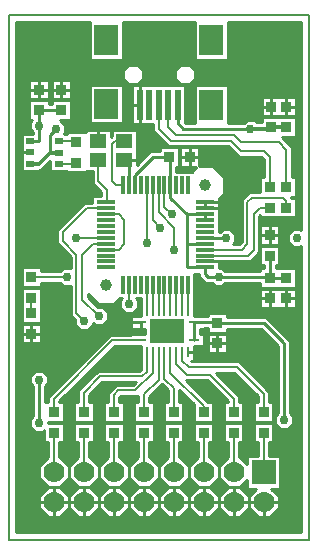
<source format=gtl>
G04 PROTEUS RS274X GERBER FILE*
%FSLAX24Y24*%
%MOIN*%
%ADD10C,0.0100*%
%ADD11C,0.0080*%
%ADD12C,0.0120*%
%ADD13C,0.0300*%
%ADD14C,0.0025*%
%ADD15R,0.0350X0.0350*%
%ADD16R,0.0334X0.0110*%
%ADD17R,0.0110X0.0334*%
%ADD18R,0.1181X0.0787*%
%ADD19R,0.0800X0.0800*%
%ADD70C,0.0700*%
%ADD71R,0.0250X0.0200*%
%ADD20R,0.0551X0.0452*%
%ADD21R,0.0610X0.0120*%
%ADD22R,0.0120X0.0610*%
%ADD23C,0.0393*%
%ADD24R,0.0196X0.0984*%
%ADD25R,0.0787X0.0984*%
G54D10*
X-1150Y+5150D02*
X-990Y+4923D01*
X-990Y+4311D01*
G54D11*
X+3500Y-3250D02*
X+3500Y-2650D01*
X+2600Y-1750D01*
X+1000Y-1750D01*
X+781Y-1531D01*
X+781Y-1238D01*
X+2500Y-3250D02*
X+2499Y-2799D01*
X+1700Y-2000D01*
X+934Y-2000D01*
X+584Y-1650D01*
X+584Y-1238D01*
X+1500Y-3250D02*
X+1500Y-3050D01*
X+387Y-1937D01*
X+387Y-1238D01*
X+190Y-1238D02*
X+190Y-2140D01*
X+500Y-2449D01*
X+500Y-3250D01*
X+190Y-1238D02*
X+190Y-1238D01*
X-500Y-3250D02*
X-500Y-2659D01*
X-6Y-2165D01*
X-6Y-1238D01*
X-1500Y-3250D02*
X-1500Y-2681D01*
X-1347Y-2528D01*
X-778Y-2528D01*
X-203Y-1953D01*
X-203Y-1238D01*
X-2500Y-3250D02*
X-2500Y-2598D01*
X-1957Y-2055D01*
X-555Y-2055D01*
X-400Y-1900D01*
X-400Y-1238D01*
X-3500Y-3250D02*
X-3500Y-2811D01*
X-1543Y-854D01*
X-596Y-854D01*
X-3340Y+5030D02*
X-2925Y+5030D01*
X-2750Y+5070D01*
X-3340Y+5780D02*
X-2925Y+5780D01*
X-2750Y+5750D01*
X-4250Y+570D02*
X-4250Y+50D01*
G54D10*
X+1548Y+3346D02*
X+1548Y+3149D01*
X+1548Y+1574D02*
X+1548Y+1350D01*
X+1648Y+1250D01*
X+2000Y+1250D01*
X+4250Y+1220D02*
X+3700Y+1220D01*
X+3700Y+1250D01*
X+2000Y+1250D02*
X+3700Y+1250D01*
X+3700Y+1970D01*
G54D12*
X+3750Y+6250D02*
X+3575Y+6200D01*
X+3051Y+6200D01*
X+4250Y+6250D02*
X+3750Y+6250D01*
G54D10*
X-4000Y+6299D02*
X-4000Y+5779D01*
X-4280Y+5780D01*
X-4280Y+5779D01*
X-4000Y+6820D02*
X-4000Y+6299D01*
X+1174Y-263D02*
X+1775Y-263D01*
X+1950Y-279D01*
X-3250Y+6820D02*
X-4000Y+6820D01*
G54D11*
X-400Y+120D02*
X-400Y+1003D01*
X-203Y+120D02*
X-203Y+1003D01*
X-6Y+120D02*
X-6Y+1003D01*
X+190Y+120D02*
X+190Y+1003D01*
X+387Y+120D02*
X+387Y+1003D01*
X+584Y+120D02*
X+584Y+1003D01*
X+781Y+120D02*
X+781Y+1003D01*
X+977Y+120D02*
X+977Y+1003D01*
X-1150Y+5779D02*
X-1468Y+5779D01*
X-1568Y+5679D01*
X-1568Y+4450D01*
X-1429Y+4311D01*
X-1187Y+4311D01*
X-2016Y+5150D02*
X-2018Y+4923D01*
X-2018Y+4441D01*
X-1727Y+4150D01*
X-1727Y+3740D01*
X-1758Y+3740D01*
G54D10*
X+1548Y+3740D02*
X+1548Y+3543D01*
G54D11*
X-400Y+2400D02*
X-400Y+4311D01*
X-203Y+4311D02*
X-203Y+3150D01*
X+50Y+2896D01*
X+190Y+4311D02*
X+190Y+3600D01*
X+440Y+3350D01*
G54D10*
X+937Y+3350D02*
X+937Y+2362D01*
X+1548Y+2362D01*
X+387Y+4311D02*
X+387Y+3900D01*
X+937Y+3350D01*
X+1243Y+3350D01*
X+1548Y+3346D01*
G54D11*
X-6Y+4311D02*
X-6Y+3406D01*
X+500Y+2900D01*
X+500Y+2150D01*
X-2000Y-50D02*
X-2550Y+500D01*
X-2550Y+1991D01*
X-2179Y+2362D01*
X-1758Y+2362D01*
X+500Y-5250D02*
X+500Y-3930D01*
G54D10*
X+1174Y-263D02*
X+1174Y-854D01*
X-793Y+4311D02*
X-793Y+4650D01*
X-193Y+5250D01*
X+350Y+5250D01*
X+937Y+2362D02*
X+937Y+1574D01*
X+1548Y+1574D01*
G54D11*
X-1758Y+3346D02*
X-1334Y+3346D01*
X-1150Y+3162D01*
X-1150Y+2349D01*
X-1334Y+2165D01*
X-1758Y+2165D01*
X-3500Y-5250D02*
X-3500Y-3930D01*
X-2500Y-3930D02*
X-2500Y-5250D01*
X-1500Y-5250D02*
X-1500Y-3930D01*
X-500Y-3930D02*
X-500Y-5250D01*
X+1500Y-3930D02*
X+1500Y-5250D01*
X+2500Y-5250D02*
X+2500Y-3930D01*
X+3500Y-5250D02*
X+3500Y-3930D01*
G54D10*
X-4000Y-3600D02*
X-4000Y-2165D01*
X+1950Y-279D02*
X+3500Y-279D01*
X+4150Y-929D01*
X+4185Y-3514D02*
X+4185Y-964D01*
X+4150Y-929D02*
X+4185Y-964D01*
X+629Y+7000D02*
X+629Y+6375D01*
X+804Y+6200D01*
X+3051Y+6200D01*
G54D11*
X+314Y+7000D02*
X+314Y+6250D01*
X+564Y+6000D01*
X+2500Y+6000D01*
X+2750Y+5750D01*
G54D10*
X+2250Y+2559D02*
X+1548Y+2559D01*
G54D11*
X+2750Y+5750D02*
X+4000Y+5750D01*
X+4250Y+5500D01*
X+4250Y+4250D01*
G54D10*
X-3630Y+5400D02*
X-3630Y+6000D01*
X-3429Y+6200D01*
G54D12*
X-4280Y+5030D02*
X-4000Y+5030D01*
X-3630Y+5400D01*
X-3340Y+5400D01*
G54D11*
X+3700Y+4250D02*
X+3700Y+5250D01*
X+3500Y+5450D01*
X+2750Y+5450D01*
X+2400Y+5800D01*
X+400Y+5800D01*
X+0Y+6200D01*
X+0Y+7000D01*
X+4250Y+3570D02*
X+4250Y+3800D01*
X+4150Y+3900D01*
X+3100Y+3900D01*
X+2950Y+3750D01*
X+2950Y+2350D01*
X+2765Y+2165D01*
X+1548Y+2165D01*
X+3700Y+3570D02*
X+3370Y+3570D01*
X+3163Y+3363D01*
X+3163Y+2150D01*
X+2982Y+1968D01*
X+1548Y+1968D01*
X-2750Y+2000D02*
X-3200Y+2450D01*
X-3200Y+2750D01*
X-2750Y+3200D01*
X-2500Y-200D02*
X-2750Y+50D01*
X-2750Y+2000D01*
X-2750Y+3200D02*
X-2406Y+3543D01*
X-1758Y+3543D01*
X-1758Y+2559D02*
X-2209Y+2559D01*
X-2750Y+2550D01*
X-990Y+1003D02*
X-990Y+350D01*
X-3050Y+1250D02*
X-4250Y+1250D01*
G54D10*
X+387Y+4311D02*
X+387Y+5075D01*
X+350Y+5250D01*
G54D13*
X+2000Y+1250D03*
X-400Y+2400D03*
X+50Y+2896D03*
X+440Y+3350D03*
X+500Y+2150D03*
X-2000Y-50D03*
X-2500Y-200D03*
X-4000Y-3600D03*
X-4000Y-2165D03*
X-4000Y+6299D03*
X+4185Y-3514D03*
X+3051Y+6200D03*
X+2250Y+2559D03*
X+4600Y+2559D03*
X-3429Y+6200D03*
X-2750Y+2550D03*
X-990Y+350D03*
X-3050Y+1250D03*
G54D10*
X+4750Y+2833D02*
X+4724Y+2859D01*
X+4475Y+2859D01*
X+4300Y+2683D01*
X+4300Y+2434D01*
X+4475Y+2259D01*
X+4724Y+2259D01*
X+4750Y+2284D01*
X+4750Y-7250D01*
X-4750Y-7250D01*
X-4750Y+9750D01*
X-2295Y+9750D01*
X-2295Y+8503D01*
X-1208Y+8503D01*
X-1208Y+9750D01*
X+1208Y+9750D01*
X+1208Y+8503D01*
X+2295Y+8503D01*
X+2295Y+9750D01*
X+4750Y+9750D01*
X+4750Y+2833D01*
X+2295Y+6400D02*
X+2826Y+6400D01*
X+2926Y+6500D01*
X+3175Y+6500D01*
X+3265Y+6410D01*
X+3425Y+6410D01*
X+3425Y+6574D01*
X+4574Y+6574D01*
X+4574Y+5925D01*
X+4093Y+5925D01*
X+4439Y+5578D01*
X+4439Y+4574D01*
X+4574Y+4574D01*
X+4574Y+3925D01*
X+4393Y+3925D01*
X+4423Y+3894D01*
X+4574Y+3894D01*
X+4574Y+3245D01*
X+3375Y+3245D01*
X+3375Y+3306D01*
X+3353Y+3284D01*
X+3353Y+2071D01*
X+3060Y+1778D01*
X+2003Y+1778D01*
X+2003Y+1549D01*
X+2124Y+1549D01*
X+2224Y+1449D01*
X+3375Y+1449D01*
X+3375Y+1544D01*
X+3500Y+1544D01*
X+3500Y+1645D01*
X+3375Y+1645D01*
X+3375Y+2294D01*
X+4024Y+2294D01*
X+4024Y+1645D01*
X+3899Y+1645D01*
X+3899Y+1544D01*
X+4574Y+1544D01*
X+4574Y+895D01*
X+3375Y+895D01*
X+3375Y+1050D01*
X+2224Y+1050D01*
X+2124Y+950D01*
X+1875Y+950D01*
X+1775Y+1050D01*
X+1565Y+1050D01*
X+1348Y+1267D01*
X+1348Y+1364D01*
X+1187Y+1364D01*
X+1187Y+548D01*
X+1167Y+548D01*
X+1167Y+437D01*
X+1183Y+437D01*
X+1183Y-58D01*
X+1492Y-58D01*
X+1492Y-63D01*
X+1625Y-63D01*
X+1625Y+45D01*
X+2274Y+45D01*
X+2274Y-79D01*
X+3582Y-79D01*
X+4385Y-882D01*
X+4385Y-3290D01*
X+4485Y-3390D01*
X+4485Y-3639D01*
X+4309Y-3814D01*
X+4060Y-3814D01*
X+3885Y-3639D01*
X+3885Y-3390D01*
X+3985Y-3290D01*
X+3985Y-1047D01*
X+3417Y-479D01*
X+2274Y-479D01*
X+2274Y-604D01*
X+1625Y-604D01*
X+1625Y-463D01*
X+1492Y-463D01*
X+1492Y-468D01*
X+1374Y-468D01*
X+1374Y-649D01*
X+1492Y-649D01*
X+1492Y-1059D01*
X+1183Y-1059D01*
X+1183Y-1555D01*
X+1074Y-1555D01*
X+1078Y-1560D01*
X+2678Y-1560D01*
X+3689Y-2571D01*
X+3689Y-2925D01*
X+3824Y-2925D01*
X+3824Y-3574D01*
X+3175Y-3574D01*
X+3175Y-2925D01*
X+3310Y-2925D01*
X+3310Y-2728D01*
X+2521Y-1939D01*
X+1908Y-1939D01*
X+2689Y-2721D01*
X+2689Y-2925D01*
X+2824Y-2925D01*
X+2824Y-3574D01*
X+2175Y-3574D01*
X+2175Y-2925D01*
X+2310Y-2925D01*
X+2310Y-2878D01*
X+1621Y-2189D01*
X+908Y-2189D01*
X+1643Y-2925D01*
X+1824Y-2925D01*
X+1824Y-3574D01*
X+1175Y-3574D01*
X+1175Y-2993D01*
X+689Y-2508D01*
X+689Y-2925D01*
X+824Y-2925D01*
X+824Y-3574D01*
X+175Y-3574D01*
X+175Y-2925D01*
X+310Y-2925D01*
X+310Y-2528D01*
X+104Y-2323D01*
X-310Y-2737D01*
X-310Y-2925D01*
X-175Y-2925D01*
X-175Y-3574D01*
X-824Y-3574D01*
X-824Y-2925D01*
X-689Y-2925D01*
X-689Y-2708D01*
X-699Y-2718D01*
X-1268Y-2718D01*
X-1310Y-2759D01*
X-1310Y-2925D01*
X-1175Y-2925D01*
X-1175Y-3574D01*
X-1824Y-3574D01*
X-1824Y-2925D01*
X-1689Y-2925D01*
X-1689Y-2602D01*
X-1426Y-2338D01*
X-857Y-2338D01*
X-764Y-2245D01*
X-1878Y-2245D01*
X-2310Y-2677D01*
X-2310Y-2925D01*
X-2175Y-2925D01*
X-2175Y-3574D01*
X-2824Y-3574D01*
X-2824Y-2925D01*
X-2689Y-2925D01*
X-2689Y-2519D01*
X-2036Y-1865D01*
X-634Y-1865D01*
X-589Y-1821D01*
X-589Y-1555D01*
X-605Y-1555D01*
X-605Y-1059D01*
X-914Y-1059D01*
X-914Y-1044D01*
X-1464Y-1044D01*
X-3310Y-2889D01*
X-3310Y-2925D01*
X-3175Y-2925D01*
X-3175Y-3574D01*
X-3700Y-3574D01*
X-3700Y-3605D01*
X-3175Y-3605D01*
X-3175Y-4254D01*
X-3310Y-4254D01*
X-3310Y-4750D01*
X-3292Y-4750D01*
X-3000Y-5042D01*
X-3000Y-5457D01*
X-3292Y-5749D01*
X-3707Y-5749D01*
X-3999Y-5457D01*
X-3999Y-5042D01*
X-3707Y-4750D01*
X-3689Y-4750D01*
X-3689Y-4254D01*
X-3824Y-4254D01*
X-3824Y-3849D01*
X-3875Y-3899D01*
X-4124Y-3899D01*
X-4299Y-3724D01*
X-4299Y-3475D01*
X-4199Y-3375D01*
X-4199Y-2389D01*
X-4299Y-2289D01*
X-4299Y-2041D01*
X-4124Y-1865D01*
X-3875Y-1865D01*
X-3700Y-2041D01*
X-3700Y-2289D01*
X-3800Y-2389D01*
X-3800Y-2925D01*
X-3689Y-2925D01*
X-3689Y-2732D01*
X-1622Y-664D01*
X-914Y-664D01*
X-914Y-649D01*
X-451Y-649D01*
X-451Y-468D01*
X-914Y-468D01*
X-914Y-58D01*
X-605Y-58D01*
X-605Y+437D01*
X-589Y+437D01*
X-589Y+548D01*
X-765Y+548D01*
X-690Y+474D01*
X-690Y+225D01*
X-866Y+50D01*
X-1114Y+50D01*
X-1290Y+225D01*
X-1290Y+474D01*
X-1215Y+548D01*
X-1307Y+548D01*
X-1492Y+363D01*
X-2023Y+363D01*
X-2360Y+699D01*
X-2360Y+578D01*
X-2031Y+249D01*
X-1875Y+249D01*
X-1700Y+74D01*
X-1700Y-174D01*
X-1875Y-349D01*
X-2124Y-349D01*
X-2200Y-274D01*
X-2200Y-324D01*
X-2375Y-499D01*
X-2624Y-499D01*
X-2799Y-324D01*
X-2799Y-168D01*
X-2939Y-28D01*
X-2939Y+950D01*
X-3174Y+950D01*
X-3284Y+1060D01*
X-3925Y+1060D01*
X-3925Y+925D01*
X-4574Y+925D01*
X-4574Y+1574D01*
X-3925Y+1574D01*
X-3925Y+1439D01*
X-3284Y+1439D01*
X-3174Y+1549D01*
X-2939Y+1549D01*
X-2939Y+1921D01*
X-3389Y+2371D01*
X-3389Y+2828D01*
X-2485Y+3733D01*
X-2213Y+3733D01*
X-2213Y+3950D01*
X-1917Y+3950D01*
X-1917Y+4071D01*
X-2208Y+4363D01*
X-2208Y+4773D01*
X-2425Y+4773D01*
X-2425Y+4745D01*
X-3074Y+4745D01*
X-3074Y+4780D01*
X-3614Y+4780D01*
X-3614Y+5118D01*
X-3913Y+4820D01*
X-4005Y+4820D01*
X-4005Y+4780D01*
X-4554Y+4780D01*
X-4554Y+6029D01*
X-4199Y+6029D01*
X-4199Y+6074D01*
X-4299Y+6174D01*
X-4299Y+6423D01*
X-4228Y+6495D01*
X-4324Y+6495D01*
X-4324Y+7144D01*
X-3675Y+7144D01*
X-3675Y+7019D01*
X-3574Y+7019D01*
X-3574Y+7144D01*
X-2925Y+7144D01*
X-2925Y+6495D01*
X-3299Y+6495D01*
X-3129Y+6325D01*
X-3129Y+6076D01*
X-3175Y+6029D01*
X-3074Y+6029D01*
X-3074Y+6074D01*
X-2441Y+6074D01*
X-2441Y+6156D01*
X-1590Y+6156D01*
X-1590Y+5926D01*
X-1575Y+5941D01*
X-1575Y+6156D01*
X-724Y+6156D01*
X-724Y+5002D01*
X-276Y+5449D01*
X+25Y+5449D01*
X+25Y+5574D01*
X+674Y+5574D01*
X+674Y+4925D01*
X+587Y+4925D01*
X+587Y+4766D01*
X+1097Y+4766D01*
X+1256Y+4925D01*
X+705Y+4925D01*
X+705Y+5574D01*
X+1354Y+5574D01*
X+1354Y+4951D01*
X+1814Y+4951D01*
X+2189Y+4576D01*
X+2189Y+4045D01*
X+2003Y+3860D01*
X+2003Y+2759D01*
X+2025Y+2759D01*
X+2125Y+2859D01*
X+2374Y+2859D01*
X+2549Y+2683D01*
X+2549Y+2434D01*
X+2470Y+2355D01*
X+2686Y+2355D01*
X+2760Y+2428D01*
X+2760Y+3828D01*
X+3021Y+4089D01*
X+3375Y+4089D01*
X+3375Y+4574D01*
X+3510Y+4574D01*
X+3510Y+5171D01*
X+3421Y+5260D01*
X+2671Y+5260D01*
X+2321Y+5610D01*
X+321Y+5610D01*
X-189Y+6121D01*
X-189Y+6357D01*
X-878Y+6357D01*
X-878Y+7642D01*
X+878Y+7642D01*
X+878Y+6409D01*
X+887Y+6400D01*
X+1208Y+6400D01*
X+1208Y+7642D01*
X+2295Y+7642D01*
X+2295Y+6400D01*
X-2175Y-4254D02*
X-2310Y-4254D01*
X-2310Y-4750D01*
X-2292Y-4750D01*
X-2000Y-5042D01*
X-2000Y-5457D01*
X-2292Y-5749D01*
X-2707Y-5749D01*
X-2999Y-5457D01*
X-2999Y-5042D01*
X-2707Y-4750D01*
X-2689Y-4750D01*
X-2689Y-4254D01*
X-2824Y-4254D01*
X-2824Y-3605D01*
X-2175Y-3605D01*
X-2175Y-4254D01*
X-1175Y-4254D02*
X-1310Y-4254D01*
X-1310Y-4750D01*
X-1292Y-4750D01*
X-1000Y-5042D01*
X-1000Y-5457D01*
X-1292Y-5749D01*
X-1707Y-5749D01*
X-1999Y-5457D01*
X-1999Y-5042D01*
X-1707Y-4750D01*
X-1689Y-4750D01*
X-1689Y-4254D01*
X-1824Y-4254D01*
X-1824Y-3605D01*
X-1175Y-3605D01*
X-1175Y-4254D01*
X-175Y-4254D02*
X-310Y-4254D01*
X-310Y-4750D01*
X-292Y-4750D01*
X+0Y-5042D01*
X+0Y-5457D01*
X-292Y-5749D01*
X-707Y-5749D01*
X-999Y-5457D01*
X-999Y-5042D01*
X-707Y-4750D01*
X-689Y-4750D01*
X-689Y-4254D01*
X-824Y-4254D01*
X-824Y-3605D01*
X-175Y-3605D01*
X-175Y-4254D01*
X+824Y-4254D02*
X+689Y-4254D01*
X+689Y-4750D01*
X+707Y-4750D01*
X+999Y-5042D01*
X+999Y-5457D01*
X+707Y-5749D01*
X+292Y-5749D01*
X+0Y-5457D01*
X+0Y-5042D01*
X+292Y-4750D01*
X+310Y-4750D01*
X+310Y-4254D01*
X+175Y-4254D01*
X+175Y-3605D01*
X+824Y-3605D01*
X+824Y-4254D01*
X+1824Y-4254D02*
X+1689Y-4254D01*
X+1689Y-4750D01*
X+1707Y-4750D01*
X+1999Y-5042D01*
X+1999Y-5457D01*
X+1707Y-5749D01*
X+1292Y-5749D01*
X+1000Y-5457D01*
X+1000Y-5042D01*
X+1292Y-4750D01*
X+1310Y-4750D01*
X+1310Y-4254D01*
X+1175Y-4254D01*
X+1175Y-3605D01*
X+1824Y-3605D01*
X+1824Y-4254D01*
X+3824Y-4254D02*
X+3689Y-4254D01*
X+3689Y-4700D01*
X+4049Y-4700D01*
X+4049Y-5799D01*
X+3757Y-5799D01*
X+3999Y-6042D01*
X+3999Y-6457D01*
X+3707Y-6749D01*
X+3292Y-6749D01*
X+3000Y-6457D01*
X+3000Y-6042D01*
X+3242Y-5799D01*
X+2950Y-5799D01*
X+2950Y-5507D01*
X+2707Y-5749D01*
X+2292Y-5749D01*
X+2000Y-5457D01*
X+2000Y-5042D01*
X+2292Y-4750D01*
X+2310Y-4750D01*
X+2310Y-4254D01*
X+2175Y-4254D01*
X+2175Y-3605D01*
X+2824Y-3605D01*
X+2824Y-4254D01*
X+2689Y-4254D01*
X+2689Y-4750D01*
X+2707Y-4750D01*
X+2950Y-4992D01*
X+2950Y-4700D01*
X+3310Y-4700D01*
X+3310Y-4254D01*
X+3175Y-4254D01*
X+3175Y-3605D01*
X+3824Y-3605D01*
X+3824Y-4254D01*
X-3707Y-5750D02*
X-3292Y-5750D01*
X-3000Y-6042D01*
X-3000Y-6457D01*
X-3292Y-6749D01*
X-3707Y-6749D01*
X-3999Y-6457D01*
X-3999Y-6042D01*
X-3707Y-5750D01*
X-2707Y-5750D02*
X-2292Y-5750D01*
X-2000Y-6042D01*
X-2000Y-6457D01*
X-2292Y-6749D01*
X-2707Y-6749D01*
X-2999Y-6457D01*
X-2999Y-6042D01*
X-2707Y-5750D01*
X-1707Y-5750D02*
X-1292Y-5750D01*
X-1000Y-6042D01*
X-1000Y-6457D01*
X-1292Y-6749D01*
X-1707Y-6749D01*
X-1999Y-6457D01*
X-1999Y-6042D01*
X-1707Y-5750D01*
X-707Y-5750D02*
X-292Y-5750D01*
X+0Y-6042D01*
X+0Y-6457D01*
X-292Y-6749D01*
X-707Y-6749D01*
X-999Y-6457D01*
X-999Y-6042D01*
X-707Y-5750D01*
X+292Y-5750D02*
X+707Y-5750D01*
X+999Y-6042D01*
X+999Y-6457D01*
X+707Y-6749D01*
X+292Y-6749D01*
X+0Y-6457D01*
X+0Y-6042D01*
X+292Y-5750D01*
X+1292Y-5750D02*
X+1707Y-5750D01*
X+1999Y-6042D01*
X+1999Y-6457D01*
X+1707Y-6749D01*
X+1292Y-6749D01*
X+1000Y-6457D01*
X+1000Y-6042D01*
X+1292Y-5750D01*
X+2292Y-5750D02*
X+2707Y-5750D01*
X+2999Y-6042D01*
X+2999Y-6457D01*
X+2707Y-6749D01*
X+2292Y-6749D01*
X+2000Y-6457D01*
X+2000Y-6042D01*
X+2292Y-5750D01*
X-4324Y+7175D02*
X-4324Y+7824D01*
X-3675Y+7824D01*
X-3675Y+7175D01*
X-4324Y+7175D01*
X-3574Y+7175D02*
X-3574Y+7824D01*
X-2925Y+7824D01*
X-2925Y+7175D01*
X-3574Y+7175D01*
X+4574Y+6605D02*
X+3425Y+6605D01*
X+3425Y+7254D01*
X+4574Y+7254D01*
X+4574Y+6605D01*
X+4574Y+215D02*
X+3375Y+215D01*
X+3375Y+864D01*
X+4574Y+864D01*
X+4574Y+215D01*
X+3375Y+2325D02*
X+3375Y+2974D01*
X+4024Y+2974D01*
X+4024Y+2325D01*
X+3375Y+2325D01*
X-3925Y+245D02*
X-3925Y-274D01*
X-4574Y-274D01*
X-4574Y+894D01*
X-3925Y+894D01*
X-3925Y+245D01*
X-4574Y-954D02*
X-4574Y-305D01*
X-3925Y-305D01*
X-3925Y-954D01*
X-4574Y-954D01*
X+2274Y-634D02*
X+2274Y-1284D01*
X+1625Y-1284D01*
X+1625Y-634D01*
X+2274Y-634D01*
X+1193Y+8139D02*
X+1193Y+7868D01*
X+1001Y+7676D01*
X+730Y+7676D01*
X+538Y+7868D01*
X+538Y+8139D01*
X+730Y+8331D01*
X+1001Y+8331D01*
X+1193Y+8139D01*
X-538Y+8139D02*
X-538Y+7868D01*
X-730Y+7676D01*
X-1001Y+7676D01*
X-1193Y+7868D01*
X-1193Y+8139D01*
X-1001Y+8331D01*
X-730Y+8331D01*
X-538Y+8139D01*
X-1208Y+6375D02*
X-2295Y+6375D01*
X-2295Y+7660D01*
X-1208Y+7660D01*
X-1208Y+6375D01*
G54D14*
X-4750Y-7250D02*
X-4750Y+9750D01*
X-4730Y-7250D02*
X-4730Y+9750D01*
X-4710Y-7250D02*
X-4710Y+9750D01*
X-4690Y-7250D02*
X-4690Y+9750D01*
X-4670Y-7250D02*
X-4670Y+9750D01*
X-4650Y-7250D02*
X-4650Y+9750D01*
X-4630Y-7250D02*
X-4630Y+9750D01*
X-4610Y-7250D02*
X-4610Y+9750D01*
X-4590Y-7250D02*
X-4590Y+9750D01*
X-4570Y-7250D02*
X-4570Y-954D01*
X-4570Y-305D02*
X-4570Y-274D01*
X-4570Y+894D02*
X-4570Y+925D01*
X-4570Y+1574D02*
X-4570Y+9750D01*
X-4550Y-7250D02*
X-4550Y-954D01*
X-4550Y-305D02*
X-4550Y-274D01*
X-4550Y+894D02*
X-4550Y+925D01*
X-4550Y+1574D02*
X-4550Y+4780D01*
X-4550Y+6029D02*
X-4550Y+9750D01*
X-4530Y-7250D02*
X-4530Y-954D01*
X-4530Y-305D02*
X-4530Y-274D01*
X-4530Y+894D02*
X-4530Y+925D01*
X-4530Y+1574D02*
X-4530Y+4780D01*
X-4530Y+6029D02*
X-4530Y+9750D01*
X-4510Y-7250D02*
X-4510Y-954D01*
X-4510Y-305D02*
X-4510Y-274D01*
X-4510Y+894D02*
X-4510Y+925D01*
X-4510Y+1574D02*
X-4510Y+4780D01*
X-4510Y+6029D02*
X-4510Y+9750D01*
X-4490Y-7250D02*
X-4490Y-954D01*
X-4490Y-305D02*
X-4490Y-274D01*
X-4490Y+894D02*
X-4490Y+925D01*
X-4490Y+1574D02*
X-4490Y+4780D01*
X-4490Y+6029D02*
X-4490Y+9750D01*
X-4470Y-7250D02*
X-4470Y-954D01*
X-4470Y-305D02*
X-4470Y-274D01*
X-4470Y+894D02*
X-4470Y+925D01*
X-4470Y+1574D02*
X-4470Y+4780D01*
X-4470Y+6029D02*
X-4470Y+9750D01*
X-4450Y-7250D02*
X-4450Y-954D01*
X-4450Y-305D02*
X-4450Y-274D01*
X-4450Y+894D02*
X-4450Y+925D01*
X-4450Y+1574D02*
X-4450Y+4780D01*
X-4450Y+6029D02*
X-4450Y+9750D01*
X-4430Y-7250D02*
X-4430Y-954D01*
X-4430Y-305D02*
X-4430Y-274D01*
X-4430Y+894D02*
X-4430Y+925D01*
X-4430Y+1574D02*
X-4430Y+4780D01*
X-4430Y+6029D02*
X-4430Y+9750D01*
X-4410Y-7250D02*
X-4410Y-954D01*
X-4410Y-305D02*
X-4410Y-274D01*
X-4410Y+894D02*
X-4410Y+925D01*
X-4410Y+1574D02*
X-4410Y+4780D01*
X-4410Y+6029D02*
X-4410Y+9750D01*
X-4390Y-7250D02*
X-4390Y-954D01*
X-4390Y-305D02*
X-4390Y-274D01*
X-4390Y+894D02*
X-4390Y+925D01*
X-4390Y+1574D02*
X-4390Y+4780D01*
X-4390Y+6029D02*
X-4390Y+9750D01*
X-4370Y-7250D02*
X-4370Y-954D01*
X-4370Y-305D02*
X-4370Y-274D01*
X-4370Y+894D02*
X-4370Y+925D01*
X-4370Y+1574D02*
X-4370Y+4780D01*
X-4370Y+6029D02*
X-4370Y+9750D01*
X-4350Y-7250D02*
X-4350Y-954D01*
X-4350Y-305D02*
X-4350Y-274D01*
X-4350Y+894D02*
X-4350Y+925D01*
X-4350Y+1574D02*
X-4350Y+4780D01*
X-4350Y+6029D02*
X-4350Y+9750D01*
X-4330Y-7250D02*
X-4330Y-954D01*
X-4330Y-305D02*
X-4330Y-274D01*
X-4330Y+894D02*
X-4330Y+925D01*
X-4330Y+1574D02*
X-4330Y+4780D01*
X-4330Y+6029D02*
X-4330Y+9750D01*
X-4310Y-7250D02*
X-4310Y-954D01*
X-4310Y-305D02*
X-4310Y-274D01*
X-4310Y+894D02*
X-4310Y+925D01*
X-4310Y+1574D02*
X-4310Y+4780D01*
X-4310Y+6029D02*
X-4310Y+6495D01*
X-4310Y+7144D02*
X-4310Y+7175D01*
X-4310Y+7824D02*
X-4310Y+9750D01*
X-4290Y-7250D02*
X-4290Y-3733D01*
X-4290Y-3466D02*
X-4290Y-2298D01*
X-4290Y-2031D02*
X-4290Y-954D01*
X-4290Y-305D02*
X-4290Y-274D01*
X-4290Y+894D02*
X-4290Y+925D01*
X-4290Y+1574D02*
X-4290Y+4780D01*
X-4290Y+6029D02*
X-4290Y+6165D01*
X-4290Y+6432D02*
X-4290Y+6495D01*
X-4290Y+7144D02*
X-4290Y+7175D01*
X-4290Y+7824D02*
X-4290Y+9750D01*
X-4270Y-7250D02*
X-4270Y-3753D01*
X-4270Y-3446D02*
X-4270Y-2318D01*
X-4270Y-2011D02*
X-4270Y-954D01*
X-4270Y-305D02*
X-4270Y-274D01*
X-4270Y+894D02*
X-4270Y+925D01*
X-4270Y+1574D02*
X-4270Y+4780D01*
X-4270Y+6029D02*
X-4270Y+6145D01*
X-4270Y+6452D02*
X-4270Y+6495D01*
X-4270Y+7144D02*
X-4270Y+7175D01*
X-4270Y+7824D02*
X-4270Y+9750D01*
X-4250Y-7250D02*
X-4250Y-3773D01*
X-4250Y-3426D02*
X-4250Y-2338D01*
X-4250Y-1991D02*
X-4250Y-954D01*
X-4250Y-305D02*
X-4250Y-274D01*
X-4250Y+894D02*
X-4250Y+925D01*
X-4250Y+1574D02*
X-4250Y+4780D01*
X-4250Y+6029D02*
X-4250Y+6125D01*
X-4250Y+6472D02*
X-4250Y+6495D01*
X-4250Y+7144D02*
X-4250Y+7175D01*
X-4250Y+7824D02*
X-4250Y+9750D01*
X-4230Y-7250D02*
X-4230Y-3793D01*
X-4230Y-3406D02*
X-4230Y-2358D01*
X-4230Y-1971D02*
X-4230Y-954D01*
X-4230Y-305D02*
X-4230Y-274D01*
X-4230Y+894D02*
X-4230Y+925D01*
X-4230Y+1574D02*
X-4230Y+4780D01*
X-4230Y+6029D02*
X-4230Y+6105D01*
X-4230Y+6492D02*
X-4230Y+6495D01*
X-4230Y+7144D02*
X-4230Y+7175D01*
X-4230Y+7824D02*
X-4230Y+9750D01*
X-4210Y-7250D02*
X-4210Y-3813D01*
X-4210Y-3386D02*
X-4210Y-2378D01*
X-4210Y-1951D02*
X-4210Y-954D01*
X-4210Y-305D02*
X-4210Y-274D01*
X-4210Y+894D02*
X-4210Y+925D01*
X-4210Y+1574D02*
X-4210Y+4780D01*
X-4210Y+6029D02*
X-4210Y+6085D01*
X-4210Y+7144D02*
X-4210Y+7175D01*
X-4210Y+7824D02*
X-4210Y+9750D01*
X-4190Y-7250D02*
X-4190Y-3833D01*
X-4190Y-1931D02*
X-4190Y-954D01*
X-4190Y-305D02*
X-4190Y-274D01*
X-4190Y+894D02*
X-4190Y+925D01*
X-4190Y+1574D02*
X-4190Y+4780D01*
X-4190Y+7144D02*
X-4190Y+7175D01*
X-4190Y+7824D02*
X-4190Y+9750D01*
X-4170Y-7250D02*
X-4170Y-3853D01*
X-4170Y-1911D02*
X-4170Y-954D01*
X-4170Y-305D02*
X-4170Y-274D01*
X-4170Y+894D02*
X-4170Y+925D01*
X-4170Y+1574D02*
X-4170Y+4780D01*
X-4170Y+7144D02*
X-4170Y+7175D01*
X-4170Y+7824D02*
X-4170Y+9750D01*
X-4150Y-7250D02*
X-4150Y-3873D01*
X-4150Y-1891D02*
X-4150Y-954D01*
X-4150Y-305D02*
X-4150Y-274D01*
X-4150Y+894D02*
X-4150Y+925D01*
X-4150Y+1574D02*
X-4150Y+4780D01*
X-4150Y+7144D02*
X-4150Y+7175D01*
X-4150Y+7824D02*
X-4150Y+9750D01*
X-4130Y-7250D02*
X-4130Y-3893D01*
X-4130Y-1871D02*
X-4130Y-954D01*
X-4130Y-305D02*
X-4130Y-274D01*
X-4130Y+894D02*
X-4130Y+925D01*
X-4130Y+1574D02*
X-4130Y+4780D01*
X-4130Y+7144D02*
X-4130Y+7175D01*
X-4130Y+7824D02*
X-4130Y+9750D01*
X-4110Y-7250D02*
X-4110Y-3899D01*
X-4110Y-1865D02*
X-4110Y-954D01*
X-4110Y-305D02*
X-4110Y-274D01*
X-4110Y+894D02*
X-4110Y+925D01*
X-4110Y+1574D02*
X-4110Y+4780D01*
X-4110Y+7144D02*
X-4110Y+7175D01*
X-4110Y+7824D02*
X-4110Y+9750D01*
X-4090Y-7250D02*
X-4090Y-3899D01*
X-4090Y-1865D02*
X-4090Y-954D01*
X-4090Y-305D02*
X-4090Y-274D01*
X-4090Y+894D02*
X-4090Y+925D01*
X-4090Y+1574D02*
X-4090Y+4780D01*
X-4090Y+7144D02*
X-4090Y+7175D01*
X-4090Y+7824D02*
X-4090Y+9750D01*
X-4070Y-7250D02*
X-4070Y-3899D01*
X-4070Y-1865D02*
X-4070Y-954D01*
X-4070Y-305D02*
X-4070Y-274D01*
X-4070Y+894D02*
X-4070Y+925D01*
X-4070Y+1574D02*
X-4070Y+4780D01*
X-4070Y+7144D02*
X-4070Y+7175D01*
X-4070Y+7824D02*
X-4070Y+9750D01*
X-4050Y-7250D02*
X-4050Y-3899D01*
X-4050Y-1865D02*
X-4050Y-954D01*
X-4050Y-305D02*
X-4050Y-274D01*
X-4050Y+894D02*
X-4050Y+925D01*
X-4050Y+1574D02*
X-4050Y+4780D01*
X-4050Y+7144D02*
X-4050Y+7175D01*
X-4050Y+7824D02*
X-4050Y+9750D01*
X-4030Y-7250D02*
X-4030Y-3899D01*
X-4030Y-1865D02*
X-4030Y-954D01*
X-4030Y-305D02*
X-4030Y-274D01*
X-4030Y+894D02*
X-4030Y+925D01*
X-4030Y+1574D02*
X-4030Y+4780D01*
X-4030Y+7144D02*
X-4030Y+7175D01*
X-4030Y+7824D02*
X-4030Y+9750D01*
X-4010Y-7250D02*
X-4010Y-3899D01*
X-4010Y-1865D02*
X-4010Y-954D01*
X-4010Y-305D02*
X-4010Y-274D01*
X-4010Y+894D02*
X-4010Y+925D01*
X-4010Y+1574D02*
X-4010Y+4780D01*
X-4010Y+7144D02*
X-4010Y+7175D01*
X-4010Y+7824D02*
X-4010Y+9750D01*
X-3990Y-7250D02*
X-3990Y-6466D01*
X-3990Y-6033D02*
X-3990Y-5466D01*
X-3990Y-5033D02*
X-3990Y-3899D01*
X-3990Y-1865D02*
X-3990Y-954D01*
X-3990Y-305D02*
X-3990Y-274D01*
X-3990Y+894D02*
X-3990Y+925D01*
X-3990Y+1574D02*
X-3990Y+4820D01*
X-3990Y+7144D02*
X-3990Y+7175D01*
X-3990Y+7824D02*
X-3990Y+9750D01*
X-3970Y-7250D02*
X-3970Y-6486D01*
X-3970Y-6013D02*
X-3970Y-5486D01*
X-3970Y-5013D02*
X-3970Y-3899D01*
X-3970Y-1865D02*
X-3970Y-954D01*
X-3970Y-305D02*
X-3970Y-274D01*
X-3970Y+894D02*
X-3970Y+925D01*
X-3970Y+1574D02*
X-3970Y+4820D01*
X-3970Y+7144D02*
X-3970Y+7175D01*
X-3970Y+7824D02*
X-3970Y+9750D01*
X-3950Y-7250D02*
X-3950Y-6506D01*
X-3950Y-5993D02*
X-3950Y-5506D01*
X-3950Y-4993D02*
X-3950Y-3899D01*
X-3950Y-1865D02*
X-3950Y-954D01*
X-3950Y-305D02*
X-3950Y-274D01*
X-3950Y+894D02*
X-3950Y+925D01*
X-3950Y+1574D02*
X-3950Y+4820D01*
X-3950Y+7144D02*
X-3950Y+7175D01*
X-3950Y+7824D02*
X-3950Y+9750D01*
X-3930Y-7250D02*
X-3930Y-6526D01*
X-3930Y-5973D02*
X-3930Y-5526D01*
X-3930Y-4973D02*
X-3930Y-3899D01*
X-3930Y-1865D02*
X-3930Y-954D01*
X-3930Y-305D02*
X-3930Y-274D01*
X-3930Y+894D02*
X-3930Y+925D01*
X-3930Y+1574D02*
X-3930Y+4820D01*
X-3930Y+7144D02*
X-3930Y+7175D01*
X-3930Y+7824D02*
X-3930Y+9750D01*
X-3910Y-7250D02*
X-3910Y-6546D01*
X-3910Y-5953D02*
X-3910Y-5546D01*
X-3910Y-4953D02*
X-3910Y-3899D01*
X-3910Y-1865D02*
X-3910Y+1060D01*
X-3910Y+1439D02*
X-3910Y+4822D01*
X-3910Y+7144D02*
X-3910Y+7175D01*
X-3910Y+7824D02*
X-3910Y+9750D01*
X-3890Y-7250D02*
X-3890Y-6566D01*
X-3890Y-5933D02*
X-3890Y-5566D01*
X-3890Y-4933D02*
X-3890Y-3899D01*
X-3890Y-1865D02*
X-3890Y+1060D01*
X-3890Y+1439D02*
X-3890Y+4842D01*
X-3890Y+7144D02*
X-3890Y+7175D01*
X-3890Y+7824D02*
X-3890Y+9750D01*
X-3870Y-7250D02*
X-3870Y-6586D01*
X-3870Y-5913D02*
X-3870Y-5586D01*
X-3870Y-4913D02*
X-3870Y-3894D01*
X-3870Y-1870D02*
X-3870Y+1060D01*
X-3870Y+1439D02*
X-3870Y+4862D01*
X-3870Y+7144D02*
X-3870Y+7175D01*
X-3870Y+7824D02*
X-3870Y+9750D01*
X-3850Y-7250D02*
X-3850Y-6606D01*
X-3850Y-5893D02*
X-3850Y-5606D01*
X-3850Y-4893D02*
X-3850Y-3874D01*
X-3850Y-1890D02*
X-3850Y+1060D01*
X-3850Y+1439D02*
X-3850Y+4882D01*
X-3850Y+7144D02*
X-3850Y+7175D01*
X-3850Y+7824D02*
X-3850Y+9750D01*
X-3830Y-7250D02*
X-3830Y-6626D01*
X-3830Y-5873D02*
X-3830Y-5626D01*
X-3830Y-4873D02*
X-3830Y-3854D01*
X-3830Y-1910D02*
X-3830Y+1060D01*
X-3830Y+1439D02*
X-3830Y+4902D01*
X-3830Y+7144D02*
X-3830Y+7175D01*
X-3830Y+7824D02*
X-3830Y+9750D01*
X-3810Y-7250D02*
X-3810Y-6646D01*
X-3810Y-5853D02*
X-3810Y-5646D01*
X-3810Y-4853D02*
X-3810Y-4254D01*
X-3810Y-1930D02*
X-3810Y+1060D01*
X-3810Y+1439D02*
X-3810Y+4922D01*
X-3810Y+7144D02*
X-3810Y+7175D01*
X-3810Y+7824D02*
X-3810Y+9750D01*
X-3790Y-7250D02*
X-3790Y-6666D01*
X-3790Y-5833D02*
X-3790Y-5666D01*
X-3790Y-4833D02*
X-3790Y-4254D01*
X-3790Y-2925D02*
X-3790Y-2379D01*
X-3790Y-1950D02*
X-3790Y+1060D01*
X-3790Y+1439D02*
X-3790Y+4942D01*
X-3790Y+7144D02*
X-3790Y+7175D01*
X-3790Y+7824D02*
X-3790Y+9750D01*
X-3770Y-7250D02*
X-3770Y-6686D01*
X-3770Y-5813D02*
X-3770Y-5686D01*
X-3770Y-4813D02*
X-3770Y-4254D01*
X-3770Y-2925D02*
X-3770Y-2359D01*
X-3770Y-1970D02*
X-3770Y+1060D01*
X-3770Y+1439D02*
X-3770Y+4962D01*
X-3770Y+7144D02*
X-3770Y+7175D01*
X-3770Y+7824D02*
X-3770Y+9750D01*
X-3750Y-7250D02*
X-3750Y-6706D01*
X-3750Y-5793D02*
X-3750Y-5706D01*
X-3750Y-4793D02*
X-3750Y-4254D01*
X-3750Y-2925D02*
X-3750Y-2339D01*
X-3750Y-1990D02*
X-3750Y+1060D01*
X-3750Y+1439D02*
X-3750Y+4982D01*
X-3750Y+7144D02*
X-3750Y+7175D01*
X-3750Y+7824D02*
X-3750Y+9750D01*
X-3730Y-7250D02*
X-3730Y-6726D01*
X-3730Y-5773D02*
X-3730Y-5726D01*
X-3730Y-4773D02*
X-3730Y-4254D01*
X-3730Y-2925D02*
X-3730Y-2319D01*
X-3730Y-2010D02*
X-3730Y+1060D01*
X-3730Y+1439D02*
X-3730Y+5002D01*
X-3730Y+7144D02*
X-3730Y+7175D01*
X-3730Y+7824D02*
X-3730Y+9750D01*
X-3710Y-7250D02*
X-3710Y-6746D01*
X-3710Y-5753D02*
X-3710Y-5746D01*
X-3710Y-4753D02*
X-3710Y-4254D01*
X-3710Y-2925D02*
X-3710Y-2299D01*
X-3710Y-2030D02*
X-3710Y+1060D01*
X-3710Y+1439D02*
X-3710Y+5022D01*
X-3710Y+7144D02*
X-3710Y+7175D01*
X-3710Y+7824D02*
X-3710Y+9750D01*
X-3690Y-7250D02*
X-3690Y-6749D01*
X-3690Y-5750D02*
X-3690Y-5749D01*
X-3690Y-4750D02*
X-3690Y-4254D01*
X-3690Y-3605D02*
X-3690Y-3574D01*
X-3690Y-2925D02*
X-3690Y+1060D01*
X-3690Y+1439D02*
X-3690Y+5042D01*
X-3690Y+7144D02*
X-3690Y+7175D01*
X-3690Y+7824D02*
X-3690Y+9750D01*
X-3670Y-7250D02*
X-3670Y-6749D01*
X-3670Y-5750D02*
X-3670Y-5749D01*
X-3670Y-3605D02*
X-3670Y-3574D01*
X-3670Y-2712D02*
X-3670Y+1060D01*
X-3670Y+1439D02*
X-3670Y+5062D01*
X-3670Y+7019D02*
X-3670Y+9750D01*
X-3650Y-7250D02*
X-3650Y-6749D01*
X-3650Y-5750D02*
X-3650Y-5749D01*
X-3650Y-3605D02*
X-3650Y-3574D01*
X-3650Y-2692D02*
X-3650Y+1060D01*
X-3650Y+1439D02*
X-3650Y+5082D01*
X-3650Y+7019D02*
X-3650Y+9750D01*
X-3630Y-7250D02*
X-3630Y-6749D01*
X-3630Y-5750D02*
X-3630Y-5749D01*
X-3630Y-3605D02*
X-3630Y-3574D01*
X-3630Y-2672D02*
X-3630Y+1060D01*
X-3630Y+1439D02*
X-3630Y+5102D01*
X-3630Y+7019D02*
X-3630Y+9750D01*
X-3610Y-7250D02*
X-3610Y-6749D01*
X-3610Y-5750D02*
X-3610Y-5749D01*
X-3610Y-3605D02*
X-3610Y-3574D01*
X-3610Y-2652D02*
X-3610Y+1060D01*
X-3610Y+1439D02*
X-3610Y+4780D01*
X-3610Y+7019D02*
X-3610Y+9750D01*
X-3590Y-7250D02*
X-3590Y-6749D01*
X-3590Y-5750D02*
X-3590Y-5749D01*
X-3590Y-3605D02*
X-3590Y-3574D01*
X-3590Y-2632D02*
X-3590Y+1060D01*
X-3590Y+1439D02*
X-3590Y+4780D01*
X-3590Y+7019D02*
X-3590Y+9750D01*
X-3570Y-7250D02*
X-3570Y-6749D01*
X-3570Y-5750D02*
X-3570Y-5749D01*
X-3570Y-3605D02*
X-3570Y-3574D01*
X-3570Y-2612D02*
X-3570Y+1060D01*
X-3570Y+1439D02*
X-3570Y+4780D01*
X-3570Y+7144D02*
X-3570Y+7175D01*
X-3570Y+7824D02*
X-3570Y+9750D01*
X-3550Y-7250D02*
X-3550Y-6749D01*
X-3550Y-5750D02*
X-3550Y-5749D01*
X-3550Y-3605D02*
X-3550Y-3574D01*
X-3550Y-2592D02*
X-3550Y+1060D01*
X-3550Y+1439D02*
X-3550Y+4780D01*
X-3550Y+7144D02*
X-3550Y+7175D01*
X-3550Y+7824D02*
X-3550Y+9750D01*
X-3530Y-7250D02*
X-3530Y-6749D01*
X-3530Y-5750D02*
X-3530Y-5749D01*
X-3530Y-3605D02*
X-3530Y-3574D01*
X-3530Y-2572D02*
X-3530Y+1060D01*
X-3530Y+1439D02*
X-3530Y+4780D01*
X-3530Y+7144D02*
X-3530Y+7175D01*
X-3530Y+7824D02*
X-3530Y+9750D01*
X-3510Y-7250D02*
X-3510Y-6749D01*
X-3510Y-5750D02*
X-3510Y-5749D01*
X-3510Y-3605D02*
X-3510Y-3574D01*
X-3510Y-2552D02*
X-3510Y+1060D01*
X-3510Y+1439D02*
X-3510Y+4780D01*
X-3510Y+7144D02*
X-3510Y+7175D01*
X-3510Y+7824D02*
X-3510Y+9750D01*
X-3490Y-7250D02*
X-3490Y-6749D01*
X-3490Y-5750D02*
X-3490Y-5749D01*
X-3490Y-3605D02*
X-3490Y-3574D01*
X-3490Y-2532D02*
X-3490Y+1060D01*
X-3490Y+1439D02*
X-3490Y+4780D01*
X-3490Y+7144D02*
X-3490Y+7175D01*
X-3490Y+7824D02*
X-3490Y+9750D01*
X-3470Y-7250D02*
X-3470Y-6749D01*
X-3470Y-5750D02*
X-3470Y-5749D01*
X-3470Y-3605D02*
X-3470Y-3574D01*
X-3470Y-2512D02*
X-3470Y+1060D01*
X-3470Y+1439D02*
X-3470Y+4780D01*
X-3470Y+7144D02*
X-3470Y+7175D01*
X-3470Y+7824D02*
X-3470Y+9750D01*
X-3450Y-7250D02*
X-3450Y-6749D01*
X-3450Y-5750D02*
X-3450Y-5749D01*
X-3450Y-3605D02*
X-3450Y-3574D01*
X-3450Y-2492D02*
X-3450Y+1060D01*
X-3450Y+1439D02*
X-3450Y+4780D01*
X-3450Y+7144D02*
X-3450Y+7175D01*
X-3450Y+7824D02*
X-3450Y+9750D01*
X-3430Y-7250D02*
X-3430Y-6749D01*
X-3430Y-5750D02*
X-3430Y-5749D01*
X-3430Y-3605D02*
X-3430Y-3574D01*
X-3430Y-2472D02*
X-3430Y+1060D01*
X-3430Y+1439D02*
X-3430Y+4780D01*
X-3430Y+7144D02*
X-3430Y+7175D01*
X-3430Y+7824D02*
X-3430Y+9750D01*
X-3410Y-7250D02*
X-3410Y-6749D01*
X-3410Y-5750D02*
X-3410Y-5749D01*
X-3410Y-3605D02*
X-3410Y-3574D01*
X-3410Y-2452D02*
X-3410Y+1060D01*
X-3410Y+1439D02*
X-3410Y+4780D01*
X-3410Y+7144D02*
X-3410Y+7175D01*
X-3410Y+7824D02*
X-3410Y+9750D01*
X-3390Y-7250D02*
X-3390Y-6749D01*
X-3390Y-5750D02*
X-3390Y-5749D01*
X-3390Y-3605D02*
X-3390Y-3574D01*
X-3390Y-2432D02*
X-3390Y+1060D01*
X-3390Y+1439D02*
X-3390Y+4780D01*
X-3390Y+7144D02*
X-3390Y+7175D01*
X-3390Y+7824D02*
X-3390Y+9750D01*
X-3370Y-7250D02*
X-3370Y-6749D01*
X-3370Y-5750D02*
X-3370Y-5749D01*
X-3370Y-3605D02*
X-3370Y-3574D01*
X-3370Y-2412D02*
X-3370Y+1060D01*
X-3370Y+1439D02*
X-3370Y+2352D01*
X-3370Y+2847D02*
X-3370Y+4780D01*
X-3370Y+7144D02*
X-3370Y+7175D01*
X-3370Y+7824D02*
X-3370Y+9750D01*
X-3350Y-7250D02*
X-3350Y-6749D01*
X-3350Y-5750D02*
X-3350Y-5749D01*
X-3350Y-3605D02*
X-3350Y-3574D01*
X-3350Y-2392D02*
X-3350Y+1060D01*
X-3350Y+1439D02*
X-3350Y+2332D01*
X-3350Y+2867D02*
X-3350Y+4780D01*
X-3350Y+7144D02*
X-3350Y+7175D01*
X-3350Y+7824D02*
X-3350Y+9750D01*
X-3330Y-7250D02*
X-3330Y-6749D01*
X-3330Y-5750D02*
X-3330Y-5749D01*
X-3330Y-3605D02*
X-3330Y-3574D01*
X-3330Y-2372D02*
X-3330Y+1060D01*
X-3330Y+1439D02*
X-3330Y+2312D01*
X-3330Y+2887D02*
X-3330Y+4780D01*
X-3330Y+7144D02*
X-3330Y+7175D01*
X-3330Y+7824D02*
X-3330Y+9750D01*
X-3310Y-7250D02*
X-3310Y-6749D01*
X-3310Y-5750D02*
X-3310Y-5749D01*
X-3310Y-4750D02*
X-3310Y-4254D01*
X-3310Y-3605D02*
X-3310Y-3574D01*
X-3310Y-2925D02*
X-3310Y-2889D01*
X-3310Y-2352D02*
X-3310Y+1060D01*
X-3310Y+1439D02*
X-3310Y+2292D01*
X-3310Y+2907D02*
X-3310Y+4780D01*
X-3310Y+7144D02*
X-3310Y+7175D01*
X-3310Y+7824D02*
X-3310Y+9750D01*
X-3290Y-7250D02*
X-3290Y-6747D01*
X-3290Y-5752D02*
X-3290Y-5747D01*
X-3290Y-4752D02*
X-3290Y-4254D01*
X-3290Y-3605D02*
X-3290Y-3574D01*
X-3290Y-2925D02*
X-3290Y-2869D01*
X-3290Y-2332D02*
X-3290Y+1060D01*
X-3290Y+1439D02*
X-3290Y+2272D01*
X-3290Y+2927D02*
X-3290Y+4780D01*
X-3290Y+6486D02*
X-3290Y+6495D01*
X-3290Y+7144D02*
X-3290Y+7175D01*
X-3290Y+7824D02*
X-3290Y+9750D01*
X-3270Y-7250D02*
X-3270Y-6727D01*
X-3270Y-5772D02*
X-3270Y-5727D01*
X-3270Y-4772D02*
X-3270Y-4254D01*
X-3270Y-3605D02*
X-3270Y-3574D01*
X-3270Y-2925D02*
X-3270Y-2849D01*
X-3270Y-2312D02*
X-3270Y+1046D01*
X-3270Y+1453D02*
X-3270Y+2252D01*
X-3270Y+2947D02*
X-3270Y+4780D01*
X-3270Y+6466D02*
X-3270Y+6495D01*
X-3270Y+7144D02*
X-3270Y+7175D01*
X-3270Y+7824D02*
X-3270Y+9750D01*
X-3250Y-7250D02*
X-3250Y-6707D01*
X-3250Y-5792D02*
X-3250Y-5707D01*
X-3250Y-4792D02*
X-3250Y-4254D01*
X-3250Y-3605D02*
X-3250Y-3574D01*
X-3250Y-2925D02*
X-3250Y-2829D01*
X-3250Y-2292D02*
X-3250Y+1026D01*
X-3250Y+1473D02*
X-3250Y+2232D01*
X-3250Y+2967D02*
X-3250Y+4780D01*
X-3250Y+6446D02*
X-3250Y+6495D01*
X-3250Y+7144D02*
X-3250Y+7175D01*
X-3250Y+7824D02*
X-3250Y+9750D01*
X-3230Y-7250D02*
X-3230Y-6687D01*
X-3230Y-5812D02*
X-3230Y-5687D01*
X-3230Y-4812D02*
X-3230Y-4254D01*
X-3230Y-3605D02*
X-3230Y-3574D01*
X-3230Y-2925D02*
X-3230Y-2809D01*
X-3230Y-2272D02*
X-3230Y+1006D01*
X-3230Y+1493D02*
X-3230Y+2212D01*
X-3230Y+2987D02*
X-3230Y+4780D01*
X-3230Y+6426D02*
X-3230Y+6495D01*
X-3230Y+7144D02*
X-3230Y+7175D01*
X-3230Y+7824D02*
X-3230Y+9750D01*
X-3210Y-7250D02*
X-3210Y-6667D01*
X-3210Y-5832D02*
X-3210Y-5667D01*
X-3210Y-4832D02*
X-3210Y-4254D01*
X-3210Y-3605D02*
X-3210Y-3574D01*
X-3210Y-2925D02*
X-3210Y-2789D01*
X-3210Y-2252D02*
X-3210Y+986D01*
X-3210Y+1513D02*
X-3210Y+2192D01*
X-3210Y+3007D02*
X-3210Y+4780D01*
X-3210Y+6406D02*
X-3210Y+6495D01*
X-3210Y+7144D02*
X-3210Y+7175D01*
X-3210Y+7824D02*
X-3210Y+9750D01*
X-3190Y-7250D02*
X-3190Y-6647D01*
X-3190Y-5852D02*
X-3190Y-5647D01*
X-3190Y-4852D02*
X-3190Y-4254D01*
X-3190Y-3605D02*
X-3190Y-3574D01*
X-3190Y-2925D02*
X-3190Y-2769D01*
X-3190Y-2232D02*
X-3190Y+966D01*
X-3190Y+1533D02*
X-3190Y+2172D01*
X-3190Y+3027D02*
X-3190Y+4780D01*
X-3190Y+6386D02*
X-3190Y+6495D01*
X-3190Y+7144D02*
X-3190Y+7175D01*
X-3190Y+7824D02*
X-3190Y+9750D01*
X-3170Y-7250D02*
X-3170Y-6627D01*
X-3170Y-5872D02*
X-3170Y-5627D01*
X-3170Y-4872D02*
X-3170Y-2749D01*
X-3170Y-2212D02*
X-3170Y+950D01*
X-3170Y+1549D02*
X-3170Y+2152D01*
X-3170Y+3047D02*
X-3170Y+4780D01*
X-3170Y+6029D02*
X-3170Y+6034D01*
X-3170Y+6366D02*
X-3170Y+6495D01*
X-3170Y+7144D02*
X-3170Y+7175D01*
X-3170Y+7824D02*
X-3170Y+9750D01*
X-3150Y-7250D02*
X-3150Y-6607D01*
X-3150Y-5892D02*
X-3150Y-5607D01*
X-3150Y-4892D02*
X-3150Y-2729D01*
X-3150Y-2192D02*
X-3150Y+950D01*
X-3150Y+1549D02*
X-3150Y+2132D01*
X-3150Y+3067D02*
X-3150Y+4780D01*
X-3150Y+6029D02*
X-3150Y+6054D01*
X-3150Y+6346D02*
X-3150Y+6495D01*
X-3150Y+7144D02*
X-3150Y+7175D01*
X-3150Y+7824D02*
X-3150Y+9750D01*
X-3130Y-7250D02*
X-3130Y-6587D01*
X-3130Y-5912D02*
X-3130Y-5587D01*
X-3130Y-4912D02*
X-3130Y-2709D01*
X-3130Y-2172D02*
X-3130Y+950D01*
X-3130Y+1549D02*
X-3130Y+2112D01*
X-3130Y+3087D02*
X-3130Y+4780D01*
X-3130Y+6029D02*
X-3130Y+6074D01*
X-3130Y+6326D02*
X-3130Y+6495D01*
X-3130Y+7144D02*
X-3130Y+7175D01*
X-3130Y+7824D02*
X-3130Y+9750D01*
X-3110Y-7250D02*
X-3110Y-6567D01*
X-3110Y-5932D02*
X-3110Y-5567D01*
X-3110Y-4932D02*
X-3110Y-2689D01*
X-3110Y-2152D02*
X-3110Y+950D01*
X-3110Y+1549D02*
X-3110Y+2092D01*
X-3110Y+3107D02*
X-3110Y+4780D01*
X-3110Y+6029D02*
X-3110Y+6495D01*
X-3110Y+7144D02*
X-3110Y+7175D01*
X-3110Y+7824D02*
X-3110Y+9750D01*
X-3090Y-7250D02*
X-3090Y-6547D01*
X-3090Y-5952D02*
X-3090Y-5547D01*
X-3090Y-4952D02*
X-3090Y-2669D01*
X-3090Y-2132D02*
X-3090Y+950D01*
X-3090Y+1549D02*
X-3090Y+2072D01*
X-3090Y+3127D02*
X-3090Y+4780D01*
X-3090Y+6029D02*
X-3090Y+6495D01*
X-3090Y+7144D02*
X-3090Y+7175D01*
X-3090Y+7824D02*
X-3090Y+9750D01*
X-3070Y-7250D02*
X-3070Y-6527D01*
X-3070Y-5972D02*
X-3070Y-5527D01*
X-3070Y-4972D02*
X-3070Y-2649D01*
X-3070Y-2112D02*
X-3070Y+950D01*
X-3070Y+1549D02*
X-3070Y+2052D01*
X-3070Y+3147D02*
X-3070Y+4745D01*
X-3070Y+6074D02*
X-3070Y+6495D01*
X-3070Y+7144D02*
X-3070Y+7175D01*
X-3070Y+7824D02*
X-3070Y+9750D01*
X-3050Y-7250D02*
X-3050Y-6507D01*
X-3050Y-5992D02*
X-3050Y-5507D01*
X-3050Y-4992D02*
X-3050Y-2629D01*
X-3050Y-2092D02*
X-3050Y+950D01*
X-3050Y+1549D02*
X-3050Y+2032D01*
X-3050Y+3167D02*
X-3050Y+4745D01*
X-3050Y+6074D02*
X-3050Y+6495D01*
X-3050Y+7144D02*
X-3050Y+7175D01*
X-3050Y+7824D02*
X-3050Y+9750D01*
X-3030Y-7250D02*
X-3030Y-6487D01*
X-3030Y-6012D02*
X-3030Y-5487D01*
X-3030Y-5012D02*
X-3030Y-2609D01*
X-3030Y-2072D02*
X-3030Y+950D01*
X-3030Y+1549D02*
X-3030Y+2012D01*
X-3030Y+3187D02*
X-3030Y+4745D01*
X-3030Y+6074D02*
X-3030Y+6495D01*
X-3030Y+7144D02*
X-3030Y+7175D01*
X-3030Y+7824D02*
X-3030Y+9750D01*
X-3010Y-7250D02*
X-3010Y-6467D01*
X-3010Y-6032D02*
X-3010Y-5467D01*
X-3010Y-5032D02*
X-3010Y-2589D01*
X-3010Y-2052D02*
X-3010Y+950D01*
X-3010Y+1549D02*
X-3010Y+1992D01*
X-3010Y+3207D02*
X-3010Y+4745D01*
X-3010Y+6074D02*
X-3010Y+6495D01*
X-3010Y+7144D02*
X-3010Y+7175D01*
X-3010Y+7824D02*
X-3010Y+9750D01*
X-2990Y-7250D02*
X-2990Y-6466D01*
X-2990Y-6033D02*
X-2990Y-5466D01*
X-2990Y-5033D02*
X-2990Y-2569D01*
X-2990Y-2032D02*
X-2990Y+950D01*
X-2990Y+1549D02*
X-2990Y+1972D01*
X-2990Y+3227D02*
X-2990Y+4745D01*
X-2990Y+6074D02*
X-2990Y+6495D01*
X-2990Y+7144D02*
X-2990Y+7175D01*
X-2990Y+7824D02*
X-2990Y+9750D01*
X-2970Y-7250D02*
X-2970Y-6486D01*
X-2970Y-6013D02*
X-2970Y-5486D01*
X-2970Y-5013D02*
X-2970Y-2549D01*
X-2970Y-2012D02*
X-2970Y+950D01*
X-2970Y+1549D02*
X-2970Y+1952D01*
X-2970Y+3247D02*
X-2970Y+4745D01*
X-2970Y+6074D02*
X-2970Y+6495D01*
X-2970Y+7144D02*
X-2970Y+7175D01*
X-2970Y+7824D02*
X-2970Y+9750D01*
X-2950Y-7250D02*
X-2950Y-6506D01*
X-2950Y-5993D02*
X-2950Y-5506D01*
X-2950Y-4993D02*
X-2950Y-2529D01*
X-2950Y-1992D02*
X-2950Y+950D01*
X-2950Y+1549D02*
X-2950Y+1932D01*
X-2950Y+3267D02*
X-2950Y+4745D01*
X-2950Y+6074D02*
X-2950Y+6495D01*
X-2950Y+7144D02*
X-2950Y+7175D01*
X-2950Y+7824D02*
X-2950Y+9750D01*
X-2930Y-7250D02*
X-2930Y-6526D01*
X-2930Y-5973D02*
X-2930Y-5526D01*
X-2930Y-4973D02*
X-2930Y-2509D01*
X-2930Y-1972D02*
X-2930Y-37D01*
X-2930Y+3287D02*
X-2930Y+4745D01*
X-2930Y+6074D02*
X-2930Y+6495D01*
X-2930Y+7144D02*
X-2930Y+7175D01*
X-2930Y+7824D02*
X-2930Y+9750D01*
X-2910Y-7250D02*
X-2910Y-6546D01*
X-2910Y-5953D02*
X-2910Y-5546D01*
X-2910Y-4953D02*
X-2910Y-2489D01*
X-2910Y-1952D02*
X-2910Y-57D01*
X-2910Y+3307D02*
X-2910Y+4745D01*
X-2910Y+6074D02*
X-2910Y+9750D01*
X-2890Y-7250D02*
X-2890Y-6566D01*
X-2890Y-5933D02*
X-2890Y-5566D01*
X-2890Y-4933D02*
X-2890Y-2469D01*
X-2890Y-1932D02*
X-2890Y-77D01*
X-2890Y+3327D02*
X-2890Y+4745D01*
X-2890Y+6074D02*
X-2890Y+9750D01*
X-2870Y-7250D02*
X-2870Y-6586D01*
X-2870Y-5913D02*
X-2870Y-5586D01*
X-2870Y-4913D02*
X-2870Y-2449D01*
X-2870Y-1912D02*
X-2870Y-97D01*
X-2870Y+3347D02*
X-2870Y+4745D01*
X-2870Y+6074D02*
X-2870Y+9750D01*
X-2850Y-7250D02*
X-2850Y-6606D01*
X-2850Y-5893D02*
X-2850Y-5606D01*
X-2850Y-4893D02*
X-2850Y-2429D01*
X-2850Y-1892D02*
X-2850Y-117D01*
X-2850Y+3367D02*
X-2850Y+4745D01*
X-2850Y+6074D02*
X-2850Y+9750D01*
X-2830Y-7250D02*
X-2830Y-6626D01*
X-2830Y-5873D02*
X-2830Y-5626D01*
X-2830Y-4873D02*
X-2830Y-2409D01*
X-2830Y-1872D02*
X-2830Y-137D01*
X-2830Y+3387D02*
X-2830Y+4745D01*
X-2830Y+6074D02*
X-2830Y+9750D01*
X-2810Y-7250D02*
X-2810Y-6646D01*
X-2810Y-5853D02*
X-2810Y-5646D01*
X-2810Y-4853D02*
X-2810Y-4254D01*
X-2810Y-3605D02*
X-2810Y-3574D01*
X-2810Y-2925D02*
X-2810Y-2389D01*
X-2810Y-1852D02*
X-2810Y-157D01*
X-2810Y+3407D02*
X-2810Y+4745D01*
X-2810Y+6074D02*
X-2810Y+9750D01*
X-2790Y-7250D02*
X-2790Y-6666D01*
X-2790Y-5833D02*
X-2790Y-5666D01*
X-2790Y-4833D02*
X-2790Y-4254D01*
X-2790Y-3605D02*
X-2790Y-3574D01*
X-2790Y-2925D02*
X-2790Y-2369D01*
X-2790Y-1832D02*
X-2790Y-333D01*
X-2790Y+3427D02*
X-2790Y+4745D01*
X-2790Y+6074D02*
X-2790Y+9750D01*
X-2770Y-7250D02*
X-2770Y-6686D01*
X-2770Y-5813D02*
X-2770Y-5686D01*
X-2770Y-4813D02*
X-2770Y-4254D01*
X-2770Y-3605D02*
X-2770Y-3574D01*
X-2770Y-2925D02*
X-2770Y-2349D01*
X-2770Y-1812D02*
X-2770Y-353D01*
X-2770Y+3447D02*
X-2770Y+4745D01*
X-2770Y+6074D02*
X-2770Y+9750D01*
X-2750Y-7250D02*
X-2750Y-6706D01*
X-2750Y-5793D02*
X-2750Y-5706D01*
X-2750Y-4793D02*
X-2750Y-4254D01*
X-2750Y-3605D02*
X-2750Y-3574D01*
X-2750Y-2925D02*
X-2750Y-2329D01*
X-2750Y-1792D02*
X-2750Y-373D01*
X-2750Y+3467D02*
X-2750Y+4745D01*
X-2750Y+6074D02*
X-2750Y+9750D01*
X-2730Y-7250D02*
X-2730Y-6726D01*
X-2730Y-5773D02*
X-2730Y-5726D01*
X-2730Y-4773D02*
X-2730Y-4254D01*
X-2730Y-3605D02*
X-2730Y-3574D01*
X-2730Y-2925D02*
X-2730Y-2309D01*
X-2730Y-1772D02*
X-2730Y-393D01*
X-2730Y+3487D02*
X-2730Y+4745D01*
X-2730Y+6074D02*
X-2730Y+9750D01*
X-2710Y-7250D02*
X-2710Y-6746D01*
X-2710Y-5753D02*
X-2710Y-5746D01*
X-2710Y-4753D02*
X-2710Y-4254D01*
X-2710Y-3605D02*
X-2710Y-3574D01*
X-2710Y-2925D02*
X-2710Y-2289D01*
X-2710Y-1752D02*
X-2710Y-413D01*
X-2710Y+3507D02*
X-2710Y+4745D01*
X-2710Y+6074D02*
X-2710Y+9750D01*
X-2690Y-7250D02*
X-2690Y-6749D01*
X-2690Y-5750D02*
X-2690Y-5749D01*
X-2690Y-4750D02*
X-2690Y-4254D01*
X-2690Y-3605D02*
X-2690Y-3574D01*
X-2690Y-2925D02*
X-2690Y-2269D01*
X-2690Y-1732D02*
X-2690Y-433D01*
X-2690Y+3527D02*
X-2690Y+4745D01*
X-2690Y+6074D02*
X-2690Y+9750D01*
X-2670Y-7250D02*
X-2670Y-6749D01*
X-2670Y-5750D02*
X-2670Y-5749D01*
X-2670Y-3605D02*
X-2670Y-3574D01*
X-2670Y-2499D02*
X-2670Y-2249D01*
X-2670Y-1712D02*
X-2670Y-453D01*
X-2670Y+3547D02*
X-2670Y+4745D01*
X-2670Y+6074D02*
X-2670Y+9750D01*
X-2650Y-7250D02*
X-2650Y-6749D01*
X-2650Y-5750D02*
X-2650Y-5749D01*
X-2650Y-3605D02*
X-2650Y-3574D01*
X-2650Y-2479D02*
X-2650Y-2229D01*
X-2650Y-1692D02*
X-2650Y-473D01*
X-2650Y+3567D02*
X-2650Y+4745D01*
X-2650Y+6074D02*
X-2650Y+9750D01*
X-2630Y-7250D02*
X-2630Y-6749D01*
X-2630Y-5750D02*
X-2630Y-5749D01*
X-2630Y-3605D02*
X-2630Y-3574D01*
X-2630Y-2459D02*
X-2630Y-2209D01*
X-2630Y-1672D02*
X-2630Y-493D01*
X-2630Y+3587D02*
X-2630Y+4745D01*
X-2630Y+6074D02*
X-2630Y+9750D01*
X-2610Y-7250D02*
X-2610Y-6749D01*
X-2610Y-5750D02*
X-2610Y-5749D01*
X-2610Y-3605D02*
X-2610Y-3574D01*
X-2610Y-2439D02*
X-2610Y-2189D01*
X-2610Y-1652D02*
X-2610Y-499D01*
X-2610Y+3607D02*
X-2610Y+4745D01*
X-2610Y+6074D02*
X-2610Y+9750D01*
X-2590Y-7250D02*
X-2590Y-6749D01*
X-2590Y-5750D02*
X-2590Y-5749D01*
X-2590Y-3605D02*
X-2590Y-3574D01*
X-2590Y-2419D02*
X-2590Y-2169D01*
X-2590Y-1632D02*
X-2590Y-499D01*
X-2590Y+3627D02*
X-2590Y+4745D01*
X-2590Y+6074D02*
X-2590Y+9750D01*
X-2570Y-7250D02*
X-2570Y-6749D01*
X-2570Y-5750D02*
X-2570Y-5749D01*
X-2570Y-3605D02*
X-2570Y-3574D01*
X-2570Y-2399D02*
X-2570Y-2149D01*
X-2570Y-1612D02*
X-2570Y-499D01*
X-2570Y+3647D02*
X-2570Y+4745D01*
X-2570Y+6074D02*
X-2570Y+9750D01*
X-2550Y-7250D02*
X-2550Y-6749D01*
X-2550Y-5750D02*
X-2550Y-5749D01*
X-2550Y-3605D02*
X-2550Y-3574D01*
X-2550Y-2379D02*
X-2550Y-2129D01*
X-2550Y-1592D02*
X-2550Y-499D01*
X-2550Y+3667D02*
X-2550Y+4745D01*
X-2550Y+6074D02*
X-2550Y+9750D01*
X-2530Y-7250D02*
X-2530Y-6749D01*
X-2530Y-5750D02*
X-2530Y-5749D01*
X-2530Y-3605D02*
X-2530Y-3574D01*
X-2530Y-2359D02*
X-2530Y-2109D01*
X-2530Y-1572D02*
X-2530Y-499D01*
X-2530Y+3687D02*
X-2530Y+4745D01*
X-2530Y+6074D02*
X-2530Y+9750D01*
X-2510Y-7250D02*
X-2510Y-6749D01*
X-2510Y-5750D02*
X-2510Y-5749D01*
X-2510Y-3605D02*
X-2510Y-3574D01*
X-2510Y-2339D02*
X-2510Y-2089D01*
X-2510Y-1552D02*
X-2510Y-499D01*
X-2510Y+3707D02*
X-2510Y+4745D01*
X-2510Y+6074D02*
X-2510Y+9750D01*
X-2490Y-7250D02*
X-2490Y-6749D01*
X-2490Y-5750D02*
X-2490Y-5749D01*
X-2490Y-3605D02*
X-2490Y-3574D01*
X-2490Y-2319D02*
X-2490Y-2069D01*
X-2490Y-1532D02*
X-2490Y-499D01*
X-2490Y+3727D02*
X-2490Y+4745D01*
X-2490Y+6074D02*
X-2490Y+9750D01*
X-2470Y-7250D02*
X-2470Y-6749D01*
X-2470Y-5750D02*
X-2470Y-5749D01*
X-2470Y-3605D02*
X-2470Y-3574D01*
X-2470Y-2299D02*
X-2470Y-2049D01*
X-2470Y-1512D02*
X-2470Y-499D01*
X-2470Y+3733D02*
X-2470Y+4745D01*
X-2470Y+6074D02*
X-2470Y+9750D01*
X-2450Y-7250D02*
X-2450Y-6749D01*
X-2450Y-5750D02*
X-2450Y-5749D01*
X-2450Y-3605D02*
X-2450Y-3574D01*
X-2450Y-2279D02*
X-2450Y-2029D01*
X-2450Y-1492D02*
X-2450Y-499D01*
X-2450Y+3733D02*
X-2450Y+4745D01*
X-2450Y+6074D02*
X-2450Y+9750D01*
X-2430Y-7250D02*
X-2430Y-6749D01*
X-2430Y-5750D02*
X-2430Y-5749D01*
X-2430Y-3605D02*
X-2430Y-3574D01*
X-2430Y-2259D02*
X-2430Y-2009D01*
X-2430Y-1472D02*
X-2430Y-499D01*
X-2430Y+3733D02*
X-2430Y+4745D01*
X-2430Y+6156D02*
X-2430Y+9750D01*
X-2410Y-7250D02*
X-2410Y-6749D01*
X-2410Y-5750D02*
X-2410Y-5749D01*
X-2410Y-3605D02*
X-2410Y-3574D01*
X-2410Y-2239D02*
X-2410Y-1989D01*
X-2410Y-1452D02*
X-2410Y-499D01*
X-2410Y+3733D02*
X-2410Y+4773D01*
X-2410Y+6156D02*
X-2410Y+9750D01*
X-2390Y-7250D02*
X-2390Y-6749D01*
X-2390Y-5750D02*
X-2390Y-5749D01*
X-2390Y-3605D02*
X-2390Y-3574D01*
X-2390Y-2219D02*
X-2390Y-1969D01*
X-2390Y-1432D02*
X-2390Y-499D01*
X-2390Y+3733D02*
X-2390Y+4773D01*
X-2390Y+6156D02*
X-2390Y+9750D01*
X-2370Y-7250D02*
X-2370Y-6749D01*
X-2370Y-5750D02*
X-2370Y-5749D01*
X-2370Y-3605D02*
X-2370Y-3574D01*
X-2370Y-2199D02*
X-2370Y-1949D01*
X-2370Y-1412D02*
X-2370Y-494D01*
X-2370Y+3733D02*
X-2370Y+4773D01*
X-2370Y+6156D02*
X-2370Y+9750D01*
X-2350Y-7250D02*
X-2350Y-6749D01*
X-2350Y-5750D02*
X-2350Y-5749D01*
X-2350Y-3605D02*
X-2350Y-3574D01*
X-2350Y-2179D02*
X-2350Y-1929D01*
X-2350Y-1392D02*
X-2350Y-474D01*
X-2350Y+568D02*
X-2350Y+689D01*
X-2350Y+3733D02*
X-2350Y+4773D01*
X-2350Y+6156D02*
X-2350Y+9750D01*
X-2330Y-7250D02*
X-2330Y-6749D01*
X-2330Y-5750D02*
X-2330Y-5749D01*
X-2330Y-3605D02*
X-2330Y-3574D01*
X-2330Y-2159D02*
X-2330Y-1909D01*
X-2330Y-1372D02*
X-2330Y-454D01*
X-2330Y+548D02*
X-2330Y+669D01*
X-2330Y+3733D02*
X-2330Y+4773D01*
X-2330Y+6156D02*
X-2330Y+9750D01*
X-2310Y-7250D02*
X-2310Y-6749D01*
X-2310Y-5750D02*
X-2310Y-5749D01*
X-2310Y-4750D02*
X-2310Y-4254D01*
X-2310Y-3605D02*
X-2310Y-3574D01*
X-2310Y-2925D02*
X-2310Y-2677D01*
X-2310Y-2139D02*
X-2310Y-1889D01*
X-2310Y-1352D02*
X-2310Y-434D01*
X-2310Y+528D02*
X-2310Y+649D01*
X-2310Y+3733D02*
X-2310Y+4773D01*
X-2310Y+6156D02*
X-2310Y+9750D01*
X-2290Y-7250D02*
X-2290Y-6747D01*
X-2290Y-5752D02*
X-2290Y-5747D01*
X-2290Y-4752D02*
X-2290Y-4254D01*
X-2290Y-3605D02*
X-2290Y-3574D01*
X-2290Y-2925D02*
X-2290Y-2657D01*
X-2290Y-2119D02*
X-2290Y-1869D01*
X-2290Y-1332D02*
X-2290Y-414D01*
X-2290Y+508D02*
X-2290Y+629D01*
X-2290Y+3733D02*
X-2290Y+4773D01*
X-2290Y+6156D02*
X-2290Y+6375D01*
X-2290Y+7660D02*
X-2290Y+8503D01*
X-2270Y-7250D02*
X-2270Y-6727D01*
X-2270Y-5772D02*
X-2270Y-5727D01*
X-2270Y-4772D02*
X-2270Y-4254D01*
X-2270Y-3605D02*
X-2270Y-3574D01*
X-2270Y-2925D02*
X-2270Y-2637D01*
X-2270Y-2099D02*
X-2270Y-1849D01*
X-2270Y-1312D02*
X-2270Y-394D01*
X-2270Y+488D02*
X-2270Y+609D01*
X-2270Y+3733D02*
X-2270Y+4773D01*
X-2270Y+6156D02*
X-2270Y+6375D01*
X-2270Y+7660D02*
X-2270Y+8503D01*
X-2250Y-7250D02*
X-2250Y-6707D01*
X-2250Y-5792D02*
X-2250Y-5707D01*
X-2250Y-4792D02*
X-2250Y-4254D01*
X-2250Y-3605D02*
X-2250Y-3574D01*
X-2250Y-2925D02*
X-2250Y-2617D01*
X-2250Y-2079D02*
X-2250Y-1829D01*
X-2250Y-1292D02*
X-2250Y-374D01*
X-2250Y+468D02*
X-2250Y+589D01*
X-2250Y+3733D02*
X-2250Y+4773D01*
X-2250Y+6156D02*
X-2250Y+6375D01*
X-2250Y+7660D02*
X-2250Y+8503D01*
X-2230Y-7250D02*
X-2230Y-6687D01*
X-2230Y-5812D02*
X-2230Y-5687D01*
X-2230Y-4812D02*
X-2230Y-4254D01*
X-2230Y-3605D02*
X-2230Y-3574D01*
X-2230Y-2925D02*
X-2230Y-2597D01*
X-2230Y-2059D02*
X-2230Y-1809D01*
X-2230Y-1272D02*
X-2230Y-354D01*
X-2230Y+448D02*
X-2230Y+569D01*
X-2230Y+3733D02*
X-2230Y+4773D01*
X-2230Y+6156D02*
X-2230Y+6375D01*
X-2230Y+7660D02*
X-2230Y+8503D01*
X-2210Y-7250D02*
X-2210Y-6667D01*
X-2210Y-5832D02*
X-2210Y-5667D01*
X-2210Y-4832D02*
X-2210Y-4254D01*
X-2210Y-3605D02*
X-2210Y-3574D01*
X-2210Y-2925D02*
X-2210Y-2577D01*
X-2210Y-2039D02*
X-2210Y-1789D01*
X-2210Y-1252D02*
X-2210Y-334D01*
X-2210Y+428D02*
X-2210Y+549D01*
X-2210Y+3950D02*
X-2210Y+4773D01*
X-2210Y+6156D02*
X-2210Y+6375D01*
X-2210Y+7660D02*
X-2210Y+8503D01*
X-2190Y-7250D02*
X-2190Y-6647D01*
X-2190Y-5852D02*
X-2190Y-5647D01*
X-2190Y-4852D02*
X-2190Y-4254D01*
X-2190Y-3605D02*
X-2190Y-3574D01*
X-2190Y-2925D02*
X-2190Y-2557D01*
X-2190Y-2019D02*
X-2190Y-1769D01*
X-2190Y-1232D02*
X-2190Y-283D01*
X-2190Y+408D02*
X-2190Y+529D01*
X-2190Y+3950D02*
X-2190Y+4344D01*
X-2190Y+6156D02*
X-2190Y+6375D01*
X-2190Y+7660D02*
X-2190Y+8503D01*
X-2170Y-7250D02*
X-2170Y-6627D01*
X-2170Y-5872D02*
X-2170Y-5627D01*
X-2170Y-4872D02*
X-2170Y-2537D01*
X-2170Y-1999D02*
X-2170Y-1749D01*
X-2170Y-1212D02*
X-2170Y-303D01*
X-2170Y+388D02*
X-2170Y+509D01*
X-2170Y+3950D02*
X-2170Y+4324D01*
X-2170Y+6156D02*
X-2170Y+6375D01*
X-2170Y+7660D02*
X-2170Y+8503D01*
X-2150Y-7250D02*
X-2150Y-6607D01*
X-2150Y-5892D02*
X-2150Y-5607D01*
X-2150Y-4892D02*
X-2150Y-2517D01*
X-2150Y-1979D02*
X-2150Y-1729D01*
X-2150Y-1192D02*
X-2150Y-323D01*
X-2150Y+368D02*
X-2150Y+489D01*
X-2150Y+3950D02*
X-2150Y+4304D01*
X-2150Y+6156D02*
X-2150Y+6375D01*
X-2150Y+7660D02*
X-2150Y+8503D01*
X-2130Y-7250D02*
X-2130Y-6587D01*
X-2130Y-5912D02*
X-2130Y-5587D01*
X-2130Y-4912D02*
X-2130Y-2497D01*
X-2130Y-1959D02*
X-2130Y-1709D01*
X-2130Y-1172D02*
X-2130Y-343D01*
X-2130Y+348D02*
X-2130Y+469D01*
X-2130Y+3950D02*
X-2130Y+4284D01*
X-2130Y+6156D02*
X-2130Y+6375D01*
X-2130Y+7660D02*
X-2130Y+8503D01*
X-2110Y-7250D02*
X-2110Y-6567D01*
X-2110Y-5932D02*
X-2110Y-5567D01*
X-2110Y-4932D02*
X-2110Y-2477D01*
X-2110Y-1939D02*
X-2110Y-1689D01*
X-2110Y-1152D02*
X-2110Y-349D01*
X-2110Y+328D02*
X-2110Y+449D01*
X-2110Y+3950D02*
X-2110Y+4264D01*
X-2110Y+6156D02*
X-2110Y+6375D01*
X-2110Y+7660D02*
X-2110Y+8503D01*
X-2090Y-7250D02*
X-2090Y-6547D01*
X-2090Y-5952D02*
X-2090Y-5547D01*
X-2090Y-4952D02*
X-2090Y-2457D01*
X-2090Y-1919D02*
X-2090Y-1669D01*
X-2090Y-1132D02*
X-2090Y-349D01*
X-2090Y+308D02*
X-2090Y+429D01*
X-2090Y+3950D02*
X-2090Y+4244D01*
X-2090Y+6156D02*
X-2090Y+6375D01*
X-2090Y+7660D02*
X-2090Y+8503D01*
X-2070Y-7250D02*
X-2070Y-6527D01*
X-2070Y-5972D02*
X-2070Y-5527D01*
X-2070Y-4972D02*
X-2070Y-2437D01*
X-2070Y-1899D02*
X-2070Y-1649D01*
X-2070Y-1112D02*
X-2070Y-349D01*
X-2070Y+288D02*
X-2070Y+409D01*
X-2070Y+3950D02*
X-2070Y+4224D01*
X-2070Y+6156D02*
X-2070Y+6375D01*
X-2070Y+7660D02*
X-2070Y+8503D01*
X-2050Y-7250D02*
X-2050Y-6507D01*
X-2050Y-5992D02*
X-2050Y-5507D01*
X-2050Y-4992D02*
X-2050Y-2417D01*
X-2050Y-1879D02*
X-2050Y-1629D01*
X-2050Y-1092D02*
X-2050Y-349D01*
X-2050Y+268D02*
X-2050Y+389D01*
X-2050Y+3950D02*
X-2050Y+4204D01*
X-2050Y+6156D02*
X-2050Y+6375D01*
X-2050Y+7660D02*
X-2050Y+8503D01*
X-2030Y-7250D02*
X-2030Y-6487D01*
X-2030Y-6012D02*
X-2030Y-5487D01*
X-2030Y-5012D02*
X-2030Y-2397D01*
X-2030Y-1865D02*
X-2030Y-1609D01*
X-2030Y-1072D02*
X-2030Y-349D01*
X-2030Y+249D02*
X-2030Y+369D01*
X-2030Y+3950D02*
X-2030Y+4184D01*
X-2030Y+6156D02*
X-2030Y+6375D01*
X-2030Y+7660D02*
X-2030Y+8503D01*
X-2010Y-7250D02*
X-2010Y-6467D01*
X-2010Y-6032D02*
X-2010Y-5467D01*
X-2010Y-5032D02*
X-2010Y-2377D01*
X-2010Y-1865D02*
X-2010Y-1589D01*
X-2010Y-1052D02*
X-2010Y-349D01*
X-2010Y+249D02*
X-2010Y+363D01*
X-2010Y+3950D02*
X-2010Y+4164D01*
X-2010Y+6156D02*
X-2010Y+6375D01*
X-2010Y+7660D02*
X-2010Y+8503D01*
X-1990Y-7250D02*
X-1990Y-6466D01*
X-1990Y-6033D02*
X-1990Y-5466D01*
X-1990Y-5033D02*
X-1990Y-2357D01*
X-1990Y-1865D02*
X-1990Y-1569D01*
X-1990Y-1032D02*
X-1990Y-349D01*
X-1990Y+249D02*
X-1990Y+363D01*
X-1990Y+3950D02*
X-1990Y+4144D01*
X-1990Y+6156D02*
X-1990Y+6375D01*
X-1990Y+7660D02*
X-1990Y+8503D01*
X-1970Y-7250D02*
X-1970Y-6486D01*
X-1970Y-6013D02*
X-1970Y-5486D01*
X-1970Y-5013D02*
X-1970Y-2337D01*
X-1970Y-1865D02*
X-1970Y-1549D01*
X-1970Y-1012D02*
X-1970Y-349D01*
X-1970Y+249D02*
X-1970Y+363D01*
X-1970Y+3950D02*
X-1970Y+4124D01*
X-1970Y+6156D02*
X-1970Y+6375D01*
X-1970Y+7660D02*
X-1970Y+8503D01*
X-1950Y-7250D02*
X-1950Y-6506D01*
X-1950Y-5993D02*
X-1950Y-5506D01*
X-1950Y-4993D02*
X-1950Y-2317D01*
X-1950Y-1865D02*
X-1950Y-1529D01*
X-1950Y-992D02*
X-1950Y-349D01*
X-1950Y+249D02*
X-1950Y+363D01*
X-1950Y+3950D02*
X-1950Y+4104D01*
X-1950Y+6156D02*
X-1950Y+6375D01*
X-1950Y+7660D02*
X-1950Y+8503D01*
X-1930Y-7250D02*
X-1930Y-6526D01*
X-1930Y-5973D02*
X-1930Y-5526D01*
X-1930Y-4973D02*
X-1930Y-2297D01*
X-1930Y-1865D02*
X-1930Y-1509D01*
X-1930Y-972D02*
X-1930Y-349D01*
X-1930Y+249D02*
X-1930Y+363D01*
X-1930Y+3950D02*
X-1930Y+4084D01*
X-1930Y+6156D02*
X-1930Y+6375D01*
X-1930Y+7660D02*
X-1930Y+8503D01*
X-1910Y-7250D02*
X-1910Y-6546D01*
X-1910Y-5953D02*
X-1910Y-5546D01*
X-1910Y-4953D02*
X-1910Y-2277D01*
X-1910Y-1865D02*
X-1910Y-1489D01*
X-1910Y-952D02*
X-1910Y-349D01*
X-1910Y+249D02*
X-1910Y+363D01*
X-1910Y+6156D02*
X-1910Y+6375D01*
X-1910Y+7660D02*
X-1910Y+8503D01*
X-1890Y-7250D02*
X-1890Y-6566D01*
X-1890Y-5933D02*
X-1890Y-5566D01*
X-1890Y-4933D02*
X-1890Y-2257D01*
X-1890Y-1865D02*
X-1890Y-1469D01*
X-1890Y-932D02*
X-1890Y-349D01*
X-1890Y+249D02*
X-1890Y+363D01*
X-1890Y+6156D02*
X-1890Y+6375D01*
X-1890Y+7660D02*
X-1890Y+8503D01*
X-1870Y-7250D02*
X-1870Y-6586D01*
X-1870Y-5913D02*
X-1870Y-5586D01*
X-1870Y-4913D02*
X-1870Y-2245D01*
X-1870Y-1865D02*
X-1870Y-1449D01*
X-1870Y-912D02*
X-1870Y-344D01*
X-1870Y+244D02*
X-1870Y+363D01*
X-1870Y+6156D02*
X-1870Y+6375D01*
X-1870Y+7660D02*
X-1870Y+8503D01*
X-1850Y-7250D02*
X-1850Y-6606D01*
X-1850Y-5893D02*
X-1850Y-5606D01*
X-1850Y-4893D02*
X-1850Y-2245D01*
X-1850Y-1865D02*
X-1850Y-1429D01*
X-1850Y-892D02*
X-1850Y-324D01*
X-1850Y+224D02*
X-1850Y+363D01*
X-1850Y+6156D02*
X-1850Y+6375D01*
X-1850Y+7660D02*
X-1850Y+8503D01*
X-1830Y-7250D02*
X-1830Y-6626D01*
X-1830Y-5873D02*
X-1830Y-5626D01*
X-1830Y-4873D02*
X-1830Y-2245D01*
X-1830Y-1865D02*
X-1830Y-1409D01*
X-1830Y-872D02*
X-1830Y-304D01*
X-1830Y+204D02*
X-1830Y+363D01*
X-1830Y+6156D02*
X-1830Y+6375D01*
X-1830Y+7660D02*
X-1830Y+8503D01*
X-1810Y-7250D02*
X-1810Y-6646D01*
X-1810Y-5853D02*
X-1810Y-5646D01*
X-1810Y-4853D02*
X-1810Y-4254D01*
X-1810Y-3605D02*
X-1810Y-3574D01*
X-1810Y-2925D02*
X-1810Y-2245D01*
X-1810Y-1865D02*
X-1810Y-1389D01*
X-1810Y-852D02*
X-1810Y-284D01*
X-1810Y+184D02*
X-1810Y+363D01*
X-1810Y+6156D02*
X-1810Y+6375D01*
X-1810Y+7660D02*
X-1810Y+8503D01*
X-1790Y-7250D02*
X-1790Y-6666D01*
X-1790Y-5833D02*
X-1790Y-5666D01*
X-1790Y-4833D02*
X-1790Y-4254D01*
X-1790Y-3605D02*
X-1790Y-3574D01*
X-1790Y-2925D02*
X-1790Y-2245D01*
X-1790Y-1865D02*
X-1790Y-1369D01*
X-1790Y-832D02*
X-1790Y-264D01*
X-1790Y+164D02*
X-1790Y+363D01*
X-1790Y+6156D02*
X-1790Y+6375D01*
X-1790Y+7660D02*
X-1790Y+8503D01*
X-1770Y-7250D02*
X-1770Y-6686D01*
X-1770Y-5813D02*
X-1770Y-5686D01*
X-1770Y-4813D02*
X-1770Y-4254D01*
X-1770Y-3605D02*
X-1770Y-3574D01*
X-1770Y-2925D02*
X-1770Y-2245D01*
X-1770Y-1865D02*
X-1770Y-1349D01*
X-1770Y-812D02*
X-1770Y-244D01*
X-1770Y+144D02*
X-1770Y+363D01*
X-1770Y+6156D02*
X-1770Y+6375D01*
X-1770Y+7660D02*
X-1770Y+8503D01*
X-1750Y-7250D02*
X-1750Y-6706D01*
X-1750Y-5793D02*
X-1750Y-5706D01*
X-1750Y-4793D02*
X-1750Y-4254D01*
X-1750Y-3605D02*
X-1750Y-3574D01*
X-1750Y-2925D02*
X-1750Y-2245D01*
X-1750Y-1865D02*
X-1750Y-1329D01*
X-1750Y-792D02*
X-1750Y-224D01*
X-1750Y+124D02*
X-1750Y+363D01*
X-1750Y+6156D02*
X-1750Y+6375D01*
X-1750Y+7660D02*
X-1750Y+8503D01*
X-1730Y-7250D02*
X-1730Y-6726D01*
X-1730Y-5773D02*
X-1730Y-5726D01*
X-1730Y-4773D02*
X-1730Y-4254D01*
X-1730Y-3605D02*
X-1730Y-3574D01*
X-1730Y-2925D02*
X-1730Y-2245D01*
X-1730Y-1865D02*
X-1730Y-1309D01*
X-1730Y-772D02*
X-1730Y-204D01*
X-1730Y+104D02*
X-1730Y+363D01*
X-1730Y+6156D02*
X-1730Y+6375D01*
X-1730Y+7660D02*
X-1730Y+8503D01*
X-1710Y-7250D02*
X-1710Y-6746D01*
X-1710Y-5753D02*
X-1710Y-5746D01*
X-1710Y-4753D02*
X-1710Y-4254D01*
X-1710Y-3605D02*
X-1710Y-3574D01*
X-1710Y-2925D02*
X-1710Y-2245D01*
X-1710Y-1865D02*
X-1710Y-1289D01*
X-1710Y-752D02*
X-1710Y-184D01*
X-1710Y+84D02*
X-1710Y+363D01*
X-1710Y+6156D02*
X-1710Y+6375D01*
X-1710Y+7660D02*
X-1710Y+8503D01*
X-1690Y-7250D02*
X-1690Y-6749D01*
X-1690Y-5750D02*
X-1690Y-5749D01*
X-1690Y-4750D02*
X-1690Y-4254D01*
X-1690Y-3605D02*
X-1690Y-3574D01*
X-1690Y-2925D02*
X-1690Y-2245D01*
X-1690Y-1865D02*
X-1690Y-1269D01*
X-1690Y-732D02*
X-1690Y+363D01*
X-1690Y+6156D02*
X-1690Y+6375D01*
X-1690Y+7660D02*
X-1690Y+8503D01*
X-1670Y-7250D02*
X-1670Y-6749D01*
X-1670Y-5750D02*
X-1670Y-5749D01*
X-1670Y-3605D02*
X-1670Y-3574D01*
X-1670Y-2582D02*
X-1670Y-2245D01*
X-1670Y-1865D02*
X-1670Y-1249D01*
X-1670Y-712D02*
X-1670Y+363D01*
X-1670Y+6156D02*
X-1670Y+6375D01*
X-1670Y+7660D02*
X-1670Y+8503D01*
X-1650Y-7250D02*
X-1650Y-6749D01*
X-1650Y-5750D02*
X-1650Y-5749D01*
X-1650Y-3605D02*
X-1650Y-3574D01*
X-1650Y-2562D02*
X-1650Y-2245D01*
X-1650Y-1865D02*
X-1650Y-1229D01*
X-1650Y-692D02*
X-1650Y+363D01*
X-1650Y+6156D02*
X-1650Y+6375D01*
X-1650Y+7660D02*
X-1650Y+8503D01*
X-1630Y-7250D02*
X-1630Y-6749D01*
X-1630Y-5750D02*
X-1630Y-5749D01*
X-1630Y-3605D02*
X-1630Y-3574D01*
X-1630Y-2542D02*
X-1630Y-2245D01*
X-1630Y-1865D02*
X-1630Y-1209D01*
X-1630Y-672D02*
X-1630Y+363D01*
X-1630Y+6156D02*
X-1630Y+6375D01*
X-1630Y+7660D02*
X-1630Y+8503D01*
X-1610Y-7250D02*
X-1610Y-6749D01*
X-1610Y-5750D02*
X-1610Y-5749D01*
X-1610Y-3605D02*
X-1610Y-3574D01*
X-1610Y-2522D02*
X-1610Y-2245D01*
X-1610Y-1865D02*
X-1610Y-1189D01*
X-1610Y-664D02*
X-1610Y+363D01*
X-1610Y+6156D02*
X-1610Y+6375D01*
X-1610Y+7660D02*
X-1610Y+8503D01*
X-1590Y-7250D02*
X-1590Y-6749D01*
X-1590Y-5750D02*
X-1590Y-5749D01*
X-1590Y-3605D02*
X-1590Y-3574D01*
X-1590Y-2502D02*
X-1590Y-2245D01*
X-1590Y-1865D02*
X-1590Y-1169D01*
X-1590Y-664D02*
X-1590Y+363D01*
X-1590Y+5926D02*
X-1590Y+6375D01*
X-1590Y+7660D02*
X-1590Y+8503D01*
X-1570Y-7250D02*
X-1570Y-6749D01*
X-1570Y-5750D02*
X-1570Y-5749D01*
X-1570Y-3605D02*
X-1570Y-3574D01*
X-1570Y-2482D02*
X-1570Y-2245D01*
X-1570Y-1865D02*
X-1570Y-1149D01*
X-1570Y-664D02*
X-1570Y+363D01*
X-1570Y+6156D02*
X-1570Y+6375D01*
X-1570Y+7660D02*
X-1570Y+8503D01*
X-1550Y-7250D02*
X-1550Y-6749D01*
X-1550Y-5750D02*
X-1550Y-5749D01*
X-1550Y-3605D02*
X-1550Y-3574D01*
X-1550Y-2462D02*
X-1550Y-2245D01*
X-1550Y-1865D02*
X-1550Y-1129D01*
X-1550Y-664D02*
X-1550Y+363D01*
X-1550Y+6156D02*
X-1550Y+6375D01*
X-1550Y+7660D02*
X-1550Y+8503D01*
X-1530Y-7250D02*
X-1530Y-6749D01*
X-1530Y-5750D02*
X-1530Y-5749D01*
X-1530Y-3605D02*
X-1530Y-3574D01*
X-1530Y-2442D02*
X-1530Y-2245D01*
X-1530Y-1865D02*
X-1530Y-1109D01*
X-1530Y-664D02*
X-1530Y+363D01*
X-1530Y+6156D02*
X-1530Y+6375D01*
X-1530Y+7660D02*
X-1530Y+8503D01*
X-1510Y-7250D02*
X-1510Y-6749D01*
X-1510Y-5750D02*
X-1510Y-5749D01*
X-1510Y-3605D02*
X-1510Y-3574D01*
X-1510Y-2422D02*
X-1510Y-2245D01*
X-1510Y-1865D02*
X-1510Y-1089D01*
X-1510Y-664D02*
X-1510Y+363D01*
X-1510Y+6156D02*
X-1510Y+6375D01*
X-1510Y+7660D02*
X-1510Y+8503D01*
X-1490Y-7250D02*
X-1490Y-6749D01*
X-1490Y-5750D02*
X-1490Y-5749D01*
X-1490Y-3605D02*
X-1490Y-3574D01*
X-1490Y-2402D02*
X-1490Y-2245D01*
X-1490Y-1865D02*
X-1490Y-1069D01*
X-1490Y-664D02*
X-1490Y+365D01*
X-1490Y+6156D02*
X-1490Y+6375D01*
X-1490Y+7660D02*
X-1490Y+8503D01*
X-1470Y-7250D02*
X-1470Y-6749D01*
X-1470Y-5750D02*
X-1470Y-5749D01*
X-1470Y-3605D02*
X-1470Y-3574D01*
X-1470Y-2382D02*
X-1470Y-2245D01*
X-1470Y-1865D02*
X-1470Y-1049D01*
X-1470Y-664D02*
X-1470Y+385D01*
X-1470Y+6156D02*
X-1470Y+6375D01*
X-1470Y+7660D02*
X-1470Y+8503D01*
X-1450Y-7250D02*
X-1450Y-6749D01*
X-1450Y-5750D02*
X-1450Y-5749D01*
X-1450Y-3605D02*
X-1450Y-3574D01*
X-1450Y-2362D02*
X-1450Y-2245D01*
X-1450Y-1865D02*
X-1450Y-1044D01*
X-1450Y-664D02*
X-1450Y+405D01*
X-1450Y+6156D02*
X-1450Y+6375D01*
X-1450Y+7660D02*
X-1450Y+8503D01*
X-1430Y-7250D02*
X-1430Y-6749D01*
X-1430Y-5750D02*
X-1430Y-5749D01*
X-1430Y-3605D02*
X-1430Y-3574D01*
X-1430Y-2342D02*
X-1430Y-2245D01*
X-1430Y-1865D02*
X-1430Y-1044D01*
X-1430Y-664D02*
X-1430Y+425D01*
X-1430Y+6156D02*
X-1430Y+6375D01*
X-1430Y+7660D02*
X-1430Y+8503D01*
X-1410Y-7250D02*
X-1410Y-6749D01*
X-1410Y-5750D02*
X-1410Y-5749D01*
X-1410Y-3605D02*
X-1410Y-3574D01*
X-1410Y-2338D02*
X-1410Y-2245D01*
X-1410Y-1865D02*
X-1410Y-1044D01*
X-1410Y-664D02*
X-1410Y+445D01*
X-1410Y+6156D02*
X-1410Y+6375D01*
X-1410Y+7660D02*
X-1410Y+8503D01*
X-1390Y-7250D02*
X-1390Y-6749D01*
X-1390Y-5750D02*
X-1390Y-5749D01*
X-1390Y-3605D02*
X-1390Y-3574D01*
X-1390Y-2338D02*
X-1390Y-2245D01*
X-1390Y-1865D02*
X-1390Y-1044D01*
X-1390Y-664D02*
X-1390Y+465D01*
X-1390Y+6156D02*
X-1390Y+6375D01*
X-1390Y+7660D02*
X-1390Y+8503D01*
X-1370Y-7250D02*
X-1370Y-6749D01*
X-1370Y-5750D02*
X-1370Y-5749D01*
X-1370Y-3605D02*
X-1370Y-3574D01*
X-1370Y-2338D02*
X-1370Y-2245D01*
X-1370Y-1865D02*
X-1370Y-1044D01*
X-1370Y-664D02*
X-1370Y+485D01*
X-1370Y+6156D02*
X-1370Y+6375D01*
X-1370Y+7660D02*
X-1370Y+8503D01*
X-1350Y-7250D02*
X-1350Y-6749D01*
X-1350Y-5750D02*
X-1350Y-5749D01*
X-1350Y-3605D02*
X-1350Y-3574D01*
X-1350Y-2338D02*
X-1350Y-2245D01*
X-1350Y-1865D02*
X-1350Y-1044D01*
X-1350Y-664D02*
X-1350Y+505D01*
X-1350Y+6156D02*
X-1350Y+6375D01*
X-1350Y+7660D02*
X-1350Y+8503D01*
X-1330Y-7250D02*
X-1330Y-6749D01*
X-1330Y-5750D02*
X-1330Y-5749D01*
X-1330Y-3605D02*
X-1330Y-3574D01*
X-1330Y-2338D02*
X-1330Y-2245D01*
X-1330Y-1865D02*
X-1330Y-1044D01*
X-1330Y-664D02*
X-1330Y+525D01*
X-1330Y+6156D02*
X-1330Y+6375D01*
X-1330Y+7660D02*
X-1330Y+8503D01*
X-1310Y-7250D02*
X-1310Y-6749D01*
X-1310Y-5750D02*
X-1310Y-5749D01*
X-1310Y-4750D02*
X-1310Y-4254D01*
X-1310Y-3605D02*
X-1310Y-3574D01*
X-1310Y-2925D02*
X-1310Y-2759D01*
X-1310Y-2338D02*
X-1310Y-2245D01*
X-1310Y-1865D02*
X-1310Y-1044D01*
X-1310Y-664D02*
X-1310Y+545D01*
X-1310Y+6156D02*
X-1310Y+6375D01*
X-1310Y+7660D02*
X-1310Y+8503D01*
X-1290Y-7250D02*
X-1290Y-6747D01*
X-1290Y-5752D02*
X-1290Y-5747D01*
X-1290Y-4752D02*
X-1290Y-4254D01*
X-1290Y-3605D02*
X-1290Y-3574D01*
X-1290Y-2925D02*
X-1290Y-2739D01*
X-1290Y-2338D02*
X-1290Y-2245D01*
X-1290Y-1865D02*
X-1290Y-1044D01*
X-1290Y-664D02*
X-1290Y+548D01*
X-1290Y+6156D02*
X-1290Y+6375D01*
X-1290Y+7660D02*
X-1290Y+8503D01*
X-1270Y-7250D02*
X-1270Y-6727D01*
X-1270Y-5772D02*
X-1270Y-5727D01*
X-1270Y-4772D02*
X-1270Y-4254D01*
X-1270Y-3605D02*
X-1270Y-3574D01*
X-1270Y-2925D02*
X-1270Y-2719D01*
X-1270Y-2338D02*
X-1270Y-2245D01*
X-1270Y-1865D02*
X-1270Y-1044D01*
X-1270Y-664D02*
X-1270Y+205D01*
X-1270Y+493D02*
X-1270Y+548D01*
X-1270Y+6156D02*
X-1270Y+6375D01*
X-1270Y+7660D02*
X-1270Y+8503D01*
X-1250Y-7250D02*
X-1250Y-6707D01*
X-1250Y-5792D02*
X-1250Y-5707D01*
X-1250Y-4792D02*
X-1250Y-4254D01*
X-1250Y-3605D02*
X-1250Y-3574D01*
X-1250Y-2925D02*
X-1250Y-2718D01*
X-1250Y-2338D02*
X-1250Y-2245D01*
X-1250Y-1865D02*
X-1250Y-1044D01*
X-1250Y-664D02*
X-1250Y+185D01*
X-1250Y+513D02*
X-1250Y+548D01*
X-1250Y+6156D02*
X-1250Y+6375D01*
X-1250Y+7660D02*
X-1250Y+8503D01*
X-1230Y-7250D02*
X-1230Y-6687D01*
X-1230Y-5812D02*
X-1230Y-5687D01*
X-1230Y-4812D02*
X-1230Y-4254D01*
X-1230Y-3605D02*
X-1230Y-3574D01*
X-1230Y-2925D02*
X-1230Y-2718D01*
X-1230Y-2338D02*
X-1230Y-2245D01*
X-1230Y-1865D02*
X-1230Y-1044D01*
X-1230Y-664D02*
X-1230Y+165D01*
X-1230Y+533D02*
X-1230Y+548D01*
X-1230Y+6156D02*
X-1230Y+6375D01*
X-1230Y+7660D02*
X-1230Y+8503D01*
X-1210Y-7250D02*
X-1210Y-6667D01*
X-1210Y-5832D02*
X-1210Y-5667D01*
X-1210Y-4832D02*
X-1210Y-4254D01*
X-1210Y-3605D02*
X-1210Y-3574D01*
X-1210Y-2925D02*
X-1210Y-2718D01*
X-1210Y-2338D02*
X-1210Y-2245D01*
X-1210Y-1865D02*
X-1210Y-1044D01*
X-1210Y-664D02*
X-1210Y+145D01*
X-1210Y+6156D02*
X-1210Y+6375D01*
X-1210Y+7660D02*
X-1210Y+8503D01*
X-1190Y-7250D02*
X-1190Y-6647D01*
X-1190Y-5852D02*
X-1190Y-5647D01*
X-1190Y-4852D02*
X-1190Y-4254D01*
X-1190Y-3605D02*
X-1190Y-3574D01*
X-1190Y-2925D02*
X-1190Y-2718D01*
X-1190Y-2338D02*
X-1190Y-2245D01*
X-1190Y-1865D02*
X-1190Y-1044D01*
X-1190Y-664D02*
X-1190Y+125D01*
X-1190Y+6156D02*
X-1190Y+7865D01*
X-1190Y+8142D02*
X-1190Y+9750D01*
X-1170Y-7250D02*
X-1170Y-6627D01*
X-1170Y-5872D02*
X-1170Y-5627D01*
X-1170Y-4872D02*
X-1170Y-2718D01*
X-1170Y-2338D02*
X-1170Y-2245D01*
X-1170Y-1865D02*
X-1170Y-1044D01*
X-1170Y-664D02*
X-1170Y+105D01*
X-1170Y+6156D02*
X-1170Y+7845D01*
X-1170Y+8162D02*
X-1170Y+9750D01*
X-1150Y-7250D02*
X-1150Y-6607D01*
X-1150Y-5892D02*
X-1150Y-5607D01*
X-1150Y-4892D02*
X-1150Y-2718D01*
X-1150Y-2338D02*
X-1150Y-2245D01*
X-1150Y-1865D02*
X-1150Y-1044D01*
X-1150Y-664D02*
X-1150Y+85D01*
X-1150Y+6156D02*
X-1150Y+7825D01*
X-1150Y+8182D02*
X-1150Y+9750D01*
X-1130Y-7250D02*
X-1130Y-6587D01*
X-1130Y-5912D02*
X-1130Y-5587D01*
X-1130Y-4912D02*
X-1130Y-2718D01*
X-1130Y-2338D02*
X-1130Y-2245D01*
X-1130Y-1865D02*
X-1130Y-1044D01*
X-1130Y-664D02*
X-1130Y+65D01*
X-1130Y+6156D02*
X-1130Y+7805D01*
X-1130Y+8202D02*
X-1130Y+9750D01*
X-1110Y-7250D02*
X-1110Y-6567D01*
X-1110Y-5932D02*
X-1110Y-5567D01*
X-1110Y-4932D02*
X-1110Y-2718D01*
X-1110Y-2338D02*
X-1110Y-2245D01*
X-1110Y-1865D02*
X-1110Y-1044D01*
X-1110Y-664D02*
X-1110Y+50D01*
X-1110Y+6156D02*
X-1110Y+7785D01*
X-1110Y+8222D02*
X-1110Y+9750D01*
X-1090Y-7250D02*
X-1090Y-6547D01*
X-1090Y-5952D02*
X-1090Y-5547D01*
X-1090Y-4952D02*
X-1090Y-2718D01*
X-1090Y-2338D02*
X-1090Y-2245D01*
X-1090Y-1865D02*
X-1090Y-1044D01*
X-1090Y-664D02*
X-1090Y+50D01*
X-1090Y+6156D02*
X-1090Y+7765D01*
X-1090Y+8242D02*
X-1090Y+9750D01*
X-1070Y-7250D02*
X-1070Y-6527D01*
X-1070Y-5972D02*
X-1070Y-5527D01*
X-1070Y-4972D02*
X-1070Y-2718D01*
X-1070Y-2338D02*
X-1070Y-2245D01*
X-1070Y-1865D02*
X-1070Y-1044D01*
X-1070Y-664D02*
X-1070Y+50D01*
X-1070Y+6156D02*
X-1070Y+7745D01*
X-1070Y+8262D02*
X-1070Y+9750D01*
X-1050Y-7250D02*
X-1050Y-6507D01*
X-1050Y-5992D02*
X-1050Y-5507D01*
X-1050Y-4992D02*
X-1050Y-2718D01*
X-1050Y-2338D02*
X-1050Y-2245D01*
X-1050Y-1865D02*
X-1050Y-1044D01*
X-1050Y-664D02*
X-1050Y+50D01*
X-1050Y+6156D02*
X-1050Y+7725D01*
X-1050Y+8282D02*
X-1050Y+9750D01*
X-1030Y-7250D02*
X-1030Y-6487D01*
X-1030Y-6012D02*
X-1030Y-5487D01*
X-1030Y-5012D02*
X-1030Y-2718D01*
X-1030Y-2338D02*
X-1030Y-2245D01*
X-1030Y-1865D02*
X-1030Y-1044D01*
X-1030Y-664D02*
X-1030Y+50D01*
X-1030Y+6156D02*
X-1030Y+7705D01*
X-1030Y+8302D02*
X-1030Y+9750D01*
X-1010Y-7250D02*
X-1010Y-6467D01*
X-1010Y-6032D02*
X-1010Y-5467D01*
X-1010Y-5032D02*
X-1010Y-2718D01*
X-1010Y-2338D02*
X-1010Y-2245D01*
X-1010Y-1865D02*
X-1010Y-1044D01*
X-1010Y-664D02*
X-1010Y+50D01*
X-1010Y+6156D02*
X-1010Y+7685D01*
X-1010Y+8322D02*
X-1010Y+9750D01*
X-990Y-7250D02*
X-990Y-6466D01*
X-990Y-6033D02*
X-990Y-5466D01*
X-990Y-5033D02*
X-990Y-2718D01*
X-990Y-2338D02*
X-990Y-2245D01*
X-990Y-1865D02*
X-990Y-1044D01*
X-990Y-664D02*
X-990Y+50D01*
X-990Y+6156D02*
X-990Y+7676D01*
X-990Y+8331D02*
X-990Y+9750D01*
X-970Y-7250D02*
X-970Y-6486D01*
X-970Y-6013D02*
X-970Y-5486D01*
X-970Y-5013D02*
X-970Y-2718D01*
X-970Y-2338D02*
X-970Y-2245D01*
X-970Y-1865D02*
X-970Y-1044D01*
X-970Y-664D02*
X-970Y+50D01*
X-970Y+6156D02*
X-970Y+7676D01*
X-970Y+8331D02*
X-970Y+9750D01*
X-950Y-7250D02*
X-950Y-6506D01*
X-950Y-5993D02*
X-950Y-5506D01*
X-950Y-4993D02*
X-950Y-2718D01*
X-950Y-2338D02*
X-950Y-2245D01*
X-950Y-1865D02*
X-950Y-1044D01*
X-950Y-664D02*
X-950Y+50D01*
X-950Y+6156D02*
X-950Y+7676D01*
X-950Y+8331D02*
X-950Y+9750D01*
X-930Y-7250D02*
X-930Y-6526D01*
X-930Y-5973D02*
X-930Y-5526D01*
X-930Y-4973D02*
X-930Y-2718D01*
X-930Y-2338D02*
X-930Y-2245D01*
X-930Y-1865D02*
X-930Y-1044D01*
X-930Y-664D02*
X-930Y+50D01*
X-930Y+6156D02*
X-930Y+7676D01*
X-930Y+8331D02*
X-930Y+9750D01*
X-910Y-7250D02*
X-910Y-6546D01*
X-910Y-5953D02*
X-910Y-5546D01*
X-910Y-4953D02*
X-910Y-2718D01*
X-910Y-2338D02*
X-910Y-2245D01*
X-910Y-1865D02*
X-910Y-1059D01*
X-910Y-649D02*
X-910Y-468D01*
X-910Y-58D02*
X-910Y+50D01*
X-910Y+6156D02*
X-910Y+7676D01*
X-910Y+8331D02*
X-910Y+9750D01*
X-890Y-7250D02*
X-890Y-6566D01*
X-890Y-5933D02*
X-890Y-5566D01*
X-890Y-4933D02*
X-890Y-2718D01*
X-890Y-2338D02*
X-890Y-2245D01*
X-890Y-1865D02*
X-890Y-1059D01*
X-890Y-649D02*
X-890Y-468D01*
X-890Y-58D02*
X-890Y+50D01*
X-890Y+6156D02*
X-890Y+7676D01*
X-890Y+8331D02*
X-890Y+9750D01*
X-870Y-7250D02*
X-870Y-6586D01*
X-870Y-5913D02*
X-870Y-5586D01*
X-870Y-4913D02*
X-870Y-2718D01*
X-870Y-2338D02*
X-870Y-2245D01*
X-870Y-1865D02*
X-870Y-1059D01*
X-870Y-649D02*
X-870Y-468D01*
X-870Y-58D02*
X-870Y+50D01*
X-870Y+6156D02*
X-870Y+6357D01*
X-870Y+7642D02*
X-870Y+7676D01*
X-870Y+8331D02*
X-870Y+9750D01*
X-850Y-7250D02*
X-850Y-6606D01*
X-850Y-5893D02*
X-850Y-5606D01*
X-850Y-4893D02*
X-850Y-2718D01*
X-850Y-2331D02*
X-850Y-2245D01*
X-850Y-1865D02*
X-850Y-1059D01*
X-850Y-649D02*
X-850Y-468D01*
X-850Y-58D02*
X-850Y+65D01*
X-850Y+6156D02*
X-850Y+6357D01*
X-850Y+7642D02*
X-850Y+7676D01*
X-850Y+8331D02*
X-850Y+9750D01*
X-830Y-7250D02*
X-830Y-6626D01*
X-830Y-5873D02*
X-830Y-5626D01*
X-830Y-4873D02*
X-830Y-2718D01*
X-830Y-2311D02*
X-830Y-2245D01*
X-830Y-1865D02*
X-830Y-1059D01*
X-830Y-649D02*
X-830Y-468D01*
X-830Y-58D02*
X-830Y+85D01*
X-830Y+6156D02*
X-830Y+6357D01*
X-830Y+7642D02*
X-830Y+7676D01*
X-830Y+8331D02*
X-830Y+9750D01*
X-810Y-7250D02*
X-810Y-6646D01*
X-810Y-5853D02*
X-810Y-5646D01*
X-810Y-4853D02*
X-810Y-4254D01*
X-810Y-3605D02*
X-810Y-3574D01*
X-810Y-2925D02*
X-810Y-2718D01*
X-810Y-2291D02*
X-810Y-2245D01*
X-810Y-1865D02*
X-810Y-1059D01*
X-810Y-649D02*
X-810Y-468D01*
X-810Y-58D02*
X-810Y+105D01*
X-810Y+6156D02*
X-810Y+6357D01*
X-810Y+7642D02*
X-810Y+7676D01*
X-810Y+8331D02*
X-810Y+9750D01*
X-790Y-7250D02*
X-790Y-6666D01*
X-790Y-5833D02*
X-790Y-5666D01*
X-790Y-4833D02*
X-790Y-4254D01*
X-790Y-3605D02*
X-790Y-3574D01*
X-790Y-2925D02*
X-790Y-2718D01*
X-790Y-2271D02*
X-790Y-2245D01*
X-790Y-1865D02*
X-790Y-1059D01*
X-790Y-649D02*
X-790Y-468D01*
X-790Y-58D02*
X-790Y+125D01*
X-790Y+6156D02*
X-790Y+6357D01*
X-790Y+7642D02*
X-790Y+7676D01*
X-790Y+8331D02*
X-790Y+9750D01*
X-770Y-7250D02*
X-770Y-6686D01*
X-770Y-5813D02*
X-770Y-5686D01*
X-770Y-4813D02*
X-770Y-4254D01*
X-770Y-3605D02*
X-770Y-3574D01*
X-770Y-2925D02*
X-770Y-2718D01*
X-770Y-2251D02*
X-770Y-2245D01*
X-770Y-1865D02*
X-770Y-1059D01*
X-770Y-649D02*
X-770Y-468D01*
X-770Y-58D02*
X-770Y+145D01*
X-770Y+6156D02*
X-770Y+6357D01*
X-770Y+7642D02*
X-770Y+7676D01*
X-770Y+8331D02*
X-770Y+9750D01*
X-750Y-7250D02*
X-750Y-6706D01*
X-750Y-5793D02*
X-750Y-5706D01*
X-750Y-4793D02*
X-750Y-4254D01*
X-750Y-3605D02*
X-750Y-3574D01*
X-750Y-2925D02*
X-750Y-2718D01*
X-750Y-1865D02*
X-750Y-1059D01*
X-750Y-649D02*
X-750Y-468D01*
X-750Y-58D02*
X-750Y+165D01*
X-750Y+533D02*
X-750Y+548D01*
X-750Y+6156D02*
X-750Y+6357D01*
X-750Y+7642D02*
X-750Y+7676D01*
X-750Y+8331D02*
X-750Y+9750D01*
X-730Y-7250D02*
X-730Y-6726D01*
X-730Y-5773D02*
X-730Y-5726D01*
X-730Y-4773D02*
X-730Y-4254D01*
X-730Y-3605D02*
X-730Y-3574D01*
X-730Y-2925D02*
X-730Y-2718D01*
X-730Y-1865D02*
X-730Y-1059D01*
X-730Y-649D02*
X-730Y-468D01*
X-730Y-58D02*
X-730Y+185D01*
X-730Y+513D02*
X-730Y+548D01*
X-730Y+6156D02*
X-730Y+6357D01*
X-730Y+7642D02*
X-730Y+7676D01*
X-730Y+8331D02*
X-730Y+9750D01*
X-710Y-7250D02*
X-710Y-6746D01*
X-710Y-5753D02*
X-710Y-5746D01*
X-710Y-4753D02*
X-710Y-4254D01*
X-710Y-3605D02*
X-710Y-3574D01*
X-710Y-2925D02*
X-710Y-2718D01*
X-710Y-1865D02*
X-710Y-1059D01*
X-710Y-649D02*
X-710Y-468D01*
X-710Y-58D02*
X-710Y+205D01*
X-710Y+493D02*
X-710Y+548D01*
X-710Y+5015D02*
X-710Y+6357D01*
X-710Y+7642D02*
X-710Y+7696D01*
X-710Y+8311D02*
X-710Y+9750D01*
X-690Y-7250D02*
X-690Y-6749D01*
X-690Y-5750D02*
X-690Y-5749D01*
X-690Y-4750D02*
X-690Y-4254D01*
X-690Y-3605D02*
X-690Y-3574D01*
X-690Y-2925D02*
X-690Y-2709D01*
X-690Y-1865D02*
X-690Y-1059D01*
X-690Y-649D02*
X-690Y-468D01*
X-690Y-58D02*
X-690Y+548D01*
X-690Y+5035D02*
X-690Y+6357D01*
X-690Y+7642D02*
X-690Y+7716D01*
X-690Y+8291D02*
X-690Y+9750D01*
X-670Y-7250D02*
X-670Y-6749D01*
X-670Y-5750D02*
X-670Y-5749D01*
X-670Y-3605D02*
X-670Y-3574D01*
X-670Y-1865D02*
X-670Y-1059D01*
X-670Y-649D02*
X-670Y-468D01*
X-670Y-58D02*
X-670Y+548D01*
X-670Y+5055D02*
X-670Y+6357D01*
X-670Y+7642D02*
X-670Y+7736D01*
X-670Y+8271D02*
X-670Y+9750D01*
X-650Y-7250D02*
X-650Y-6749D01*
X-650Y-5750D02*
X-650Y-5749D01*
X-650Y-3605D02*
X-650Y-3574D01*
X-650Y-1865D02*
X-650Y-1059D01*
X-650Y-649D02*
X-650Y-468D01*
X-650Y-58D02*
X-650Y+548D01*
X-650Y+5075D02*
X-650Y+6357D01*
X-650Y+7642D02*
X-650Y+7756D01*
X-650Y+8251D02*
X-650Y+9750D01*
X-630Y-7250D02*
X-630Y-6749D01*
X-630Y-5750D02*
X-630Y-5749D01*
X-630Y-3605D02*
X-630Y-3574D01*
X-630Y-1861D02*
X-630Y-1059D01*
X-630Y-649D02*
X-630Y-468D01*
X-630Y-58D02*
X-630Y+548D01*
X-630Y+5095D02*
X-630Y+6357D01*
X-630Y+7642D02*
X-630Y+7776D01*
X-630Y+8231D02*
X-630Y+9750D01*
X-610Y-7250D02*
X-610Y-6749D01*
X-610Y-5750D02*
X-610Y-5749D01*
X-610Y-3605D02*
X-610Y-3574D01*
X-610Y-1841D02*
X-610Y-1059D01*
X-610Y-649D02*
X-610Y-468D01*
X-610Y-58D02*
X-610Y+548D01*
X-610Y+5115D02*
X-610Y+6357D01*
X-610Y+7642D02*
X-610Y+7796D01*
X-610Y+8211D02*
X-610Y+9750D01*
X-590Y-7250D02*
X-590Y-6749D01*
X-590Y-5750D02*
X-590Y-5749D01*
X-590Y-3605D02*
X-590Y-3574D01*
X-590Y-1821D02*
X-590Y-1555D01*
X-590Y-649D02*
X-590Y-468D01*
X-590Y+437D02*
X-590Y+548D01*
X-590Y+5135D02*
X-590Y+6357D01*
X-590Y+7642D02*
X-590Y+7816D01*
X-590Y+8191D02*
X-590Y+9750D01*
X-570Y-7250D02*
X-570Y-6749D01*
X-570Y-5750D02*
X-570Y-5749D01*
X-570Y-3605D02*
X-570Y-3574D01*
X-570Y-649D02*
X-570Y-468D01*
X-570Y+5155D02*
X-570Y+6357D01*
X-570Y+7642D02*
X-570Y+7836D01*
X-570Y+8171D02*
X-570Y+9750D01*
X-550Y-7250D02*
X-550Y-6749D01*
X-550Y-5750D02*
X-550Y-5749D01*
X-550Y-3605D02*
X-550Y-3574D01*
X-550Y-649D02*
X-550Y-468D01*
X-550Y+5175D02*
X-550Y+6357D01*
X-550Y+7642D02*
X-550Y+7856D01*
X-550Y+8151D02*
X-550Y+9750D01*
X-530Y-7250D02*
X-530Y-6749D01*
X-530Y-5750D02*
X-530Y-5749D01*
X-530Y-3605D02*
X-530Y-3574D01*
X-530Y-649D02*
X-530Y-468D01*
X-530Y+5195D02*
X-530Y+6357D01*
X-530Y+7642D02*
X-530Y+9750D01*
X-510Y-7250D02*
X-510Y-6749D01*
X-510Y-5750D02*
X-510Y-5749D01*
X-510Y-3605D02*
X-510Y-3574D01*
X-510Y-649D02*
X-510Y-468D01*
X-510Y+5215D02*
X-510Y+6357D01*
X-510Y+7642D02*
X-510Y+9750D01*
X-490Y-7250D02*
X-490Y-6749D01*
X-490Y-5750D02*
X-490Y-5749D01*
X-490Y-3605D02*
X-490Y-3574D01*
X-490Y-649D02*
X-490Y-468D01*
X-490Y+5235D02*
X-490Y+6357D01*
X-490Y+7642D02*
X-490Y+9750D01*
X-470Y-7250D02*
X-470Y-6749D01*
X-470Y-5750D02*
X-470Y-5749D01*
X-470Y-3605D02*
X-470Y-3574D01*
X-470Y-649D02*
X-470Y-468D01*
X-470Y+5255D02*
X-470Y+6357D01*
X-470Y+7642D02*
X-470Y+9750D01*
X-450Y-7250D02*
X-450Y-6749D01*
X-450Y-5750D02*
X-450Y-5749D01*
X-450Y-3605D02*
X-450Y-3574D01*
X-450Y+5275D02*
X-450Y+6357D01*
X-450Y+7642D02*
X-450Y+9750D01*
X-430Y-7250D02*
X-430Y-6749D01*
X-430Y-5750D02*
X-430Y-5749D01*
X-430Y-3605D02*
X-430Y-3574D01*
X-430Y+5295D02*
X-430Y+6357D01*
X-430Y+7642D02*
X-430Y+9750D01*
X-410Y-7250D02*
X-410Y-6749D01*
X-410Y-5750D02*
X-410Y-5749D01*
X-410Y-3605D02*
X-410Y-3574D01*
X-410Y+5315D02*
X-410Y+6357D01*
X-410Y+7642D02*
X-410Y+9750D01*
X-390Y-7250D02*
X-390Y-6749D01*
X-390Y-5750D02*
X-390Y-5749D01*
X-390Y-3605D02*
X-390Y-3574D01*
X-390Y+5335D02*
X-390Y+6357D01*
X-390Y+7642D02*
X-390Y+9750D01*
X-370Y-7250D02*
X-370Y-6749D01*
X-370Y-5750D02*
X-370Y-5749D01*
X-370Y-3605D02*
X-370Y-3574D01*
X-370Y+5355D02*
X-370Y+6357D01*
X-370Y+7642D02*
X-370Y+9750D01*
X-350Y-7250D02*
X-350Y-6749D01*
X-350Y-5750D02*
X-350Y-5749D01*
X-350Y-3605D02*
X-350Y-3574D01*
X-350Y+5375D02*
X-350Y+6357D01*
X-350Y+7642D02*
X-350Y+9750D01*
X-330Y-7250D02*
X-330Y-6749D01*
X-330Y-5750D02*
X-330Y-5749D01*
X-330Y-3605D02*
X-330Y-3574D01*
X-330Y+5395D02*
X-330Y+6357D01*
X-330Y+7642D02*
X-330Y+9750D01*
X-310Y-7250D02*
X-310Y-6749D01*
X-310Y-5750D02*
X-310Y-5749D01*
X-310Y-4750D02*
X-310Y-4254D01*
X-310Y-3605D02*
X-310Y-3574D01*
X-310Y-2925D02*
X-310Y-2737D01*
X-310Y+5415D02*
X-310Y+6357D01*
X-310Y+7642D02*
X-310Y+9750D01*
X-290Y-7250D02*
X-290Y-6747D01*
X-290Y-5752D02*
X-290Y-5747D01*
X-290Y-4752D02*
X-290Y-4254D01*
X-290Y-3605D02*
X-290Y-3574D01*
X-290Y-2925D02*
X-290Y-2717D01*
X-290Y+5435D02*
X-290Y+6357D01*
X-290Y+7642D02*
X-290Y+9750D01*
X-270Y-7250D02*
X-270Y-6727D01*
X-270Y-5772D02*
X-270Y-5727D01*
X-270Y-4772D02*
X-270Y-4254D01*
X-270Y-3605D02*
X-270Y-3574D01*
X-270Y-2925D02*
X-270Y-2697D01*
X-270Y+5449D02*
X-270Y+6357D01*
X-270Y+7642D02*
X-270Y+9750D01*
X-250Y-7250D02*
X-250Y-6707D01*
X-250Y-5792D02*
X-250Y-5707D01*
X-250Y-4792D02*
X-250Y-4254D01*
X-250Y-3605D02*
X-250Y-3574D01*
X-250Y-2925D02*
X-250Y-2677D01*
X-250Y+5449D02*
X-250Y+6357D01*
X-250Y+7642D02*
X-250Y+9750D01*
X-230Y-7250D02*
X-230Y-6687D01*
X-230Y-5812D02*
X-230Y-5687D01*
X-230Y-4812D02*
X-230Y-4254D01*
X-230Y-3605D02*
X-230Y-3574D01*
X-230Y-2925D02*
X-230Y-2657D01*
X-230Y+5449D02*
X-230Y+6357D01*
X-230Y+7642D02*
X-230Y+9750D01*
X-210Y-7250D02*
X-210Y-6667D01*
X-210Y-5832D02*
X-210Y-5667D01*
X-210Y-4832D02*
X-210Y-4254D01*
X-210Y-3605D02*
X-210Y-3574D01*
X-210Y-2925D02*
X-210Y-2637D01*
X-210Y+5449D02*
X-210Y+6357D01*
X-210Y+7642D02*
X-210Y+9750D01*
X-190Y-7250D02*
X-190Y-6647D01*
X-190Y-5852D02*
X-190Y-5647D01*
X-190Y-4852D02*
X-190Y-4254D01*
X-190Y-3605D02*
X-190Y-3574D01*
X-190Y-2925D02*
X-190Y-2617D01*
X-190Y+5449D02*
X-190Y+6357D01*
X-190Y+7642D02*
X-190Y+9750D01*
X-170Y-7250D02*
X-170Y-6627D01*
X-170Y-5872D02*
X-170Y-5627D01*
X-170Y-4872D02*
X-170Y-2597D01*
X-170Y+5449D02*
X-170Y+6101D01*
X-170Y+7642D02*
X-170Y+9750D01*
X-150Y-7250D02*
X-150Y-6607D01*
X-150Y-5892D02*
X-150Y-5607D01*
X-150Y-4892D02*
X-150Y-2577D01*
X-150Y+5449D02*
X-150Y+6081D01*
X-150Y+7642D02*
X-150Y+9750D01*
X-130Y-7250D02*
X-130Y-6587D01*
X-130Y-5912D02*
X-130Y-5587D01*
X-130Y-4912D02*
X-130Y-2557D01*
X-130Y+5449D02*
X-130Y+6061D01*
X-130Y+7642D02*
X-130Y+9750D01*
X-110Y-7250D02*
X-110Y-6567D01*
X-110Y-5932D02*
X-110Y-5567D01*
X-110Y-4932D02*
X-110Y-2537D01*
X-110Y+5449D02*
X-110Y+6041D01*
X-110Y+7642D02*
X-110Y+9750D01*
X-90Y-7250D02*
X-90Y-6547D01*
X-90Y-5952D02*
X-90Y-5547D01*
X-90Y-4952D02*
X-90Y-2517D01*
X-90Y+5449D02*
X-90Y+6021D01*
X-90Y+7642D02*
X-90Y+9750D01*
X-70Y-7250D02*
X-70Y-6527D01*
X-70Y-5972D02*
X-70Y-5527D01*
X-70Y-4972D02*
X-70Y-2497D01*
X-70Y+5449D02*
X-70Y+6001D01*
X-70Y+7642D02*
X-70Y+9750D01*
X-50Y-7250D02*
X-50Y-6507D01*
X-50Y-5992D02*
X-50Y-5507D01*
X-50Y-4992D02*
X-50Y-2477D01*
X-50Y+5449D02*
X-50Y+5981D01*
X-50Y+7642D02*
X-50Y+9750D01*
X-30Y-7250D02*
X-30Y-6487D01*
X-30Y-6012D02*
X-30Y-5487D01*
X-30Y-5012D02*
X-30Y-2457D01*
X-30Y+5449D02*
X-30Y+5961D01*
X-30Y+7642D02*
X-30Y+9750D01*
X-10Y-7250D02*
X-10Y-6467D01*
X-10Y-6032D02*
X-10Y-5467D01*
X-10Y-5032D02*
X-10Y-2437D01*
X-10Y+5449D02*
X-10Y+5941D01*
X-10Y+7642D02*
X-10Y+9750D01*
X+10Y-7250D02*
X+10Y-6467D01*
X+10Y-6032D02*
X+10Y-5467D01*
X+10Y-5032D02*
X+10Y-2417D01*
X+10Y+5449D02*
X+10Y+5921D01*
X+10Y+7642D02*
X+10Y+9750D01*
X+30Y-7250D02*
X+30Y-6487D01*
X+30Y-6012D02*
X+30Y-5487D01*
X+30Y-5012D02*
X+30Y-2397D01*
X+30Y+5574D02*
X+30Y+5901D01*
X+30Y+7642D02*
X+30Y+9750D01*
X+50Y-7250D02*
X+50Y-6507D01*
X+50Y-5992D02*
X+50Y-5507D01*
X+50Y-4992D02*
X+50Y-2377D01*
X+50Y+5574D02*
X+50Y+5881D01*
X+50Y+7642D02*
X+50Y+9750D01*
X+70Y-7250D02*
X+70Y-6527D01*
X+70Y-5972D02*
X+70Y-5527D01*
X+70Y-4972D02*
X+70Y-2357D01*
X+70Y+5574D02*
X+70Y+5861D01*
X+70Y+7642D02*
X+70Y+9750D01*
X+90Y-7250D02*
X+90Y-6547D01*
X+90Y-5952D02*
X+90Y-5547D01*
X+90Y-4952D02*
X+90Y-2337D01*
X+90Y+5574D02*
X+90Y+5841D01*
X+90Y+7642D02*
X+90Y+9750D01*
X+110Y-7250D02*
X+110Y-6567D01*
X+110Y-5932D02*
X+110Y-5567D01*
X+110Y-4932D02*
X+110Y-2328D01*
X+110Y+5574D02*
X+110Y+5821D01*
X+110Y+7642D02*
X+110Y+9750D01*
X+130Y-7250D02*
X+130Y-6587D01*
X+130Y-5912D02*
X+130Y-5587D01*
X+130Y-4912D02*
X+130Y-2348D01*
X+130Y+5574D02*
X+130Y+5801D01*
X+130Y+7642D02*
X+130Y+9750D01*
X+150Y-7250D02*
X+150Y-6607D01*
X+150Y-5892D02*
X+150Y-5607D01*
X+150Y-4892D02*
X+150Y-2368D01*
X+150Y+5574D02*
X+150Y+5781D01*
X+150Y+7642D02*
X+150Y+9750D01*
X+170Y-7250D02*
X+170Y-6627D01*
X+170Y-5872D02*
X+170Y-5627D01*
X+170Y-4872D02*
X+170Y-2388D01*
X+170Y+5574D02*
X+170Y+5761D01*
X+170Y+7642D02*
X+170Y+9750D01*
X+190Y-7250D02*
X+190Y-6647D01*
X+190Y-5852D02*
X+190Y-5647D01*
X+190Y-4852D02*
X+190Y-4254D01*
X+190Y-3605D02*
X+190Y-3574D01*
X+190Y-2925D02*
X+190Y-2408D01*
X+190Y+5574D02*
X+190Y+5741D01*
X+190Y+7642D02*
X+190Y+9750D01*
X+210Y-7250D02*
X+210Y-6667D01*
X+210Y-5832D02*
X+210Y-5667D01*
X+210Y-4832D02*
X+210Y-4254D01*
X+210Y-3605D02*
X+210Y-3574D01*
X+210Y-2925D02*
X+210Y-2428D01*
X+210Y+5574D02*
X+210Y+5721D01*
X+210Y+7642D02*
X+210Y+9750D01*
X+230Y-7250D02*
X+230Y-6687D01*
X+230Y-5812D02*
X+230Y-5687D01*
X+230Y-4812D02*
X+230Y-4254D01*
X+230Y-3605D02*
X+230Y-3574D01*
X+230Y-2925D02*
X+230Y-2448D01*
X+230Y+5574D02*
X+230Y+5701D01*
X+230Y+7642D02*
X+230Y+9750D01*
X+250Y-7250D02*
X+250Y-6707D01*
X+250Y-5792D02*
X+250Y-5707D01*
X+250Y-4792D02*
X+250Y-4254D01*
X+250Y-3605D02*
X+250Y-3574D01*
X+250Y-2925D02*
X+250Y-2468D01*
X+250Y+5574D02*
X+250Y+5681D01*
X+250Y+7642D02*
X+250Y+9750D01*
X+270Y-7250D02*
X+270Y-6727D01*
X+270Y-5772D02*
X+270Y-5727D01*
X+270Y-4772D02*
X+270Y-4254D01*
X+270Y-3605D02*
X+270Y-3574D01*
X+270Y-2925D02*
X+270Y-2488D01*
X+270Y+5574D02*
X+270Y+5661D01*
X+270Y+7642D02*
X+270Y+9750D01*
X+290Y-7250D02*
X+290Y-6747D01*
X+290Y-5752D02*
X+290Y-5747D01*
X+290Y-4752D02*
X+290Y-4254D01*
X+290Y-3605D02*
X+290Y-3574D01*
X+290Y-2925D02*
X+290Y-2508D01*
X+290Y+5574D02*
X+290Y+5641D01*
X+290Y+7642D02*
X+290Y+9750D01*
X+310Y-7250D02*
X+310Y-6749D01*
X+310Y-5750D02*
X+310Y-5749D01*
X+310Y-4750D02*
X+310Y-4254D01*
X+310Y-3605D02*
X+310Y-3574D01*
X+310Y-2925D02*
X+310Y-2528D01*
X+310Y+5574D02*
X+310Y+5621D01*
X+310Y+7642D02*
X+310Y+9750D01*
X+330Y-7250D02*
X+330Y-6749D01*
X+330Y-5750D02*
X+330Y-5749D01*
X+330Y-3605D02*
X+330Y-3574D01*
X+330Y+5574D02*
X+330Y+5610D01*
X+330Y+7642D02*
X+330Y+9750D01*
X+350Y-7250D02*
X+350Y-6749D01*
X+350Y-5750D02*
X+350Y-5749D01*
X+350Y-3605D02*
X+350Y-3574D01*
X+350Y+5574D02*
X+350Y+5610D01*
X+350Y+7642D02*
X+350Y+9750D01*
X+370Y-7250D02*
X+370Y-6749D01*
X+370Y-5750D02*
X+370Y-5749D01*
X+370Y-3605D02*
X+370Y-3574D01*
X+370Y+5574D02*
X+370Y+5610D01*
X+370Y+7642D02*
X+370Y+9750D01*
X+390Y-7250D02*
X+390Y-6749D01*
X+390Y-5750D02*
X+390Y-5749D01*
X+390Y-3605D02*
X+390Y-3574D01*
X+390Y+5574D02*
X+390Y+5610D01*
X+390Y+7642D02*
X+390Y+9750D01*
X+410Y-7250D02*
X+410Y-6749D01*
X+410Y-5750D02*
X+410Y-5749D01*
X+410Y-3605D02*
X+410Y-3574D01*
X+410Y+5574D02*
X+410Y+5610D01*
X+410Y+7642D02*
X+410Y+9750D01*
X+430Y-7250D02*
X+430Y-6749D01*
X+430Y-5750D02*
X+430Y-5749D01*
X+430Y-3605D02*
X+430Y-3574D01*
X+430Y+5574D02*
X+430Y+5610D01*
X+430Y+7642D02*
X+430Y+9750D01*
X+450Y-7250D02*
X+450Y-6749D01*
X+450Y-5750D02*
X+450Y-5749D01*
X+450Y-3605D02*
X+450Y-3574D01*
X+450Y+5574D02*
X+450Y+5610D01*
X+450Y+7642D02*
X+450Y+9750D01*
X+470Y-7250D02*
X+470Y-6749D01*
X+470Y-5750D02*
X+470Y-5749D01*
X+470Y-3605D02*
X+470Y-3574D01*
X+470Y+5574D02*
X+470Y+5610D01*
X+470Y+7642D02*
X+470Y+9750D01*
X+490Y-7250D02*
X+490Y-6749D01*
X+490Y-5750D02*
X+490Y-5749D01*
X+490Y-3605D02*
X+490Y-3574D01*
X+490Y+5574D02*
X+490Y+5610D01*
X+490Y+7642D02*
X+490Y+9750D01*
X+510Y-7250D02*
X+510Y-6749D01*
X+510Y-5750D02*
X+510Y-5749D01*
X+510Y-3605D02*
X+510Y-3574D01*
X+510Y+5574D02*
X+510Y+5610D01*
X+510Y+7642D02*
X+510Y+9750D01*
X+530Y-7250D02*
X+530Y-6749D01*
X+530Y-5750D02*
X+530Y-5749D01*
X+530Y-3605D02*
X+530Y-3574D01*
X+530Y+5574D02*
X+530Y+5610D01*
X+530Y+7642D02*
X+530Y+9750D01*
X+550Y-7250D02*
X+550Y-6749D01*
X+550Y-5750D02*
X+550Y-5749D01*
X+550Y-3605D02*
X+550Y-3574D01*
X+550Y+5574D02*
X+550Y+5610D01*
X+550Y+7642D02*
X+550Y+7856D01*
X+550Y+8151D02*
X+550Y+9750D01*
X+570Y-7250D02*
X+570Y-6749D01*
X+570Y-5750D02*
X+570Y-5749D01*
X+570Y-3605D02*
X+570Y-3574D01*
X+570Y+5574D02*
X+570Y+5610D01*
X+570Y+7642D02*
X+570Y+7836D01*
X+570Y+8171D02*
X+570Y+9750D01*
X+590Y-7250D02*
X+590Y-6749D01*
X+590Y-5750D02*
X+590Y-5749D01*
X+590Y-3605D02*
X+590Y-3574D01*
X+590Y+4766D02*
X+590Y+4925D01*
X+590Y+5574D02*
X+590Y+5610D01*
X+590Y+7642D02*
X+590Y+7816D01*
X+590Y+8191D02*
X+590Y+9750D01*
X+610Y-7250D02*
X+610Y-6749D01*
X+610Y-5750D02*
X+610Y-5749D01*
X+610Y-3605D02*
X+610Y-3574D01*
X+610Y+4766D02*
X+610Y+4925D01*
X+610Y+5574D02*
X+610Y+5610D01*
X+610Y+7642D02*
X+610Y+7796D01*
X+610Y+8211D02*
X+610Y+9750D01*
X+630Y-7250D02*
X+630Y-6749D01*
X+630Y-5750D02*
X+630Y-5749D01*
X+630Y-3605D02*
X+630Y-3574D01*
X+630Y+4766D02*
X+630Y+4925D01*
X+630Y+5574D02*
X+630Y+5610D01*
X+630Y+7642D02*
X+630Y+7776D01*
X+630Y+8231D02*
X+630Y+9750D01*
X+650Y-7250D02*
X+650Y-6749D01*
X+650Y-5750D02*
X+650Y-5749D01*
X+650Y-3605D02*
X+650Y-3574D01*
X+650Y+4766D02*
X+650Y+4925D01*
X+650Y+5574D02*
X+650Y+5610D01*
X+650Y+7642D02*
X+650Y+7756D01*
X+650Y+8251D02*
X+650Y+9750D01*
X+670Y-7250D02*
X+670Y-6749D01*
X+670Y-5750D02*
X+670Y-5749D01*
X+670Y-3605D02*
X+670Y-3574D01*
X+670Y+4766D02*
X+670Y+4925D01*
X+670Y+5574D02*
X+670Y+5610D01*
X+670Y+7642D02*
X+670Y+7736D01*
X+670Y+8271D02*
X+670Y+9750D01*
X+690Y-7250D02*
X+690Y-6749D01*
X+690Y-5750D02*
X+690Y-5749D01*
X+690Y-4750D02*
X+690Y-4254D01*
X+690Y-3605D02*
X+690Y-3574D01*
X+690Y-2925D02*
X+690Y-2508D01*
X+690Y+4766D02*
X+690Y+5610D01*
X+690Y+7642D02*
X+690Y+7716D01*
X+690Y+8291D02*
X+690Y+9750D01*
X+710Y-7250D02*
X+710Y-6746D01*
X+710Y-5753D02*
X+710Y-5746D01*
X+710Y-4753D02*
X+710Y-4254D01*
X+710Y-3605D02*
X+710Y-3574D01*
X+710Y-2925D02*
X+710Y-2528D01*
X+710Y+4766D02*
X+710Y+4925D01*
X+710Y+5574D02*
X+710Y+5610D01*
X+710Y+7642D02*
X+710Y+7696D01*
X+710Y+8311D02*
X+710Y+9750D01*
X+730Y-7250D02*
X+730Y-6726D01*
X+730Y-5773D02*
X+730Y-5726D01*
X+730Y-4773D02*
X+730Y-4254D01*
X+730Y-3605D02*
X+730Y-3574D01*
X+730Y-2925D02*
X+730Y-2548D01*
X+730Y+4766D02*
X+730Y+4925D01*
X+730Y+5574D02*
X+730Y+5610D01*
X+730Y+7642D02*
X+730Y+7676D01*
X+730Y+8331D02*
X+730Y+9750D01*
X+750Y-7250D02*
X+750Y-6706D01*
X+750Y-5793D02*
X+750Y-5706D01*
X+750Y-4793D02*
X+750Y-4254D01*
X+750Y-3605D02*
X+750Y-3574D01*
X+750Y-2925D02*
X+750Y-2568D01*
X+750Y+4766D02*
X+750Y+4925D01*
X+750Y+5574D02*
X+750Y+5610D01*
X+750Y+7642D02*
X+750Y+7676D01*
X+750Y+8331D02*
X+750Y+9750D01*
X+770Y-7250D02*
X+770Y-6686D01*
X+770Y-5813D02*
X+770Y-5686D01*
X+770Y-4813D02*
X+770Y-4254D01*
X+770Y-3605D02*
X+770Y-3574D01*
X+770Y-2925D02*
X+770Y-2588D01*
X+770Y+4766D02*
X+770Y+4925D01*
X+770Y+5574D02*
X+770Y+5610D01*
X+770Y+7642D02*
X+770Y+7676D01*
X+770Y+8331D02*
X+770Y+9750D01*
X+790Y-7250D02*
X+790Y-6666D01*
X+790Y-5833D02*
X+790Y-5666D01*
X+790Y-4833D02*
X+790Y-4254D01*
X+790Y-3605D02*
X+790Y-3574D01*
X+790Y-2925D02*
X+790Y-2608D01*
X+790Y+4766D02*
X+790Y+4925D01*
X+790Y+5574D02*
X+790Y+5610D01*
X+790Y+7642D02*
X+790Y+7676D01*
X+790Y+8331D02*
X+790Y+9750D01*
X+810Y-7250D02*
X+810Y-6646D01*
X+810Y-5853D02*
X+810Y-5646D01*
X+810Y-4853D02*
X+810Y-4254D01*
X+810Y-3605D02*
X+810Y-3574D01*
X+810Y-2925D02*
X+810Y-2628D01*
X+810Y+4766D02*
X+810Y+4925D01*
X+810Y+5574D02*
X+810Y+5610D01*
X+810Y+7642D02*
X+810Y+7676D01*
X+810Y+8331D02*
X+810Y+9750D01*
X+830Y-7250D02*
X+830Y-6626D01*
X+830Y-5873D02*
X+830Y-5626D01*
X+830Y-4873D02*
X+830Y-2648D01*
X+830Y+4766D02*
X+830Y+4925D01*
X+830Y+5574D02*
X+830Y+5610D01*
X+830Y+7642D02*
X+830Y+7676D01*
X+830Y+8331D02*
X+830Y+9750D01*
X+850Y-7250D02*
X+850Y-6606D01*
X+850Y-5893D02*
X+850Y-5606D01*
X+850Y-4893D02*
X+850Y-2668D01*
X+850Y+4766D02*
X+850Y+4925D01*
X+850Y+5574D02*
X+850Y+5610D01*
X+850Y+7642D02*
X+850Y+7676D01*
X+850Y+8331D02*
X+850Y+9750D01*
X+870Y-7250D02*
X+870Y-6586D01*
X+870Y-5913D02*
X+870Y-5586D01*
X+870Y-4913D02*
X+870Y-2688D01*
X+870Y+4766D02*
X+870Y+4925D01*
X+870Y+5574D02*
X+870Y+5610D01*
X+870Y+7642D02*
X+870Y+7676D01*
X+870Y+8331D02*
X+870Y+9750D01*
X+890Y-7250D02*
X+890Y-6566D01*
X+890Y-5933D02*
X+890Y-5566D01*
X+890Y-4933D02*
X+890Y-2708D01*
X+890Y+4766D02*
X+890Y+4925D01*
X+890Y+5574D02*
X+890Y+5610D01*
X+890Y+6400D02*
X+890Y+7676D01*
X+890Y+8331D02*
X+890Y+9750D01*
X+910Y-7250D02*
X+910Y-6546D01*
X+910Y-5953D02*
X+910Y-5546D01*
X+910Y-4953D02*
X+910Y-2728D01*
X+910Y-2191D02*
X+910Y-2189D01*
X+910Y+4766D02*
X+910Y+4925D01*
X+910Y+5574D02*
X+910Y+5610D01*
X+910Y+6400D02*
X+910Y+7676D01*
X+910Y+8331D02*
X+910Y+9750D01*
X+930Y-7250D02*
X+930Y-6526D01*
X+930Y-5973D02*
X+930Y-5526D01*
X+930Y-4973D02*
X+930Y-2748D01*
X+930Y-2211D02*
X+930Y-2189D01*
X+930Y+4766D02*
X+930Y+4925D01*
X+930Y+5574D02*
X+930Y+5610D01*
X+930Y+6400D02*
X+930Y+7676D01*
X+930Y+8331D02*
X+930Y+9750D01*
X+950Y-7250D02*
X+950Y-6506D01*
X+950Y-5993D02*
X+950Y-5506D01*
X+950Y-4993D02*
X+950Y-2768D01*
X+950Y-2231D02*
X+950Y-2189D01*
X+950Y+4766D02*
X+950Y+4925D01*
X+950Y+5574D02*
X+950Y+5610D01*
X+950Y+6400D02*
X+950Y+7676D01*
X+950Y+8331D02*
X+950Y+9750D01*
X+970Y-7250D02*
X+970Y-6486D01*
X+970Y-6013D02*
X+970Y-5486D01*
X+970Y-5013D02*
X+970Y-2788D01*
X+970Y-2251D02*
X+970Y-2189D01*
X+970Y+4766D02*
X+970Y+4925D01*
X+970Y+5574D02*
X+970Y+5610D01*
X+970Y+6400D02*
X+970Y+7676D01*
X+970Y+8331D02*
X+970Y+9750D01*
X+990Y-7250D02*
X+990Y-6466D01*
X+990Y-6033D02*
X+990Y-5466D01*
X+990Y-5033D02*
X+990Y-2808D01*
X+990Y-2271D02*
X+990Y-2189D01*
X+990Y+4766D02*
X+990Y+4925D01*
X+990Y+5574D02*
X+990Y+5610D01*
X+990Y+6400D02*
X+990Y+7676D01*
X+990Y+8331D02*
X+990Y+9750D01*
X+1010Y-7250D02*
X+1010Y-6467D01*
X+1010Y-6032D02*
X+1010Y-5467D01*
X+1010Y-5032D02*
X+1010Y-2828D01*
X+1010Y-2291D02*
X+1010Y-2189D01*
X+1010Y+4766D02*
X+1010Y+4925D01*
X+1010Y+5574D02*
X+1010Y+5610D01*
X+1010Y+6400D02*
X+1010Y+7685D01*
X+1010Y+8322D02*
X+1010Y+9750D01*
X+1030Y-7250D02*
X+1030Y-6487D01*
X+1030Y-6012D02*
X+1030Y-5487D01*
X+1030Y-5012D02*
X+1030Y-2848D01*
X+1030Y-2311D02*
X+1030Y-2189D01*
X+1030Y+4766D02*
X+1030Y+4925D01*
X+1030Y+5574D02*
X+1030Y+5610D01*
X+1030Y+6400D02*
X+1030Y+7705D01*
X+1030Y+8302D02*
X+1030Y+9750D01*
X+1050Y-7250D02*
X+1050Y-6507D01*
X+1050Y-5992D02*
X+1050Y-5507D01*
X+1050Y-4992D02*
X+1050Y-2868D01*
X+1050Y-2331D02*
X+1050Y-2189D01*
X+1050Y+4766D02*
X+1050Y+4925D01*
X+1050Y+5574D02*
X+1050Y+5610D01*
X+1050Y+6400D02*
X+1050Y+7725D01*
X+1050Y+8282D02*
X+1050Y+9750D01*
X+1070Y-7250D02*
X+1070Y-6527D01*
X+1070Y-5972D02*
X+1070Y-5527D01*
X+1070Y-4972D02*
X+1070Y-2888D01*
X+1070Y-2351D02*
X+1070Y-2189D01*
X+1070Y+4766D02*
X+1070Y+4925D01*
X+1070Y+5574D02*
X+1070Y+5610D01*
X+1070Y+6400D02*
X+1070Y+7745D01*
X+1070Y+8262D02*
X+1070Y+9750D01*
X+1090Y-7250D02*
X+1090Y-6547D01*
X+1090Y-5952D02*
X+1090Y-5547D01*
X+1090Y-4952D02*
X+1090Y-2908D01*
X+1090Y-2371D02*
X+1090Y-2189D01*
X+1090Y-1560D02*
X+1090Y-1555D01*
X+1090Y+4766D02*
X+1090Y+4925D01*
X+1090Y+5574D02*
X+1090Y+5610D01*
X+1090Y+6400D02*
X+1090Y+7765D01*
X+1090Y+8242D02*
X+1090Y+9750D01*
X+1110Y-7250D02*
X+1110Y-6567D01*
X+1110Y-5932D02*
X+1110Y-5567D01*
X+1110Y-4932D02*
X+1110Y-2928D01*
X+1110Y-2391D02*
X+1110Y-2189D01*
X+1110Y-1560D02*
X+1110Y-1555D01*
X+1110Y+4779D02*
X+1110Y+4925D01*
X+1110Y+5574D02*
X+1110Y+5610D01*
X+1110Y+6400D02*
X+1110Y+7785D01*
X+1110Y+8222D02*
X+1110Y+9750D01*
X+1130Y-7250D02*
X+1130Y-6587D01*
X+1130Y-5912D02*
X+1130Y-5587D01*
X+1130Y-4912D02*
X+1130Y-2948D01*
X+1130Y-2411D02*
X+1130Y-2189D01*
X+1130Y-1560D02*
X+1130Y-1555D01*
X+1130Y+4799D02*
X+1130Y+4925D01*
X+1130Y+5574D02*
X+1130Y+5610D01*
X+1130Y+6400D02*
X+1130Y+7805D01*
X+1130Y+8202D02*
X+1130Y+9750D01*
X+1150Y-7250D02*
X+1150Y-6607D01*
X+1150Y-5892D02*
X+1150Y-5607D01*
X+1150Y-4892D02*
X+1150Y-2968D01*
X+1150Y-2431D02*
X+1150Y-2189D01*
X+1150Y-1560D02*
X+1150Y-1555D01*
X+1150Y+4819D02*
X+1150Y+4925D01*
X+1150Y+5574D02*
X+1150Y+5610D01*
X+1150Y+6400D02*
X+1150Y+7825D01*
X+1150Y+8182D02*
X+1150Y+9750D01*
X+1170Y-7250D02*
X+1170Y-6627D01*
X+1170Y-5872D02*
X+1170Y-5627D01*
X+1170Y-4872D02*
X+1170Y-2988D01*
X+1170Y-2451D02*
X+1170Y-2189D01*
X+1170Y-1560D02*
X+1170Y-1555D01*
X+1170Y+437D02*
X+1170Y+548D01*
X+1170Y+4839D02*
X+1170Y+4925D01*
X+1170Y+5574D02*
X+1170Y+5610D01*
X+1170Y+6400D02*
X+1170Y+7845D01*
X+1170Y+8162D02*
X+1170Y+9750D01*
X+1190Y-7250D02*
X+1190Y-6647D01*
X+1190Y-5852D02*
X+1190Y-5647D01*
X+1190Y-4852D02*
X+1190Y-4254D01*
X+1190Y-3605D02*
X+1190Y-3574D01*
X+1190Y-2471D02*
X+1190Y-2189D01*
X+1190Y-1560D02*
X+1190Y-1059D01*
X+1190Y-58D02*
X+1190Y+1364D01*
X+1190Y+4859D02*
X+1190Y+4925D01*
X+1190Y+5574D02*
X+1190Y+5610D01*
X+1190Y+6400D02*
X+1190Y+7865D01*
X+1190Y+8142D02*
X+1190Y+9750D01*
X+1210Y-7250D02*
X+1210Y-6667D01*
X+1210Y-5832D02*
X+1210Y-5667D01*
X+1210Y-4832D02*
X+1210Y-4254D01*
X+1210Y-3605D02*
X+1210Y-3574D01*
X+1210Y-2491D02*
X+1210Y-2189D01*
X+1210Y-1560D02*
X+1210Y-1059D01*
X+1210Y-58D02*
X+1210Y+1364D01*
X+1210Y+4879D02*
X+1210Y+4925D01*
X+1210Y+5574D02*
X+1210Y+5610D01*
X+1210Y+7642D02*
X+1210Y+8503D01*
X+1230Y-7250D02*
X+1230Y-6687D01*
X+1230Y-5812D02*
X+1230Y-5687D01*
X+1230Y-4812D02*
X+1230Y-4254D01*
X+1230Y-3605D02*
X+1230Y-3574D01*
X+1230Y-2511D02*
X+1230Y-2189D01*
X+1230Y-1560D02*
X+1230Y-1059D01*
X+1230Y-58D02*
X+1230Y+1364D01*
X+1230Y+4899D02*
X+1230Y+4925D01*
X+1230Y+5574D02*
X+1230Y+5610D01*
X+1230Y+7642D02*
X+1230Y+8503D01*
X+1250Y-7250D02*
X+1250Y-6707D01*
X+1250Y-5792D02*
X+1250Y-5707D01*
X+1250Y-4792D02*
X+1250Y-4254D01*
X+1250Y-3605D02*
X+1250Y-3574D01*
X+1250Y-2531D02*
X+1250Y-2189D01*
X+1250Y-1560D02*
X+1250Y-1059D01*
X+1250Y-58D02*
X+1250Y+1364D01*
X+1250Y+4919D02*
X+1250Y+4925D01*
X+1250Y+5574D02*
X+1250Y+5610D01*
X+1250Y+7642D02*
X+1250Y+8503D01*
X+1270Y-7250D02*
X+1270Y-6727D01*
X+1270Y-5772D02*
X+1270Y-5727D01*
X+1270Y-4772D02*
X+1270Y-4254D01*
X+1270Y-3605D02*
X+1270Y-3574D01*
X+1270Y-2551D02*
X+1270Y-2189D01*
X+1270Y-1560D02*
X+1270Y-1059D01*
X+1270Y-58D02*
X+1270Y+1364D01*
X+1270Y+5574D02*
X+1270Y+5610D01*
X+1270Y+7642D02*
X+1270Y+8503D01*
X+1290Y-7250D02*
X+1290Y-6747D01*
X+1290Y-5752D02*
X+1290Y-5747D01*
X+1290Y-4752D02*
X+1290Y-4254D01*
X+1290Y-3605D02*
X+1290Y-3574D01*
X+1290Y-2571D02*
X+1290Y-2189D01*
X+1290Y-1560D02*
X+1290Y-1059D01*
X+1290Y-58D02*
X+1290Y+1364D01*
X+1290Y+5574D02*
X+1290Y+5610D01*
X+1290Y+7642D02*
X+1290Y+8503D01*
X+1310Y-7250D02*
X+1310Y-6749D01*
X+1310Y-5750D02*
X+1310Y-5749D01*
X+1310Y-4750D02*
X+1310Y-4254D01*
X+1310Y-3605D02*
X+1310Y-3574D01*
X+1310Y-2591D02*
X+1310Y-2189D01*
X+1310Y-1560D02*
X+1310Y-1059D01*
X+1310Y-58D02*
X+1310Y+1364D01*
X+1310Y+5574D02*
X+1310Y+5610D01*
X+1310Y+7642D02*
X+1310Y+8503D01*
X+1330Y-7250D02*
X+1330Y-6749D01*
X+1330Y-5750D02*
X+1330Y-5749D01*
X+1330Y-3605D02*
X+1330Y-3574D01*
X+1330Y-2611D02*
X+1330Y-2189D01*
X+1330Y-1560D02*
X+1330Y-1059D01*
X+1330Y-58D02*
X+1330Y+1364D01*
X+1330Y+5574D02*
X+1330Y+5610D01*
X+1330Y+7642D02*
X+1330Y+8503D01*
X+1350Y-7250D02*
X+1350Y-6749D01*
X+1350Y-5750D02*
X+1350Y-5749D01*
X+1350Y-3605D02*
X+1350Y-3574D01*
X+1350Y-2631D02*
X+1350Y-2189D01*
X+1350Y-1560D02*
X+1350Y-1059D01*
X+1350Y-58D02*
X+1350Y+1265D01*
X+1350Y+5574D02*
X+1350Y+5610D01*
X+1350Y+7642D02*
X+1350Y+8503D01*
X+1370Y-7250D02*
X+1370Y-6749D01*
X+1370Y-5750D02*
X+1370Y-5749D01*
X+1370Y-3605D02*
X+1370Y-3574D01*
X+1370Y-2651D02*
X+1370Y-2189D01*
X+1370Y-1560D02*
X+1370Y-1059D01*
X+1370Y-58D02*
X+1370Y+1245D01*
X+1370Y+4951D02*
X+1370Y+5610D01*
X+1370Y+7642D02*
X+1370Y+8503D01*
X+1390Y-7250D02*
X+1390Y-6749D01*
X+1390Y-5750D02*
X+1390Y-5749D01*
X+1390Y-3605D02*
X+1390Y-3574D01*
X+1390Y-2671D02*
X+1390Y-2189D01*
X+1390Y-1560D02*
X+1390Y-1059D01*
X+1390Y-649D02*
X+1390Y-468D01*
X+1390Y-58D02*
X+1390Y+1225D01*
X+1390Y+4951D02*
X+1390Y+5610D01*
X+1390Y+7642D02*
X+1390Y+8503D01*
X+1410Y-7250D02*
X+1410Y-6749D01*
X+1410Y-5750D02*
X+1410Y-5749D01*
X+1410Y-3605D02*
X+1410Y-3574D01*
X+1410Y-2691D02*
X+1410Y-2189D01*
X+1410Y-1560D02*
X+1410Y-1059D01*
X+1410Y-649D02*
X+1410Y-468D01*
X+1410Y-58D02*
X+1410Y+1205D01*
X+1410Y+4951D02*
X+1410Y+5610D01*
X+1410Y+7642D02*
X+1410Y+8503D01*
X+1430Y-7250D02*
X+1430Y-6749D01*
X+1430Y-5750D02*
X+1430Y-5749D01*
X+1430Y-3605D02*
X+1430Y-3574D01*
X+1430Y-2711D02*
X+1430Y-2189D01*
X+1430Y-1560D02*
X+1430Y-1059D01*
X+1430Y-649D02*
X+1430Y-468D01*
X+1430Y-58D02*
X+1430Y+1185D01*
X+1430Y+4951D02*
X+1430Y+5610D01*
X+1430Y+7642D02*
X+1430Y+8503D01*
X+1450Y-7250D02*
X+1450Y-6749D01*
X+1450Y-5750D02*
X+1450Y-5749D01*
X+1450Y-3605D02*
X+1450Y-3574D01*
X+1450Y-2731D02*
X+1450Y-2189D01*
X+1450Y-1560D02*
X+1450Y-1059D01*
X+1450Y-649D02*
X+1450Y-468D01*
X+1450Y-58D02*
X+1450Y+1165D01*
X+1450Y+4951D02*
X+1450Y+5610D01*
X+1450Y+7642D02*
X+1450Y+8503D01*
X+1470Y-7250D02*
X+1470Y-6749D01*
X+1470Y-5750D02*
X+1470Y-5749D01*
X+1470Y-3605D02*
X+1470Y-3574D01*
X+1470Y-2751D02*
X+1470Y-2189D01*
X+1470Y-1560D02*
X+1470Y-1059D01*
X+1470Y-649D02*
X+1470Y-468D01*
X+1470Y-58D02*
X+1470Y+1145D01*
X+1470Y+4951D02*
X+1470Y+5610D01*
X+1470Y+7642D02*
X+1470Y+8503D01*
X+1490Y-7250D02*
X+1490Y-6749D01*
X+1490Y-5750D02*
X+1490Y-5749D01*
X+1490Y-3605D02*
X+1490Y-3574D01*
X+1490Y-2771D02*
X+1490Y-2189D01*
X+1490Y-1560D02*
X+1490Y-1059D01*
X+1490Y-649D02*
X+1490Y-468D01*
X+1490Y-58D02*
X+1490Y+1125D01*
X+1490Y+4951D02*
X+1490Y+5610D01*
X+1490Y+7642D02*
X+1490Y+8503D01*
X+1510Y-7250D02*
X+1510Y-6749D01*
X+1510Y-5750D02*
X+1510Y-5749D01*
X+1510Y-3605D02*
X+1510Y-3574D01*
X+1510Y-2791D02*
X+1510Y-2189D01*
X+1510Y-1560D02*
X+1510Y-463D01*
X+1510Y-63D02*
X+1510Y+1105D01*
X+1510Y+4951D02*
X+1510Y+5610D01*
X+1510Y+7642D02*
X+1510Y+8503D01*
X+1530Y-7250D02*
X+1530Y-6749D01*
X+1530Y-5750D02*
X+1530Y-5749D01*
X+1530Y-3605D02*
X+1530Y-3574D01*
X+1530Y-2811D02*
X+1530Y-2189D01*
X+1530Y-1560D02*
X+1530Y-463D01*
X+1530Y-63D02*
X+1530Y+1085D01*
X+1530Y+4951D02*
X+1530Y+5610D01*
X+1530Y+7642D02*
X+1530Y+8503D01*
X+1550Y-7250D02*
X+1550Y-6749D01*
X+1550Y-5750D02*
X+1550Y-5749D01*
X+1550Y-3605D02*
X+1550Y-3574D01*
X+1550Y-2831D02*
X+1550Y-2189D01*
X+1550Y-1560D02*
X+1550Y-463D01*
X+1550Y-63D02*
X+1550Y+1065D01*
X+1550Y+4951D02*
X+1550Y+5610D01*
X+1550Y+7642D02*
X+1550Y+8503D01*
X+1570Y-7250D02*
X+1570Y-6749D01*
X+1570Y-5750D02*
X+1570Y-5749D01*
X+1570Y-3605D02*
X+1570Y-3574D01*
X+1570Y-2851D02*
X+1570Y-2189D01*
X+1570Y-1560D02*
X+1570Y-463D01*
X+1570Y-63D02*
X+1570Y+1050D01*
X+1570Y+4951D02*
X+1570Y+5610D01*
X+1570Y+7642D02*
X+1570Y+8503D01*
X+1590Y-7250D02*
X+1590Y-6749D01*
X+1590Y-5750D02*
X+1590Y-5749D01*
X+1590Y-3605D02*
X+1590Y-3574D01*
X+1590Y-2871D02*
X+1590Y-2189D01*
X+1590Y-1560D02*
X+1590Y-463D01*
X+1590Y-63D02*
X+1590Y+1050D01*
X+1590Y+4951D02*
X+1590Y+5610D01*
X+1590Y+7642D02*
X+1590Y+8503D01*
X+1610Y-7250D02*
X+1610Y-6749D01*
X+1610Y-5750D02*
X+1610Y-5749D01*
X+1610Y-3605D02*
X+1610Y-3574D01*
X+1610Y-2891D02*
X+1610Y-2189D01*
X+1610Y-1560D02*
X+1610Y-463D01*
X+1610Y-63D02*
X+1610Y+1050D01*
X+1610Y+4951D02*
X+1610Y+5610D01*
X+1610Y+7642D02*
X+1610Y+8503D01*
X+1630Y-7250D02*
X+1630Y-6749D01*
X+1630Y-5750D02*
X+1630Y-5749D01*
X+1630Y-3605D02*
X+1630Y-3574D01*
X+1630Y-2911D02*
X+1630Y-2198D01*
X+1630Y-1560D02*
X+1630Y-1284D01*
X+1630Y-634D02*
X+1630Y-604D01*
X+1630Y+45D02*
X+1630Y+1050D01*
X+1630Y+4951D02*
X+1630Y+5610D01*
X+1630Y+7642D02*
X+1630Y+8503D01*
X+1650Y-7250D02*
X+1650Y-6749D01*
X+1650Y-5750D02*
X+1650Y-5749D01*
X+1650Y-3605D02*
X+1650Y-3574D01*
X+1650Y-2925D02*
X+1650Y-2218D01*
X+1650Y-1560D02*
X+1650Y-1284D01*
X+1650Y-634D02*
X+1650Y-604D01*
X+1650Y+45D02*
X+1650Y+1050D01*
X+1650Y+4951D02*
X+1650Y+5610D01*
X+1650Y+7642D02*
X+1650Y+8503D01*
X+1670Y-7250D02*
X+1670Y-6749D01*
X+1670Y-5750D02*
X+1670Y-5749D01*
X+1670Y-3605D02*
X+1670Y-3574D01*
X+1670Y-2925D02*
X+1670Y-2238D01*
X+1670Y-1560D02*
X+1670Y-1284D01*
X+1670Y-634D02*
X+1670Y-604D01*
X+1670Y+45D02*
X+1670Y+1050D01*
X+1670Y+4951D02*
X+1670Y+5610D01*
X+1670Y+7642D02*
X+1670Y+8503D01*
X+1690Y-7250D02*
X+1690Y-6749D01*
X+1690Y-5750D02*
X+1690Y-5749D01*
X+1690Y-4750D02*
X+1690Y-4254D01*
X+1690Y-3605D02*
X+1690Y-3574D01*
X+1690Y-2925D02*
X+1690Y-2258D01*
X+1690Y-1560D02*
X+1690Y-1284D01*
X+1690Y-634D02*
X+1690Y-604D01*
X+1690Y+45D02*
X+1690Y+1050D01*
X+1690Y+4951D02*
X+1690Y+5610D01*
X+1690Y+7642D02*
X+1690Y+8503D01*
X+1710Y-7250D02*
X+1710Y-6746D01*
X+1710Y-5753D02*
X+1710Y-5746D01*
X+1710Y-4753D02*
X+1710Y-4254D01*
X+1710Y-3605D02*
X+1710Y-3574D01*
X+1710Y-2925D02*
X+1710Y-2278D01*
X+1710Y-1560D02*
X+1710Y-1284D01*
X+1710Y-634D02*
X+1710Y-604D01*
X+1710Y+45D02*
X+1710Y+1050D01*
X+1710Y+4951D02*
X+1710Y+5610D01*
X+1710Y+7642D02*
X+1710Y+8503D01*
X+1730Y-7250D02*
X+1730Y-6726D01*
X+1730Y-5773D02*
X+1730Y-5726D01*
X+1730Y-4773D02*
X+1730Y-4254D01*
X+1730Y-3605D02*
X+1730Y-3574D01*
X+1730Y-2925D02*
X+1730Y-2298D01*
X+1730Y-1560D02*
X+1730Y-1284D01*
X+1730Y-634D02*
X+1730Y-604D01*
X+1730Y+45D02*
X+1730Y+1050D01*
X+1730Y+4951D02*
X+1730Y+5610D01*
X+1730Y+7642D02*
X+1730Y+8503D01*
X+1750Y-7250D02*
X+1750Y-6706D01*
X+1750Y-5793D02*
X+1750Y-5706D01*
X+1750Y-4793D02*
X+1750Y-4254D01*
X+1750Y-3605D02*
X+1750Y-3574D01*
X+1750Y-2925D02*
X+1750Y-2318D01*
X+1750Y-1560D02*
X+1750Y-1284D01*
X+1750Y-634D02*
X+1750Y-604D01*
X+1750Y+45D02*
X+1750Y+1050D01*
X+1750Y+4951D02*
X+1750Y+5610D01*
X+1750Y+7642D02*
X+1750Y+8503D01*
X+1770Y-7250D02*
X+1770Y-6686D01*
X+1770Y-5813D02*
X+1770Y-5686D01*
X+1770Y-4813D02*
X+1770Y-4254D01*
X+1770Y-3605D02*
X+1770Y-3574D01*
X+1770Y-2925D02*
X+1770Y-2338D01*
X+1770Y-1560D02*
X+1770Y-1284D01*
X+1770Y-634D02*
X+1770Y-604D01*
X+1770Y+45D02*
X+1770Y+1050D01*
X+1770Y+4951D02*
X+1770Y+5610D01*
X+1770Y+7642D02*
X+1770Y+8503D01*
X+1790Y-7250D02*
X+1790Y-6666D01*
X+1790Y-5833D02*
X+1790Y-5666D01*
X+1790Y-4833D02*
X+1790Y-4254D01*
X+1790Y-3605D02*
X+1790Y-3574D01*
X+1790Y-2925D02*
X+1790Y-2358D01*
X+1790Y-1560D02*
X+1790Y-1284D01*
X+1790Y-634D02*
X+1790Y-604D01*
X+1790Y+45D02*
X+1790Y+1035D01*
X+1790Y+4951D02*
X+1790Y+5610D01*
X+1790Y+7642D02*
X+1790Y+8503D01*
X+1810Y-7250D02*
X+1810Y-6646D01*
X+1810Y-5853D02*
X+1810Y-5646D01*
X+1810Y-4853D02*
X+1810Y-4254D01*
X+1810Y-3605D02*
X+1810Y-3574D01*
X+1810Y-2925D02*
X+1810Y-2378D01*
X+1810Y-1560D02*
X+1810Y-1284D01*
X+1810Y-634D02*
X+1810Y-604D01*
X+1810Y+45D02*
X+1810Y+1015D01*
X+1810Y+4951D02*
X+1810Y+5610D01*
X+1810Y+7642D02*
X+1810Y+8503D01*
X+1830Y-7250D02*
X+1830Y-6626D01*
X+1830Y-5873D02*
X+1830Y-5626D01*
X+1830Y-4873D02*
X+1830Y-2398D01*
X+1830Y-1560D02*
X+1830Y-1284D01*
X+1830Y-634D02*
X+1830Y-604D01*
X+1830Y+45D02*
X+1830Y+995D01*
X+1830Y+4935D02*
X+1830Y+5610D01*
X+1830Y+7642D02*
X+1830Y+8503D01*
X+1850Y-7250D02*
X+1850Y-6606D01*
X+1850Y-5893D02*
X+1850Y-5606D01*
X+1850Y-4893D02*
X+1850Y-2418D01*
X+1850Y-1560D02*
X+1850Y-1284D01*
X+1850Y-634D02*
X+1850Y-604D01*
X+1850Y+45D02*
X+1850Y+975D01*
X+1850Y+4915D02*
X+1850Y+5610D01*
X+1850Y+7642D02*
X+1850Y+8503D01*
X+1870Y-7250D02*
X+1870Y-6586D01*
X+1870Y-5913D02*
X+1870Y-5586D01*
X+1870Y-4913D02*
X+1870Y-2438D01*
X+1870Y-1560D02*
X+1870Y-1284D01*
X+1870Y-634D02*
X+1870Y-604D01*
X+1870Y+45D02*
X+1870Y+955D01*
X+1870Y+4895D02*
X+1870Y+5610D01*
X+1870Y+7642D02*
X+1870Y+8503D01*
X+1890Y-7250D02*
X+1890Y-6566D01*
X+1890Y-5933D02*
X+1890Y-5566D01*
X+1890Y-4933D02*
X+1890Y-2458D01*
X+1890Y-1560D02*
X+1890Y-1284D01*
X+1890Y-634D02*
X+1890Y-604D01*
X+1890Y+45D02*
X+1890Y+950D01*
X+1890Y+4875D02*
X+1890Y+5610D01*
X+1890Y+7642D02*
X+1890Y+8503D01*
X+1910Y-7250D02*
X+1910Y-6546D01*
X+1910Y-5953D02*
X+1910Y-5546D01*
X+1910Y-4953D02*
X+1910Y-2478D01*
X+1910Y-1941D02*
X+1910Y-1939D01*
X+1910Y-1560D02*
X+1910Y-1284D01*
X+1910Y-634D02*
X+1910Y-604D01*
X+1910Y+45D02*
X+1910Y+950D01*
X+1910Y+4855D02*
X+1910Y+5610D01*
X+1910Y+7642D02*
X+1910Y+8503D01*
X+1930Y-7250D02*
X+1930Y-6526D01*
X+1930Y-5973D02*
X+1930Y-5526D01*
X+1930Y-4973D02*
X+1930Y-2498D01*
X+1930Y-1961D02*
X+1930Y-1939D01*
X+1930Y-1560D02*
X+1930Y-1284D01*
X+1930Y-634D02*
X+1930Y-604D01*
X+1930Y+45D02*
X+1930Y+950D01*
X+1930Y+4835D02*
X+1930Y+5610D01*
X+1930Y+7642D02*
X+1930Y+8503D01*
X+1950Y-7250D02*
X+1950Y-6506D01*
X+1950Y-5993D02*
X+1950Y-5506D01*
X+1950Y-4993D02*
X+1950Y-2518D01*
X+1950Y-1981D02*
X+1950Y-1939D01*
X+1950Y-1560D02*
X+1950Y-1284D01*
X+1950Y-634D02*
X+1950Y-604D01*
X+1950Y+45D02*
X+1950Y+950D01*
X+1950Y+4815D02*
X+1950Y+5610D01*
X+1950Y+7642D02*
X+1950Y+8503D01*
X+1970Y-7250D02*
X+1970Y-6486D01*
X+1970Y-6013D02*
X+1970Y-5486D01*
X+1970Y-5013D02*
X+1970Y-2538D01*
X+1970Y-2001D02*
X+1970Y-1939D01*
X+1970Y-1560D02*
X+1970Y-1284D01*
X+1970Y-634D02*
X+1970Y-604D01*
X+1970Y+45D02*
X+1970Y+950D01*
X+1970Y+4795D02*
X+1970Y+5610D01*
X+1970Y+7642D02*
X+1970Y+8503D01*
X+1990Y-7250D02*
X+1990Y-6466D01*
X+1990Y-6033D02*
X+1990Y-5466D01*
X+1990Y-5033D02*
X+1990Y-2558D01*
X+1990Y-2021D02*
X+1990Y-1939D01*
X+1990Y-1560D02*
X+1990Y-1284D01*
X+1990Y-634D02*
X+1990Y-604D01*
X+1990Y+45D02*
X+1990Y+950D01*
X+1990Y+4775D02*
X+1990Y+5610D01*
X+1990Y+7642D02*
X+1990Y+8503D01*
X+2010Y-7250D02*
X+2010Y-6467D01*
X+2010Y-6032D02*
X+2010Y-5467D01*
X+2010Y-5032D02*
X+2010Y-2578D01*
X+2010Y-2041D02*
X+2010Y-1939D01*
X+2010Y-1560D02*
X+2010Y-1284D01*
X+2010Y-634D02*
X+2010Y-604D01*
X+2010Y+45D02*
X+2010Y+950D01*
X+2010Y+1549D02*
X+2010Y+1778D01*
X+2010Y+2759D02*
X+2010Y+3866D01*
X+2010Y+4755D02*
X+2010Y+5610D01*
X+2010Y+7642D02*
X+2010Y+8503D01*
X+2030Y-7250D02*
X+2030Y-6487D01*
X+2030Y-6012D02*
X+2030Y-5487D01*
X+2030Y-5012D02*
X+2030Y-2598D01*
X+2030Y-2061D02*
X+2030Y-1939D01*
X+2030Y-1560D02*
X+2030Y-1284D01*
X+2030Y-634D02*
X+2030Y-604D01*
X+2030Y+45D02*
X+2030Y+950D01*
X+2030Y+1549D02*
X+2030Y+1778D01*
X+2030Y+2764D02*
X+2030Y+3886D01*
X+2030Y+4735D02*
X+2030Y+5610D01*
X+2030Y+7642D02*
X+2030Y+8503D01*
X+2050Y-7250D02*
X+2050Y-6507D01*
X+2050Y-5992D02*
X+2050Y-5507D01*
X+2050Y-4992D02*
X+2050Y-2618D01*
X+2050Y-2081D02*
X+2050Y-1939D01*
X+2050Y-1560D02*
X+2050Y-1284D01*
X+2050Y-634D02*
X+2050Y-604D01*
X+2050Y+45D02*
X+2050Y+950D01*
X+2050Y+1549D02*
X+2050Y+1778D01*
X+2050Y+2784D02*
X+2050Y+3906D01*
X+2050Y+4715D02*
X+2050Y+5610D01*
X+2050Y+7642D02*
X+2050Y+8503D01*
X+2070Y-7250D02*
X+2070Y-6527D01*
X+2070Y-5972D02*
X+2070Y-5527D01*
X+2070Y-4972D02*
X+2070Y-2638D01*
X+2070Y-2101D02*
X+2070Y-1939D01*
X+2070Y-1560D02*
X+2070Y-1284D01*
X+2070Y-634D02*
X+2070Y-604D01*
X+2070Y+45D02*
X+2070Y+950D01*
X+2070Y+1549D02*
X+2070Y+1778D01*
X+2070Y+2804D02*
X+2070Y+3926D01*
X+2070Y+4695D02*
X+2070Y+5610D01*
X+2070Y+7642D02*
X+2070Y+8503D01*
X+2090Y-7250D02*
X+2090Y-6547D01*
X+2090Y-5952D02*
X+2090Y-5547D01*
X+2090Y-4952D02*
X+2090Y-2658D01*
X+2090Y-2121D02*
X+2090Y-1939D01*
X+2090Y-1560D02*
X+2090Y-1284D01*
X+2090Y-634D02*
X+2090Y-604D01*
X+2090Y+45D02*
X+2090Y+950D01*
X+2090Y+1549D02*
X+2090Y+1778D01*
X+2090Y+2824D02*
X+2090Y+3946D01*
X+2090Y+4675D02*
X+2090Y+5610D01*
X+2090Y+7642D02*
X+2090Y+8503D01*
X+2110Y-7250D02*
X+2110Y-6567D01*
X+2110Y-5932D02*
X+2110Y-5567D01*
X+2110Y-4932D02*
X+2110Y-2678D01*
X+2110Y-2141D02*
X+2110Y-1939D01*
X+2110Y-1560D02*
X+2110Y-1284D01*
X+2110Y-634D02*
X+2110Y-604D01*
X+2110Y+45D02*
X+2110Y+950D01*
X+2110Y+1549D02*
X+2110Y+1778D01*
X+2110Y+2844D02*
X+2110Y+3966D01*
X+2110Y+4655D02*
X+2110Y+5610D01*
X+2110Y+7642D02*
X+2110Y+8503D01*
X+2130Y-7250D02*
X+2130Y-6587D01*
X+2130Y-5912D02*
X+2130Y-5587D01*
X+2130Y-4912D02*
X+2130Y-2698D01*
X+2130Y-2161D02*
X+2130Y-1939D01*
X+2130Y-1560D02*
X+2130Y-1284D01*
X+2130Y-634D02*
X+2130Y-604D01*
X+2130Y+45D02*
X+2130Y+956D01*
X+2130Y+1543D02*
X+2130Y+1778D01*
X+2130Y+2859D02*
X+2130Y+3986D01*
X+2130Y+4635D02*
X+2130Y+5610D01*
X+2130Y+7642D02*
X+2130Y+8503D01*
X+2150Y-7250D02*
X+2150Y-6607D01*
X+2150Y-5892D02*
X+2150Y-5607D01*
X+2150Y-4892D02*
X+2150Y-2718D01*
X+2150Y-2181D02*
X+2150Y-1939D01*
X+2150Y-1560D02*
X+2150Y-1284D01*
X+2150Y-634D02*
X+2150Y-604D01*
X+2150Y+45D02*
X+2150Y+976D01*
X+2150Y+1523D02*
X+2150Y+1778D01*
X+2150Y+2859D02*
X+2150Y+4006D01*
X+2150Y+4615D02*
X+2150Y+5610D01*
X+2150Y+7642D02*
X+2150Y+8503D01*
X+2170Y-7250D02*
X+2170Y-6627D01*
X+2170Y-5872D02*
X+2170Y-5627D01*
X+2170Y-4872D02*
X+2170Y-2738D01*
X+2170Y-2201D02*
X+2170Y-1939D01*
X+2170Y-1560D02*
X+2170Y-1284D01*
X+2170Y-634D02*
X+2170Y-604D01*
X+2170Y+45D02*
X+2170Y+996D01*
X+2170Y+1503D02*
X+2170Y+1778D01*
X+2170Y+2859D02*
X+2170Y+4026D01*
X+2170Y+4595D02*
X+2170Y+5610D01*
X+2170Y+7642D02*
X+2170Y+8503D01*
X+2190Y-7250D02*
X+2190Y-6647D01*
X+2190Y-5852D02*
X+2190Y-5647D01*
X+2190Y-4852D02*
X+2190Y-4254D01*
X+2190Y-3605D02*
X+2190Y-3574D01*
X+2190Y-2925D02*
X+2190Y-2758D01*
X+2190Y-2221D02*
X+2190Y-1939D01*
X+2190Y-1560D02*
X+2190Y-1284D01*
X+2190Y-634D02*
X+2190Y-604D01*
X+2190Y+45D02*
X+2190Y+1016D01*
X+2190Y+1483D02*
X+2190Y+1778D01*
X+2190Y+2859D02*
X+2190Y+5610D01*
X+2190Y+7642D02*
X+2190Y+8503D01*
X+2210Y-7250D02*
X+2210Y-6667D01*
X+2210Y-5832D02*
X+2210Y-5667D01*
X+2210Y-4832D02*
X+2210Y-4254D01*
X+2210Y-3605D02*
X+2210Y-3574D01*
X+2210Y-2925D02*
X+2210Y-2778D01*
X+2210Y-2241D02*
X+2210Y-1939D01*
X+2210Y-1560D02*
X+2210Y-1284D01*
X+2210Y-634D02*
X+2210Y-604D01*
X+2210Y+45D02*
X+2210Y+1036D01*
X+2210Y+1463D02*
X+2210Y+1778D01*
X+2210Y+2859D02*
X+2210Y+5610D01*
X+2210Y+7642D02*
X+2210Y+8503D01*
X+2230Y-7250D02*
X+2230Y-6687D01*
X+2230Y-5812D02*
X+2230Y-5687D01*
X+2230Y-4812D02*
X+2230Y-4254D01*
X+2230Y-3605D02*
X+2230Y-3574D01*
X+2230Y-2925D02*
X+2230Y-2798D01*
X+2230Y-2261D02*
X+2230Y-1939D01*
X+2230Y-1560D02*
X+2230Y-1284D01*
X+2230Y-634D02*
X+2230Y-604D01*
X+2230Y+45D02*
X+2230Y+1050D01*
X+2230Y+1449D02*
X+2230Y+1778D01*
X+2230Y+2859D02*
X+2230Y+5610D01*
X+2230Y+7642D02*
X+2230Y+8503D01*
X+2250Y-7250D02*
X+2250Y-6707D01*
X+2250Y-5792D02*
X+2250Y-5707D01*
X+2250Y-4792D02*
X+2250Y-4254D01*
X+2250Y-3605D02*
X+2250Y-3574D01*
X+2250Y-2925D02*
X+2250Y-2818D01*
X+2250Y-2281D02*
X+2250Y-1939D01*
X+2250Y-1560D02*
X+2250Y-1284D01*
X+2250Y-634D02*
X+2250Y-604D01*
X+2250Y+45D02*
X+2250Y+1050D01*
X+2250Y+1449D02*
X+2250Y+1778D01*
X+2250Y+2859D02*
X+2250Y+5610D01*
X+2250Y+7642D02*
X+2250Y+8503D01*
X+2270Y-7250D02*
X+2270Y-6727D01*
X+2270Y-5772D02*
X+2270Y-5727D01*
X+2270Y-4772D02*
X+2270Y-4254D01*
X+2270Y-3605D02*
X+2270Y-3574D01*
X+2270Y-2925D02*
X+2270Y-2838D01*
X+2270Y-2301D02*
X+2270Y-1939D01*
X+2270Y-1560D02*
X+2270Y-1284D01*
X+2270Y-634D02*
X+2270Y-604D01*
X+2270Y+45D02*
X+2270Y+1050D01*
X+2270Y+1449D02*
X+2270Y+1778D01*
X+2270Y+2859D02*
X+2270Y+5610D01*
X+2270Y+7642D02*
X+2270Y+8503D01*
X+2290Y-7250D02*
X+2290Y-6747D01*
X+2290Y-5752D02*
X+2290Y-5747D01*
X+2290Y-4752D02*
X+2290Y-4254D01*
X+2290Y-3605D02*
X+2290Y-3574D01*
X+2290Y-2925D02*
X+2290Y-2858D01*
X+2290Y-2321D02*
X+2290Y-1939D01*
X+2290Y-1560D02*
X+2290Y-479D01*
X+2290Y-79D02*
X+2290Y+1050D01*
X+2290Y+1449D02*
X+2290Y+1778D01*
X+2290Y+2859D02*
X+2290Y+5610D01*
X+2290Y+7642D02*
X+2290Y+8503D01*
X+2310Y-7250D02*
X+2310Y-6749D01*
X+2310Y-5750D02*
X+2310Y-5749D01*
X+2310Y-4750D02*
X+2310Y-4254D01*
X+2310Y-3605D02*
X+2310Y-3574D01*
X+2310Y-2925D02*
X+2310Y-2878D01*
X+2310Y-2341D02*
X+2310Y-1939D01*
X+2310Y-1560D02*
X+2310Y-479D01*
X+2310Y-79D02*
X+2310Y+1050D01*
X+2310Y+1449D02*
X+2310Y+1778D01*
X+2310Y+2859D02*
X+2310Y+5610D01*
X+2310Y+6400D02*
X+2310Y+9750D01*
X+2330Y-7250D02*
X+2330Y-6749D01*
X+2330Y-5750D02*
X+2330Y-5749D01*
X+2330Y-3605D02*
X+2330Y-3574D01*
X+2330Y-2361D02*
X+2330Y-1939D01*
X+2330Y-1560D02*
X+2330Y-479D01*
X+2330Y-79D02*
X+2330Y+1050D01*
X+2330Y+1449D02*
X+2330Y+1778D01*
X+2330Y+2859D02*
X+2330Y+5601D01*
X+2330Y+6400D02*
X+2330Y+9750D01*
X+2350Y-7250D02*
X+2350Y-6749D01*
X+2350Y-5750D02*
X+2350Y-5749D01*
X+2350Y-3605D02*
X+2350Y-3574D01*
X+2350Y-2381D02*
X+2350Y-1939D01*
X+2350Y-1560D02*
X+2350Y-479D01*
X+2350Y-79D02*
X+2350Y+1050D01*
X+2350Y+1449D02*
X+2350Y+1778D01*
X+2350Y+2859D02*
X+2350Y+5581D01*
X+2350Y+6400D02*
X+2350Y+9750D01*
X+2370Y-7250D02*
X+2370Y-6749D01*
X+2370Y-5750D02*
X+2370Y-5749D01*
X+2370Y-3605D02*
X+2370Y-3574D01*
X+2370Y-2401D02*
X+2370Y-1939D01*
X+2370Y-1560D02*
X+2370Y-479D01*
X+2370Y-79D02*
X+2370Y+1050D01*
X+2370Y+1449D02*
X+2370Y+1778D01*
X+2370Y+2859D02*
X+2370Y+5561D01*
X+2370Y+6400D02*
X+2370Y+9750D01*
X+2390Y-7250D02*
X+2390Y-6749D01*
X+2390Y-5750D02*
X+2390Y-5749D01*
X+2390Y-3605D02*
X+2390Y-3574D01*
X+2390Y-2421D02*
X+2390Y-1939D01*
X+2390Y-1560D02*
X+2390Y-479D01*
X+2390Y-79D02*
X+2390Y+1050D01*
X+2390Y+1449D02*
X+2390Y+1778D01*
X+2390Y+2842D02*
X+2390Y+5541D01*
X+2390Y+6400D02*
X+2390Y+9750D01*
X+2410Y-7250D02*
X+2410Y-6749D01*
X+2410Y-5750D02*
X+2410Y-5749D01*
X+2410Y-3605D02*
X+2410Y-3574D01*
X+2410Y-2441D02*
X+2410Y-1939D01*
X+2410Y-1560D02*
X+2410Y-479D01*
X+2410Y-79D02*
X+2410Y+1050D01*
X+2410Y+1449D02*
X+2410Y+1778D01*
X+2410Y+2822D02*
X+2410Y+5521D01*
X+2410Y+6400D02*
X+2410Y+9750D01*
X+2430Y-7250D02*
X+2430Y-6749D01*
X+2430Y-5750D02*
X+2430Y-5749D01*
X+2430Y-3605D02*
X+2430Y-3574D01*
X+2430Y-2461D02*
X+2430Y-1939D01*
X+2430Y-1560D02*
X+2430Y-479D01*
X+2430Y-79D02*
X+2430Y+1050D01*
X+2430Y+1449D02*
X+2430Y+1778D01*
X+2430Y+2802D02*
X+2430Y+5501D01*
X+2430Y+6400D02*
X+2430Y+9750D01*
X+2450Y-7250D02*
X+2450Y-6749D01*
X+2450Y-5750D02*
X+2450Y-5749D01*
X+2450Y-3605D02*
X+2450Y-3574D01*
X+2450Y-2481D02*
X+2450Y-1939D01*
X+2450Y-1560D02*
X+2450Y-479D01*
X+2450Y-79D02*
X+2450Y+1050D01*
X+2450Y+1449D02*
X+2450Y+1778D01*
X+2450Y+2782D02*
X+2450Y+5481D01*
X+2450Y+6400D02*
X+2450Y+9750D01*
X+2470Y-7250D02*
X+2470Y-6749D01*
X+2470Y-5750D02*
X+2470Y-5749D01*
X+2470Y-3605D02*
X+2470Y-3574D01*
X+2470Y-2501D02*
X+2470Y-1939D01*
X+2470Y-1560D02*
X+2470Y-479D01*
X+2470Y-79D02*
X+2470Y+1050D01*
X+2470Y+1449D02*
X+2470Y+1778D01*
X+2470Y+2355D02*
X+2470Y+2355D01*
X+2470Y+2762D02*
X+2470Y+5461D01*
X+2470Y+6400D02*
X+2470Y+9750D01*
X+2490Y-7250D02*
X+2490Y-6749D01*
X+2490Y-5750D02*
X+2490Y-5749D01*
X+2490Y-3605D02*
X+2490Y-3574D01*
X+2490Y-2521D02*
X+2490Y-1939D01*
X+2490Y-1560D02*
X+2490Y-479D01*
X+2490Y-79D02*
X+2490Y+1050D01*
X+2490Y+1449D02*
X+2490Y+1778D01*
X+2490Y+2355D02*
X+2490Y+2375D01*
X+2490Y+2742D02*
X+2490Y+5441D01*
X+2490Y+6400D02*
X+2490Y+9750D01*
X+2510Y-7250D02*
X+2510Y-6749D01*
X+2510Y-5750D02*
X+2510Y-5749D01*
X+2510Y-3605D02*
X+2510Y-3574D01*
X+2510Y-2541D02*
X+2510Y-1939D01*
X+2510Y-1560D02*
X+2510Y-479D01*
X+2510Y-79D02*
X+2510Y+1050D01*
X+2510Y+1449D02*
X+2510Y+1778D01*
X+2510Y+2355D02*
X+2510Y+2395D01*
X+2510Y+2722D02*
X+2510Y+5421D01*
X+2510Y+6400D02*
X+2510Y+9750D01*
X+2530Y-7250D02*
X+2530Y-6749D01*
X+2530Y-5750D02*
X+2530Y-5749D01*
X+2530Y-3605D02*
X+2530Y-3574D01*
X+2530Y-2561D02*
X+2530Y-1948D01*
X+2530Y-1560D02*
X+2530Y-479D01*
X+2530Y-79D02*
X+2530Y+1050D01*
X+2530Y+1449D02*
X+2530Y+1778D01*
X+2530Y+2355D02*
X+2530Y+2415D01*
X+2530Y+2702D02*
X+2530Y+5401D01*
X+2530Y+6400D02*
X+2530Y+9750D01*
X+2550Y-7250D02*
X+2550Y-6749D01*
X+2550Y-5750D02*
X+2550Y-5749D01*
X+2550Y-3605D02*
X+2550Y-3574D01*
X+2550Y-2581D02*
X+2550Y-1968D01*
X+2550Y-1560D02*
X+2550Y-479D01*
X+2550Y-79D02*
X+2550Y+1050D01*
X+2550Y+1449D02*
X+2550Y+1778D01*
X+2550Y+2355D02*
X+2550Y+5381D01*
X+2550Y+6400D02*
X+2550Y+9750D01*
X+2570Y-7250D02*
X+2570Y-6749D01*
X+2570Y-5750D02*
X+2570Y-5749D01*
X+2570Y-3605D02*
X+2570Y-3574D01*
X+2570Y-2601D02*
X+2570Y-1988D01*
X+2570Y-1560D02*
X+2570Y-479D01*
X+2570Y-79D02*
X+2570Y+1050D01*
X+2570Y+1449D02*
X+2570Y+1778D01*
X+2570Y+2355D02*
X+2570Y+5361D01*
X+2570Y+6400D02*
X+2570Y+9750D01*
X+2590Y-7250D02*
X+2590Y-6749D01*
X+2590Y-5750D02*
X+2590Y-5749D01*
X+2590Y-3605D02*
X+2590Y-3574D01*
X+2590Y-2621D02*
X+2590Y-2008D01*
X+2590Y-1560D02*
X+2590Y-479D01*
X+2590Y-79D02*
X+2590Y+1050D01*
X+2590Y+1449D02*
X+2590Y+1778D01*
X+2590Y+2355D02*
X+2590Y+5341D01*
X+2590Y+6400D02*
X+2590Y+9750D01*
X+2610Y-7250D02*
X+2610Y-6749D01*
X+2610Y-5750D02*
X+2610Y-5749D01*
X+2610Y-3605D02*
X+2610Y-3574D01*
X+2610Y-2641D02*
X+2610Y-2028D01*
X+2610Y-1560D02*
X+2610Y-479D01*
X+2610Y-79D02*
X+2610Y+1050D01*
X+2610Y+1449D02*
X+2610Y+1778D01*
X+2610Y+2355D02*
X+2610Y+5321D01*
X+2610Y+6400D02*
X+2610Y+9750D01*
X+2630Y-7250D02*
X+2630Y-6749D01*
X+2630Y-5750D02*
X+2630Y-5749D01*
X+2630Y-3605D02*
X+2630Y-3574D01*
X+2630Y-2661D02*
X+2630Y-2048D01*
X+2630Y-1560D02*
X+2630Y-479D01*
X+2630Y-79D02*
X+2630Y+1050D01*
X+2630Y+1449D02*
X+2630Y+1778D01*
X+2630Y+2355D02*
X+2630Y+5301D01*
X+2630Y+6400D02*
X+2630Y+9750D01*
X+2650Y-7250D02*
X+2650Y-6749D01*
X+2650Y-5750D02*
X+2650Y-5749D01*
X+2650Y-3605D02*
X+2650Y-3574D01*
X+2650Y-2681D02*
X+2650Y-2068D01*
X+2650Y-1560D02*
X+2650Y-479D01*
X+2650Y-79D02*
X+2650Y+1050D01*
X+2650Y+1449D02*
X+2650Y+1778D01*
X+2650Y+2355D02*
X+2650Y+5281D01*
X+2650Y+6400D02*
X+2650Y+9750D01*
X+2670Y-7250D02*
X+2670Y-6749D01*
X+2670Y-5750D02*
X+2670Y-5749D01*
X+2670Y-3605D02*
X+2670Y-3574D01*
X+2670Y-2701D02*
X+2670Y-2088D01*
X+2670Y-1560D02*
X+2670Y-479D01*
X+2670Y-79D02*
X+2670Y+1050D01*
X+2670Y+1449D02*
X+2670Y+1778D01*
X+2670Y+2355D02*
X+2670Y+5261D01*
X+2670Y+6400D02*
X+2670Y+9750D01*
X+2690Y-7250D02*
X+2690Y-6749D01*
X+2690Y-5750D02*
X+2690Y-5749D01*
X+2690Y-4750D02*
X+2690Y-4254D01*
X+2690Y-3605D02*
X+2690Y-3574D01*
X+2690Y-2925D02*
X+2690Y-2108D01*
X+2690Y-1572D02*
X+2690Y-479D01*
X+2690Y-79D02*
X+2690Y+1050D01*
X+2690Y+1449D02*
X+2690Y+1778D01*
X+2690Y+2358D02*
X+2690Y+5260D01*
X+2690Y+6400D02*
X+2690Y+9750D01*
X+2710Y-7250D02*
X+2710Y-6746D01*
X+2710Y-5753D02*
X+2710Y-5746D01*
X+2710Y-4752D02*
X+2710Y-4254D01*
X+2710Y-3605D02*
X+2710Y-3574D01*
X+2710Y-2925D02*
X+2710Y-2128D01*
X+2710Y-1592D02*
X+2710Y-479D01*
X+2710Y-79D02*
X+2710Y+1050D01*
X+2710Y+1449D02*
X+2710Y+1778D01*
X+2710Y+2378D02*
X+2710Y+5260D01*
X+2710Y+6400D02*
X+2710Y+9750D01*
X+2730Y-7250D02*
X+2730Y-6726D01*
X+2730Y-5773D02*
X+2730Y-5726D01*
X+2730Y-4772D02*
X+2730Y-4254D01*
X+2730Y-3605D02*
X+2730Y-3574D01*
X+2730Y-2925D02*
X+2730Y-2148D01*
X+2730Y-1612D02*
X+2730Y-479D01*
X+2730Y-79D02*
X+2730Y+1050D01*
X+2730Y+1449D02*
X+2730Y+1778D01*
X+2730Y+2398D02*
X+2730Y+5260D01*
X+2730Y+6400D02*
X+2730Y+9750D01*
X+2750Y-7250D02*
X+2750Y-6706D01*
X+2750Y-5793D02*
X+2750Y-5706D01*
X+2750Y-4792D02*
X+2750Y-4254D01*
X+2750Y-3605D02*
X+2750Y-3574D01*
X+2750Y-2925D02*
X+2750Y-2168D01*
X+2750Y-1632D02*
X+2750Y-479D01*
X+2750Y-79D02*
X+2750Y+1050D01*
X+2750Y+1449D02*
X+2750Y+1778D01*
X+2750Y+2418D02*
X+2750Y+5260D01*
X+2750Y+6400D02*
X+2750Y+9750D01*
X+2770Y-7250D02*
X+2770Y-6686D01*
X+2770Y-5813D02*
X+2770Y-5686D01*
X+2770Y-4812D02*
X+2770Y-4254D01*
X+2770Y-3605D02*
X+2770Y-3574D01*
X+2770Y-2925D02*
X+2770Y-2188D01*
X+2770Y-1652D02*
X+2770Y-479D01*
X+2770Y-79D02*
X+2770Y+1050D01*
X+2770Y+1449D02*
X+2770Y+1778D01*
X+2770Y+3838D02*
X+2770Y+5260D01*
X+2770Y+6400D02*
X+2770Y+9750D01*
X+2790Y-7250D02*
X+2790Y-6666D01*
X+2790Y-5833D02*
X+2790Y-5666D01*
X+2790Y-4832D02*
X+2790Y-4254D01*
X+2790Y-3605D02*
X+2790Y-3574D01*
X+2790Y-2925D02*
X+2790Y-2208D01*
X+2790Y-1672D02*
X+2790Y-479D01*
X+2790Y-79D02*
X+2790Y+1050D01*
X+2790Y+1449D02*
X+2790Y+1778D01*
X+2790Y+3858D02*
X+2790Y+5260D01*
X+2790Y+6400D02*
X+2790Y+9750D01*
X+2810Y-7250D02*
X+2810Y-6646D01*
X+2810Y-5853D02*
X+2810Y-5646D01*
X+2810Y-4852D02*
X+2810Y-4254D01*
X+2810Y-3605D02*
X+2810Y-3574D01*
X+2810Y-2925D02*
X+2810Y-2228D01*
X+2810Y-1692D02*
X+2810Y-479D01*
X+2810Y-79D02*
X+2810Y+1050D01*
X+2810Y+1449D02*
X+2810Y+1778D01*
X+2810Y+3878D02*
X+2810Y+5260D01*
X+2810Y+6400D02*
X+2810Y+9750D01*
X+2830Y-7250D02*
X+2830Y-6626D01*
X+2830Y-5873D02*
X+2830Y-5626D01*
X+2830Y-4872D02*
X+2830Y-2248D01*
X+2830Y-1712D02*
X+2830Y-479D01*
X+2830Y-79D02*
X+2830Y+1050D01*
X+2830Y+1449D02*
X+2830Y+1778D01*
X+2830Y+3898D02*
X+2830Y+5260D01*
X+2830Y+6404D02*
X+2830Y+9750D01*
X+2850Y-7250D02*
X+2850Y-6606D01*
X+2850Y-5893D02*
X+2850Y-5606D01*
X+2850Y-4892D02*
X+2850Y-2268D01*
X+2850Y-1732D02*
X+2850Y-479D01*
X+2850Y-79D02*
X+2850Y+1050D01*
X+2850Y+1449D02*
X+2850Y+1778D01*
X+2850Y+3918D02*
X+2850Y+5260D01*
X+2850Y+6424D02*
X+2850Y+9750D01*
X+2870Y-7250D02*
X+2870Y-6586D01*
X+2870Y-5913D02*
X+2870Y-5586D01*
X+2870Y-4912D02*
X+2870Y-2288D01*
X+2870Y-1752D02*
X+2870Y-479D01*
X+2870Y-79D02*
X+2870Y+1050D01*
X+2870Y+1449D02*
X+2870Y+1778D01*
X+2870Y+3938D02*
X+2870Y+5260D01*
X+2870Y+6444D02*
X+2870Y+9750D01*
X+2890Y-7250D02*
X+2890Y-6566D01*
X+2890Y-5933D02*
X+2890Y-5566D01*
X+2890Y-4932D02*
X+2890Y-2308D01*
X+2890Y-1772D02*
X+2890Y-479D01*
X+2890Y-79D02*
X+2890Y+1050D01*
X+2890Y+1449D02*
X+2890Y+1778D01*
X+2890Y+3958D02*
X+2890Y+5260D01*
X+2890Y+6464D02*
X+2890Y+9750D01*
X+2910Y-7250D02*
X+2910Y-6546D01*
X+2910Y-5953D02*
X+2910Y-5546D01*
X+2910Y-4952D02*
X+2910Y-2328D01*
X+2910Y-1792D02*
X+2910Y-479D01*
X+2910Y-79D02*
X+2910Y+1050D01*
X+2910Y+1449D02*
X+2910Y+1778D01*
X+2910Y+3978D02*
X+2910Y+5260D01*
X+2910Y+6484D02*
X+2910Y+9750D01*
X+2930Y-7250D02*
X+2930Y-6526D01*
X+2930Y-5973D02*
X+2930Y-5526D01*
X+2930Y-4972D02*
X+2930Y-2348D01*
X+2930Y-1812D02*
X+2930Y-479D01*
X+2930Y-79D02*
X+2930Y+1050D01*
X+2930Y+1449D02*
X+2930Y+1778D01*
X+2930Y+3998D02*
X+2930Y+5260D01*
X+2930Y+6500D02*
X+2930Y+9750D01*
X+2950Y-7250D02*
X+2950Y-6506D01*
X+2950Y-5993D02*
X+2950Y-5507D01*
X+2950Y-4992D02*
X+2950Y-2368D01*
X+2950Y-1832D02*
X+2950Y-479D01*
X+2950Y-79D02*
X+2950Y+1050D01*
X+2950Y+1449D02*
X+2950Y+1778D01*
X+2950Y+4018D02*
X+2950Y+5260D01*
X+2950Y+6500D02*
X+2950Y+9750D01*
X+2970Y-7250D02*
X+2970Y-6486D01*
X+2970Y-6013D02*
X+2970Y-5799D01*
X+2970Y-4700D02*
X+2970Y-2388D01*
X+2970Y-1852D02*
X+2970Y-479D01*
X+2970Y-79D02*
X+2970Y+1050D01*
X+2970Y+1449D02*
X+2970Y+1778D01*
X+2970Y+4038D02*
X+2970Y+5260D01*
X+2970Y+6500D02*
X+2970Y+9750D01*
X+2990Y-7250D02*
X+2990Y-6466D01*
X+2990Y-6033D02*
X+2990Y-5799D01*
X+2990Y-4700D02*
X+2990Y-2408D01*
X+2990Y-1872D02*
X+2990Y-479D01*
X+2990Y-79D02*
X+2990Y+1050D01*
X+2990Y+1449D02*
X+2990Y+1778D01*
X+2990Y+4058D02*
X+2990Y+5260D01*
X+2990Y+6500D02*
X+2990Y+9750D01*
X+3010Y-7250D02*
X+3010Y-6467D01*
X+3010Y-6031D02*
X+3010Y-5799D01*
X+3010Y-4700D02*
X+3010Y-2428D01*
X+3010Y-1892D02*
X+3010Y-479D01*
X+3010Y-79D02*
X+3010Y+1050D01*
X+3010Y+1449D02*
X+3010Y+1778D01*
X+3010Y+4078D02*
X+3010Y+5260D01*
X+3010Y+6500D02*
X+3010Y+9750D01*
X+3030Y-7250D02*
X+3030Y-6487D01*
X+3030Y-6011D02*
X+3030Y-5799D01*
X+3030Y-4700D02*
X+3030Y-2448D01*
X+3030Y-1912D02*
X+3030Y-479D01*
X+3030Y-79D02*
X+3030Y+1050D01*
X+3030Y+1449D02*
X+3030Y+1778D01*
X+3030Y+4089D02*
X+3030Y+5260D01*
X+3030Y+6500D02*
X+3030Y+9750D01*
X+3050Y-7250D02*
X+3050Y-6507D01*
X+3050Y-5991D02*
X+3050Y-5799D01*
X+3050Y-4700D02*
X+3050Y-2468D01*
X+3050Y-1932D02*
X+3050Y-479D01*
X+3050Y-79D02*
X+3050Y+1050D01*
X+3050Y+1449D02*
X+3050Y+1778D01*
X+3050Y+4089D02*
X+3050Y+5260D01*
X+3050Y+6500D02*
X+3050Y+9750D01*
X+3070Y-7250D02*
X+3070Y-6527D01*
X+3070Y-5971D02*
X+3070Y-5799D01*
X+3070Y-4700D02*
X+3070Y-2488D01*
X+3070Y-1952D02*
X+3070Y-479D01*
X+3070Y-79D02*
X+3070Y+1050D01*
X+3070Y+1449D02*
X+3070Y+1788D01*
X+3070Y+4089D02*
X+3070Y+5260D01*
X+3070Y+6500D02*
X+3070Y+9750D01*
X+3090Y-7250D02*
X+3090Y-6547D01*
X+3090Y-5951D02*
X+3090Y-5799D01*
X+3090Y-4700D02*
X+3090Y-2508D01*
X+3090Y-1972D02*
X+3090Y-479D01*
X+3090Y-79D02*
X+3090Y+1050D01*
X+3090Y+1449D02*
X+3090Y+1808D01*
X+3090Y+4089D02*
X+3090Y+5260D01*
X+3090Y+6500D02*
X+3090Y+9750D01*
X+3110Y-7250D02*
X+3110Y-6567D01*
X+3110Y-5931D02*
X+3110Y-5799D01*
X+3110Y-4700D02*
X+3110Y-2528D01*
X+3110Y-1992D02*
X+3110Y-479D01*
X+3110Y-79D02*
X+3110Y+1050D01*
X+3110Y+1449D02*
X+3110Y+1828D01*
X+3110Y+4089D02*
X+3110Y+5260D01*
X+3110Y+6500D02*
X+3110Y+9750D01*
X+3130Y-7250D02*
X+3130Y-6587D01*
X+3130Y-5911D02*
X+3130Y-5799D01*
X+3130Y-4700D02*
X+3130Y-2548D01*
X+3130Y-2012D02*
X+3130Y-479D01*
X+3130Y-79D02*
X+3130Y+1050D01*
X+3130Y+1449D02*
X+3130Y+1848D01*
X+3130Y+4089D02*
X+3130Y+5260D01*
X+3130Y+6500D02*
X+3130Y+9750D01*
X+3150Y-7250D02*
X+3150Y-6607D01*
X+3150Y-5891D02*
X+3150Y-5799D01*
X+3150Y-4700D02*
X+3150Y-2568D01*
X+3150Y-2032D02*
X+3150Y-479D01*
X+3150Y-79D02*
X+3150Y+1050D01*
X+3150Y+1449D02*
X+3150Y+1868D01*
X+3150Y+4089D02*
X+3150Y+5260D01*
X+3150Y+6500D02*
X+3150Y+9750D01*
X+3170Y-7250D02*
X+3170Y-6627D01*
X+3170Y-5871D02*
X+3170Y-5799D01*
X+3170Y-4700D02*
X+3170Y-2588D01*
X+3170Y-2052D02*
X+3170Y-479D01*
X+3170Y-79D02*
X+3170Y+1050D01*
X+3170Y+1449D02*
X+3170Y+1888D01*
X+3170Y+4089D02*
X+3170Y+5260D01*
X+3170Y+6500D02*
X+3170Y+9750D01*
X+3190Y-7250D02*
X+3190Y-6647D01*
X+3190Y-5851D02*
X+3190Y-5799D01*
X+3190Y-4700D02*
X+3190Y-4254D01*
X+3190Y-3605D02*
X+3190Y-3574D01*
X+3190Y-2925D02*
X+3190Y-2608D01*
X+3190Y-2072D02*
X+3190Y-479D01*
X+3190Y-79D02*
X+3190Y+1050D01*
X+3190Y+1449D02*
X+3190Y+1908D01*
X+3190Y+4089D02*
X+3190Y+5260D01*
X+3190Y+6485D02*
X+3190Y+9750D01*
X+3210Y-7250D02*
X+3210Y-6667D01*
X+3210Y-5831D02*
X+3210Y-5799D01*
X+3210Y-4700D02*
X+3210Y-4254D01*
X+3210Y-3605D02*
X+3210Y-3574D01*
X+3210Y-2925D02*
X+3210Y-2628D01*
X+3210Y-2092D02*
X+3210Y-479D01*
X+3210Y-79D02*
X+3210Y+1050D01*
X+3210Y+1449D02*
X+3210Y+1928D01*
X+3210Y+4089D02*
X+3210Y+5260D01*
X+3210Y+6465D02*
X+3210Y+9750D01*
X+3230Y-7250D02*
X+3230Y-6687D01*
X+3230Y-5811D02*
X+3230Y-5799D01*
X+3230Y-4700D02*
X+3230Y-4254D01*
X+3230Y-3605D02*
X+3230Y-3574D01*
X+3230Y-2925D02*
X+3230Y-2648D01*
X+3230Y-2112D02*
X+3230Y-479D01*
X+3230Y-79D02*
X+3230Y+1050D01*
X+3230Y+1449D02*
X+3230Y+1948D01*
X+3230Y+4089D02*
X+3230Y+5260D01*
X+3230Y+6445D02*
X+3230Y+9750D01*
X+3250Y-7250D02*
X+3250Y-6707D01*
X+3250Y-4700D02*
X+3250Y-4254D01*
X+3250Y-3605D02*
X+3250Y-3574D01*
X+3250Y-2925D02*
X+3250Y-2668D01*
X+3250Y-2132D02*
X+3250Y-479D01*
X+3250Y-79D02*
X+3250Y+1050D01*
X+3250Y+1449D02*
X+3250Y+1968D01*
X+3250Y+4089D02*
X+3250Y+5260D01*
X+3250Y+6425D02*
X+3250Y+9750D01*
X+3270Y-7250D02*
X+3270Y-6727D01*
X+3270Y-4700D02*
X+3270Y-4254D01*
X+3270Y-3605D02*
X+3270Y-3574D01*
X+3270Y-2925D02*
X+3270Y-2688D01*
X+3270Y-2152D02*
X+3270Y-479D01*
X+3270Y-79D02*
X+3270Y+1050D01*
X+3270Y+1449D02*
X+3270Y+1988D01*
X+3270Y+4089D02*
X+3270Y+5260D01*
X+3270Y+6410D02*
X+3270Y+9750D01*
X+3290Y-7250D02*
X+3290Y-6747D01*
X+3290Y-4700D02*
X+3290Y-4254D01*
X+3290Y-3605D02*
X+3290Y-3574D01*
X+3290Y-2925D02*
X+3290Y-2708D01*
X+3290Y-2172D02*
X+3290Y-479D01*
X+3290Y-79D02*
X+3290Y+1050D01*
X+3290Y+1449D02*
X+3290Y+2008D01*
X+3290Y+4089D02*
X+3290Y+5260D01*
X+3290Y+6410D02*
X+3290Y+9750D01*
X+3310Y-7250D02*
X+3310Y-6749D01*
X+3310Y-4700D02*
X+3310Y-4254D01*
X+3310Y-3605D02*
X+3310Y-3574D01*
X+3310Y-2925D02*
X+3310Y-2728D01*
X+3310Y-2192D02*
X+3310Y-479D01*
X+3310Y-79D02*
X+3310Y+1050D01*
X+3310Y+1449D02*
X+3310Y+2028D01*
X+3310Y+4089D02*
X+3310Y+5260D01*
X+3310Y+6410D02*
X+3310Y+9750D01*
X+3330Y-7250D02*
X+3330Y-6749D01*
X+3330Y-3605D02*
X+3330Y-3574D01*
X+3330Y-2212D02*
X+3330Y-479D01*
X+3330Y-79D02*
X+3330Y+1050D01*
X+3330Y+1449D02*
X+3330Y+2048D01*
X+3330Y+4089D02*
X+3330Y+5260D01*
X+3330Y+6410D02*
X+3330Y+9750D01*
X+3350Y-7250D02*
X+3350Y-6749D01*
X+3350Y-3605D02*
X+3350Y-3574D01*
X+3350Y-2232D02*
X+3350Y-479D01*
X+3350Y-79D02*
X+3350Y+1050D01*
X+3350Y+1449D02*
X+3350Y+2068D01*
X+3350Y+4089D02*
X+3350Y+5260D01*
X+3350Y+6410D02*
X+3350Y+9750D01*
X+3370Y-7250D02*
X+3370Y-6749D01*
X+3370Y-3605D02*
X+3370Y-3574D01*
X+3370Y-2252D02*
X+3370Y-479D01*
X+3370Y-79D02*
X+3370Y+1050D01*
X+3370Y+1449D02*
X+3370Y+3301D01*
X+3370Y+4089D02*
X+3370Y+5260D01*
X+3370Y+6410D02*
X+3370Y+9750D01*
X+3390Y-7250D02*
X+3390Y-6749D01*
X+3390Y-3605D02*
X+3390Y-3574D01*
X+3390Y-2272D02*
X+3390Y-479D01*
X+3390Y-79D02*
X+3390Y+215D01*
X+3390Y+864D02*
X+3390Y+895D01*
X+3390Y+1544D02*
X+3390Y+1645D01*
X+3390Y+2294D02*
X+3390Y+2325D01*
X+3390Y+2974D02*
X+3390Y+3245D01*
X+3390Y+4574D02*
X+3390Y+5260D01*
X+3390Y+6410D02*
X+3390Y+9750D01*
X+3410Y-7250D02*
X+3410Y-6749D01*
X+3410Y-3605D02*
X+3410Y-3574D01*
X+3410Y-2292D02*
X+3410Y-479D01*
X+3410Y-79D02*
X+3410Y+215D01*
X+3410Y+864D02*
X+3410Y+895D01*
X+3410Y+1544D02*
X+3410Y+1645D01*
X+3410Y+2294D02*
X+3410Y+2325D01*
X+3410Y+2974D02*
X+3410Y+3245D01*
X+3410Y+4574D02*
X+3410Y+5260D01*
X+3410Y+6410D02*
X+3410Y+9750D01*
X+3430Y-7250D02*
X+3430Y-6749D01*
X+3430Y-3605D02*
X+3430Y-3574D01*
X+3430Y-2312D02*
X+3430Y-492D01*
X+3430Y-79D02*
X+3430Y+215D01*
X+3430Y+864D02*
X+3430Y+895D01*
X+3430Y+1544D02*
X+3430Y+1645D01*
X+3430Y+2294D02*
X+3430Y+2325D01*
X+3430Y+2974D02*
X+3430Y+3245D01*
X+3430Y+4574D02*
X+3430Y+5251D01*
X+3430Y+6574D02*
X+3430Y+6605D01*
X+3430Y+7254D02*
X+3430Y+9750D01*
X+3450Y-7250D02*
X+3450Y-6749D01*
X+3450Y-3605D02*
X+3450Y-3574D01*
X+3450Y-2332D02*
X+3450Y-512D01*
X+3450Y-79D02*
X+3450Y+215D01*
X+3450Y+864D02*
X+3450Y+895D01*
X+3450Y+1544D02*
X+3450Y+1645D01*
X+3450Y+2294D02*
X+3450Y+2325D01*
X+3450Y+2974D02*
X+3450Y+3245D01*
X+3450Y+4574D02*
X+3450Y+5231D01*
X+3450Y+6574D02*
X+3450Y+6605D01*
X+3450Y+7254D02*
X+3450Y+9750D01*
X+3470Y-7250D02*
X+3470Y-6749D01*
X+3470Y-3605D02*
X+3470Y-3574D01*
X+3470Y-2352D02*
X+3470Y-532D01*
X+3470Y-79D02*
X+3470Y+215D01*
X+3470Y+864D02*
X+3470Y+895D01*
X+3470Y+1544D02*
X+3470Y+1645D01*
X+3470Y+2294D02*
X+3470Y+2325D01*
X+3470Y+2974D02*
X+3470Y+3245D01*
X+3470Y+4574D02*
X+3470Y+5211D01*
X+3470Y+6574D02*
X+3470Y+6605D01*
X+3470Y+7254D02*
X+3470Y+9750D01*
X+3490Y-7250D02*
X+3490Y-6749D01*
X+3490Y-3605D02*
X+3490Y-3574D01*
X+3490Y-2372D02*
X+3490Y-552D01*
X+3490Y-79D02*
X+3490Y+215D01*
X+3490Y+864D02*
X+3490Y+895D01*
X+3490Y+1544D02*
X+3490Y+1645D01*
X+3490Y+2294D02*
X+3490Y+2325D01*
X+3490Y+2974D02*
X+3490Y+3245D01*
X+3490Y+4574D02*
X+3490Y+5191D01*
X+3490Y+6574D02*
X+3490Y+6605D01*
X+3490Y+7254D02*
X+3490Y+9750D01*
X+3510Y-7250D02*
X+3510Y-6749D01*
X+3510Y-3605D02*
X+3510Y-3574D01*
X+3510Y-2392D02*
X+3510Y-572D01*
X+3510Y-79D02*
X+3510Y+215D01*
X+3510Y+864D02*
X+3510Y+895D01*
X+3510Y+2294D02*
X+3510Y+2325D01*
X+3510Y+2974D02*
X+3510Y+3245D01*
X+3510Y+4574D02*
X+3510Y+5171D01*
X+3510Y+6574D02*
X+3510Y+6605D01*
X+3510Y+7254D02*
X+3510Y+9750D01*
X+3530Y-7250D02*
X+3530Y-6749D01*
X+3530Y-3605D02*
X+3530Y-3574D01*
X+3530Y-2412D02*
X+3530Y-592D01*
X+3530Y-79D02*
X+3530Y+215D01*
X+3530Y+864D02*
X+3530Y+895D01*
X+3530Y+2294D02*
X+3530Y+2325D01*
X+3530Y+2974D02*
X+3530Y+3245D01*
X+3530Y+6574D02*
X+3530Y+6605D01*
X+3530Y+7254D02*
X+3530Y+9750D01*
X+3550Y-7250D02*
X+3550Y-6749D01*
X+3550Y-3605D02*
X+3550Y-3574D01*
X+3550Y-2432D02*
X+3550Y-612D01*
X+3550Y-79D02*
X+3550Y+215D01*
X+3550Y+864D02*
X+3550Y+895D01*
X+3550Y+2294D02*
X+3550Y+2325D01*
X+3550Y+2974D02*
X+3550Y+3245D01*
X+3550Y+6574D02*
X+3550Y+6605D01*
X+3550Y+7254D02*
X+3550Y+9750D01*
X+3570Y-7250D02*
X+3570Y-6749D01*
X+3570Y-3605D02*
X+3570Y-3574D01*
X+3570Y-2452D02*
X+3570Y-632D01*
X+3570Y-79D02*
X+3570Y+215D01*
X+3570Y+864D02*
X+3570Y+895D01*
X+3570Y+2294D02*
X+3570Y+2325D01*
X+3570Y+2974D02*
X+3570Y+3245D01*
X+3570Y+6574D02*
X+3570Y+6605D01*
X+3570Y+7254D02*
X+3570Y+9750D01*
X+3590Y-7250D02*
X+3590Y-6749D01*
X+3590Y-3605D02*
X+3590Y-3574D01*
X+3590Y-2472D02*
X+3590Y-652D01*
X+3590Y-87D02*
X+3590Y+215D01*
X+3590Y+864D02*
X+3590Y+895D01*
X+3590Y+2294D02*
X+3590Y+2325D01*
X+3590Y+2974D02*
X+3590Y+3245D01*
X+3590Y+6574D02*
X+3590Y+6605D01*
X+3590Y+7254D02*
X+3590Y+9750D01*
X+3610Y-7250D02*
X+3610Y-6749D01*
X+3610Y-3605D02*
X+3610Y-3574D01*
X+3610Y-2492D02*
X+3610Y-672D01*
X+3610Y-107D02*
X+3610Y+215D01*
X+3610Y+864D02*
X+3610Y+895D01*
X+3610Y+2294D02*
X+3610Y+2325D01*
X+3610Y+2974D02*
X+3610Y+3245D01*
X+3610Y+6574D02*
X+3610Y+6605D01*
X+3610Y+7254D02*
X+3610Y+9750D01*
X+3630Y-7250D02*
X+3630Y-6749D01*
X+3630Y-3605D02*
X+3630Y-3574D01*
X+3630Y-2512D02*
X+3630Y-692D01*
X+3630Y-127D02*
X+3630Y+215D01*
X+3630Y+864D02*
X+3630Y+895D01*
X+3630Y+2294D02*
X+3630Y+2325D01*
X+3630Y+2974D02*
X+3630Y+3245D01*
X+3630Y+6574D02*
X+3630Y+6605D01*
X+3630Y+7254D02*
X+3630Y+9750D01*
X+3650Y-7250D02*
X+3650Y-6749D01*
X+3650Y-3605D02*
X+3650Y-3574D01*
X+3650Y-2532D02*
X+3650Y-712D01*
X+3650Y-147D02*
X+3650Y+215D01*
X+3650Y+864D02*
X+3650Y+895D01*
X+3650Y+2294D02*
X+3650Y+2325D01*
X+3650Y+2974D02*
X+3650Y+3245D01*
X+3650Y+6574D02*
X+3650Y+6605D01*
X+3650Y+7254D02*
X+3650Y+9750D01*
X+3670Y-7250D02*
X+3670Y-6749D01*
X+3670Y-3605D02*
X+3670Y-3574D01*
X+3670Y-2552D02*
X+3670Y-732D01*
X+3670Y-167D02*
X+3670Y+215D01*
X+3670Y+864D02*
X+3670Y+895D01*
X+3670Y+2294D02*
X+3670Y+2325D01*
X+3670Y+2974D02*
X+3670Y+3245D01*
X+3670Y+6574D02*
X+3670Y+6605D01*
X+3670Y+7254D02*
X+3670Y+9750D01*
X+3690Y-7250D02*
X+3690Y-6749D01*
X+3690Y-4700D02*
X+3690Y-4254D01*
X+3690Y-3605D02*
X+3690Y-3574D01*
X+3690Y-2925D02*
X+3690Y-752D01*
X+3690Y-187D02*
X+3690Y+215D01*
X+3690Y+864D02*
X+3690Y+895D01*
X+3690Y+2294D02*
X+3690Y+2325D01*
X+3690Y+2974D02*
X+3690Y+3245D01*
X+3690Y+6574D02*
X+3690Y+6605D01*
X+3690Y+7254D02*
X+3690Y+9750D01*
X+3710Y-7250D02*
X+3710Y-6746D01*
X+3710Y-4700D02*
X+3710Y-4254D01*
X+3710Y-3605D02*
X+3710Y-3574D01*
X+3710Y-2925D02*
X+3710Y-772D01*
X+3710Y-207D02*
X+3710Y+215D01*
X+3710Y+864D02*
X+3710Y+895D01*
X+3710Y+2294D02*
X+3710Y+2325D01*
X+3710Y+2974D02*
X+3710Y+3245D01*
X+3710Y+6574D02*
X+3710Y+6605D01*
X+3710Y+7254D02*
X+3710Y+9750D01*
X+3730Y-7250D02*
X+3730Y-6726D01*
X+3730Y-4700D02*
X+3730Y-4254D01*
X+3730Y-3605D02*
X+3730Y-3574D01*
X+3730Y-2925D02*
X+3730Y-792D01*
X+3730Y-227D02*
X+3730Y+215D01*
X+3730Y+864D02*
X+3730Y+895D01*
X+3730Y+2294D02*
X+3730Y+2325D01*
X+3730Y+2974D02*
X+3730Y+3245D01*
X+3730Y+6574D02*
X+3730Y+6605D01*
X+3730Y+7254D02*
X+3730Y+9750D01*
X+3750Y-7250D02*
X+3750Y-6706D01*
X+3750Y-4700D02*
X+3750Y-4254D01*
X+3750Y-3605D02*
X+3750Y-3574D01*
X+3750Y-2925D02*
X+3750Y-812D01*
X+3750Y-247D02*
X+3750Y+215D01*
X+3750Y+864D02*
X+3750Y+895D01*
X+3750Y+2294D02*
X+3750Y+2325D01*
X+3750Y+2974D02*
X+3750Y+3245D01*
X+3750Y+6574D02*
X+3750Y+6605D01*
X+3750Y+7254D02*
X+3750Y+9750D01*
X+3770Y-7250D02*
X+3770Y-6686D01*
X+3770Y-5812D02*
X+3770Y-5799D01*
X+3770Y-4700D02*
X+3770Y-4254D01*
X+3770Y-3605D02*
X+3770Y-3574D01*
X+3770Y-2925D02*
X+3770Y-832D01*
X+3770Y-267D02*
X+3770Y+215D01*
X+3770Y+864D02*
X+3770Y+895D01*
X+3770Y+2294D02*
X+3770Y+2325D01*
X+3770Y+2974D02*
X+3770Y+3245D01*
X+3770Y+6574D02*
X+3770Y+6605D01*
X+3770Y+7254D02*
X+3770Y+9750D01*
X+3790Y-7250D02*
X+3790Y-6666D01*
X+3790Y-5832D02*
X+3790Y-5799D01*
X+3790Y-4700D02*
X+3790Y-4254D01*
X+3790Y-3605D02*
X+3790Y-3574D01*
X+3790Y-2925D02*
X+3790Y-852D01*
X+3790Y-287D02*
X+3790Y+215D01*
X+3790Y+864D02*
X+3790Y+895D01*
X+3790Y+2294D02*
X+3790Y+2325D01*
X+3790Y+2974D02*
X+3790Y+3245D01*
X+3790Y+6574D02*
X+3790Y+6605D01*
X+3790Y+7254D02*
X+3790Y+9750D01*
X+3810Y-7250D02*
X+3810Y-6646D01*
X+3810Y-5852D02*
X+3810Y-5799D01*
X+3810Y-4700D02*
X+3810Y-4254D01*
X+3810Y-3605D02*
X+3810Y-3574D01*
X+3810Y-2925D02*
X+3810Y-872D01*
X+3810Y-307D02*
X+3810Y+215D01*
X+3810Y+864D02*
X+3810Y+895D01*
X+3810Y+2294D02*
X+3810Y+2325D01*
X+3810Y+2974D02*
X+3810Y+3245D01*
X+3810Y+6574D02*
X+3810Y+6605D01*
X+3810Y+7254D02*
X+3810Y+9750D01*
X+3830Y-7250D02*
X+3830Y-6626D01*
X+3830Y-5872D02*
X+3830Y-5799D01*
X+3830Y-4700D02*
X+3830Y-892D01*
X+3830Y-327D02*
X+3830Y+215D01*
X+3830Y+864D02*
X+3830Y+895D01*
X+3830Y+2294D02*
X+3830Y+2325D01*
X+3830Y+2974D02*
X+3830Y+3245D01*
X+3830Y+6574D02*
X+3830Y+6605D01*
X+3830Y+7254D02*
X+3830Y+9750D01*
X+3850Y-7250D02*
X+3850Y-6606D01*
X+3850Y-5892D02*
X+3850Y-5799D01*
X+3850Y-4700D02*
X+3850Y-912D01*
X+3850Y-347D02*
X+3850Y+215D01*
X+3850Y+864D02*
X+3850Y+895D01*
X+3850Y+2294D02*
X+3850Y+2325D01*
X+3850Y+2974D02*
X+3850Y+3245D01*
X+3850Y+6574D02*
X+3850Y+6605D01*
X+3850Y+7254D02*
X+3850Y+9750D01*
X+3870Y-7250D02*
X+3870Y-6586D01*
X+3870Y-5912D02*
X+3870Y-5799D01*
X+3870Y-4700D02*
X+3870Y-932D01*
X+3870Y-367D02*
X+3870Y+215D01*
X+3870Y+864D02*
X+3870Y+895D01*
X+3870Y+2294D02*
X+3870Y+2325D01*
X+3870Y+2974D02*
X+3870Y+3245D01*
X+3870Y+6574D02*
X+3870Y+6605D01*
X+3870Y+7254D02*
X+3870Y+9750D01*
X+3890Y-7250D02*
X+3890Y-6566D01*
X+3890Y-5932D02*
X+3890Y-5799D01*
X+3890Y-4700D02*
X+3890Y-3644D01*
X+3890Y-3385D02*
X+3890Y-952D01*
X+3890Y-387D02*
X+3890Y+215D01*
X+3890Y+864D02*
X+3890Y+895D01*
X+3890Y+2294D02*
X+3890Y+2325D01*
X+3890Y+2974D02*
X+3890Y+3245D01*
X+3890Y+6574D02*
X+3890Y+6605D01*
X+3890Y+7254D02*
X+3890Y+9750D01*
X+3910Y-7250D02*
X+3910Y-6546D01*
X+3910Y-5952D02*
X+3910Y-5799D01*
X+3910Y-4700D02*
X+3910Y-3664D01*
X+3910Y-3365D02*
X+3910Y-972D01*
X+3910Y-407D02*
X+3910Y+215D01*
X+3910Y+864D02*
X+3910Y+895D01*
X+3910Y+1544D02*
X+3910Y+1645D01*
X+3910Y+2294D02*
X+3910Y+2325D01*
X+3910Y+2974D02*
X+3910Y+3245D01*
X+3910Y+6574D02*
X+3910Y+6605D01*
X+3910Y+7254D02*
X+3910Y+9750D01*
X+3930Y-7250D02*
X+3930Y-6526D01*
X+3930Y-5972D02*
X+3930Y-5799D01*
X+3930Y-4700D02*
X+3930Y-3684D01*
X+3930Y-3345D02*
X+3930Y-992D01*
X+3930Y-427D02*
X+3930Y+215D01*
X+3930Y+864D02*
X+3930Y+895D01*
X+3930Y+1544D02*
X+3930Y+1645D01*
X+3930Y+2294D02*
X+3930Y+2325D01*
X+3930Y+2974D02*
X+3930Y+3245D01*
X+3930Y+6574D02*
X+3930Y+6605D01*
X+3930Y+7254D02*
X+3930Y+9750D01*
X+3950Y-7250D02*
X+3950Y-6506D01*
X+3950Y-5992D02*
X+3950Y-5799D01*
X+3950Y-4700D02*
X+3950Y-3704D01*
X+3950Y-3325D02*
X+3950Y-1012D01*
X+3950Y-447D02*
X+3950Y+215D01*
X+3950Y+864D02*
X+3950Y+895D01*
X+3950Y+1544D02*
X+3950Y+1645D01*
X+3950Y+2294D02*
X+3950Y+2325D01*
X+3950Y+2974D02*
X+3950Y+3245D01*
X+3950Y+6574D02*
X+3950Y+6605D01*
X+3950Y+7254D02*
X+3950Y+9750D01*
X+3970Y-7250D02*
X+3970Y-6486D01*
X+3970Y-6012D02*
X+3970Y-5799D01*
X+3970Y-4700D02*
X+3970Y-3724D01*
X+3970Y-3305D02*
X+3970Y-1032D01*
X+3970Y-467D02*
X+3970Y+215D01*
X+3970Y+864D02*
X+3970Y+895D01*
X+3970Y+1544D02*
X+3970Y+1645D01*
X+3970Y+2294D02*
X+3970Y+2325D01*
X+3970Y+2974D02*
X+3970Y+3245D01*
X+3970Y+6574D02*
X+3970Y+6605D01*
X+3970Y+7254D02*
X+3970Y+9750D01*
X+3990Y-7250D02*
X+3990Y-6466D01*
X+3990Y-6032D02*
X+3990Y-5799D01*
X+3990Y-4700D02*
X+3990Y-3744D01*
X+3990Y-487D02*
X+3990Y+215D01*
X+3990Y+864D02*
X+3990Y+895D01*
X+3990Y+1544D02*
X+3990Y+1645D01*
X+3990Y+2294D02*
X+3990Y+2325D01*
X+3990Y+2974D02*
X+3990Y+3245D01*
X+3990Y+6574D02*
X+3990Y+6605D01*
X+3990Y+7254D02*
X+3990Y+9750D01*
X+4010Y-7250D02*
X+4010Y-5799D01*
X+4010Y-4700D02*
X+4010Y-3764D01*
X+4010Y-507D02*
X+4010Y+215D01*
X+4010Y+864D02*
X+4010Y+895D01*
X+4010Y+1544D02*
X+4010Y+1645D01*
X+4010Y+2294D02*
X+4010Y+2325D01*
X+4010Y+2974D02*
X+4010Y+3245D01*
X+4010Y+6574D02*
X+4010Y+6605D01*
X+4010Y+7254D02*
X+4010Y+9750D01*
X+4030Y-7250D02*
X+4030Y-5799D01*
X+4030Y-4700D02*
X+4030Y-3784D01*
X+4030Y-527D02*
X+4030Y+215D01*
X+4030Y+864D02*
X+4030Y+895D01*
X+4030Y+1544D02*
X+4030Y+3245D01*
X+4030Y+6574D02*
X+4030Y+6605D01*
X+4030Y+7254D02*
X+4030Y+9750D01*
X+4050Y-7250D02*
X+4050Y-3804D01*
X+4050Y-547D02*
X+4050Y+215D01*
X+4050Y+864D02*
X+4050Y+895D01*
X+4050Y+1544D02*
X+4050Y+3245D01*
X+4050Y+6574D02*
X+4050Y+6605D01*
X+4050Y+7254D02*
X+4050Y+9750D01*
X+4070Y-7250D02*
X+4070Y-3814D01*
X+4070Y-567D02*
X+4070Y+215D01*
X+4070Y+864D02*
X+4070Y+895D01*
X+4070Y+1544D02*
X+4070Y+3245D01*
X+4070Y+6574D02*
X+4070Y+6605D01*
X+4070Y+7254D02*
X+4070Y+9750D01*
X+4090Y-7250D02*
X+4090Y-3814D01*
X+4090Y-587D02*
X+4090Y+215D01*
X+4090Y+864D02*
X+4090Y+895D01*
X+4090Y+1544D02*
X+4090Y+3245D01*
X+4090Y+6574D02*
X+4090Y+6605D01*
X+4090Y+7254D02*
X+4090Y+9750D01*
X+4110Y-7250D02*
X+4110Y-3814D01*
X+4110Y-607D02*
X+4110Y+215D01*
X+4110Y+864D02*
X+4110Y+895D01*
X+4110Y+1544D02*
X+4110Y+3245D01*
X+4110Y+5907D02*
X+4110Y+5925D01*
X+4110Y+6574D02*
X+4110Y+6605D01*
X+4110Y+7254D02*
X+4110Y+9750D01*
X+4130Y-7250D02*
X+4130Y-3814D01*
X+4130Y-627D02*
X+4130Y+215D01*
X+4130Y+864D02*
X+4130Y+895D01*
X+4130Y+1544D02*
X+4130Y+3245D01*
X+4130Y+5887D02*
X+4130Y+5925D01*
X+4130Y+6574D02*
X+4130Y+6605D01*
X+4130Y+7254D02*
X+4130Y+9750D01*
X+4150Y-7250D02*
X+4150Y-3814D01*
X+4150Y-647D02*
X+4150Y+215D01*
X+4150Y+864D02*
X+4150Y+895D01*
X+4150Y+1544D02*
X+4150Y+3245D01*
X+4150Y+5867D02*
X+4150Y+5925D01*
X+4150Y+6574D02*
X+4150Y+6605D01*
X+4150Y+7254D02*
X+4150Y+9750D01*
X+4170Y-7250D02*
X+4170Y-3814D01*
X+4170Y-667D02*
X+4170Y+215D01*
X+4170Y+864D02*
X+4170Y+895D01*
X+4170Y+1544D02*
X+4170Y+3245D01*
X+4170Y+5847D02*
X+4170Y+5925D01*
X+4170Y+6574D02*
X+4170Y+6605D01*
X+4170Y+7254D02*
X+4170Y+9750D01*
X+4190Y-7250D02*
X+4190Y-3814D01*
X+4190Y-687D02*
X+4190Y+215D01*
X+4190Y+864D02*
X+4190Y+895D01*
X+4190Y+1544D02*
X+4190Y+3245D01*
X+4190Y+5827D02*
X+4190Y+5925D01*
X+4190Y+6574D02*
X+4190Y+6605D01*
X+4190Y+7254D02*
X+4190Y+9750D01*
X+4210Y-7250D02*
X+4210Y-3814D01*
X+4210Y-707D02*
X+4210Y+215D01*
X+4210Y+864D02*
X+4210Y+895D01*
X+4210Y+1544D02*
X+4210Y+3245D01*
X+4210Y+5807D02*
X+4210Y+5925D01*
X+4210Y+6574D02*
X+4210Y+6605D01*
X+4210Y+7254D02*
X+4210Y+9750D01*
X+4230Y-7250D02*
X+4230Y-3814D01*
X+4230Y-727D02*
X+4230Y+215D01*
X+4230Y+864D02*
X+4230Y+895D01*
X+4230Y+1544D02*
X+4230Y+3245D01*
X+4230Y+5787D02*
X+4230Y+5925D01*
X+4230Y+6574D02*
X+4230Y+6605D01*
X+4230Y+7254D02*
X+4230Y+9750D01*
X+4250Y-7250D02*
X+4250Y-3814D01*
X+4250Y-747D02*
X+4250Y+215D01*
X+4250Y+864D02*
X+4250Y+895D01*
X+4250Y+1544D02*
X+4250Y+3245D01*
X+4250Y+5767D02*
X+4250Y+5925D01*
X+4250Y+6574D02*
X+4250Y+6605D01*
X+4250Y+7254D02*
X+4250Y+9750D01*
X+4270Y-7250D02*
X+4270Y-3814D01*
X+4270Y-767D02*
X+4270Y+215D01*
X+4270Y+864D02*
X+4270Y+895D01*
X+4270Y+1544D02*
X+4270Y+3245D01*
X+4270Y+5747D02*
X+4270Y+5925D01*
X+4270Y+6574D02*
X+4270Y+6605D01*
X+4270Y+7254D02*
X+4270Y+9750D01*
X+4290Y-7250D02*
X+4290Y-3814D01*
X+4290Y-787D02*
X+4290Y+215D01*
X+4290Y+864D02*
X+4290Y+895D01*
X+4290Y+1544D02*
X+4290Y+3245D01*
X+4290Y+5727D02*
X+4290Y+5925D01*
X+4290Y+6574D02*
X+4290Y+6605D01*
X+4290Y+7254D02*
X+4290Y+9750D01*
X+4310Y-7250D02*
X+4310Y-3813D01*
X+4310Y-807D02*
X+4310Y+215D01*
X+4310Y+864D02*
X+4310Y+895D01*
X+4310Y+1544D02*
X+4310Y+2424D01*
X+4310Y+2693D02*
X+4310Y+3245D01*
X+4310Y+5707D02*
X+4310Y+5925D01*
X+4310Y+6574D02*
X+4310Y+6605D01*
X+4310Y+7254D02*
X+4310Y+9750D01*
X+4330Y-7250D02*
X+4330Y-3793D01*
X+4330Y-827D02*
X+4330Y+215D01*
X+4330Y+864D02*
X+4330Y+895D01*
X+4330Y+1544D02*
X+4330Y+2404D01*
X+4330Y+2713D02*
X+4330Y+3245D01*
X+4330Y+5687D02*
X+4330Y+5925D01*
X+4330Y+6574D02*
X+4330Y+6605D01*
X+4330Y+7254D02*
X+4330Y+9750D01*
X+4350Y-7250D02*
X+4350Y-3773D01*
X+4350Y-847D02*
X+4350Y+215D01*
X+4350Y+864D02*
X+4350Y+895D01*
X+4350Y+1544D02*
X+4350Y+2384D01*
X+4350Y+2733D02*
X+4350Y+3245D01*
X+4350Y+5667D02*
X+4350Y+5925D01*
X+4350Y+6574D02*
X+4350Y+6605D01*
X+4350Y+7254D02*
X+4350Y+9750D01*
X+4370Y-7250D02*
X+4370Y-3753D01*
X+4370Y-867D02*
X+4370Y+215D01*
X+4370Y+864D02*
X+4370Y+895D01*
X+4370Y+1544D02*
X+4370Y+2364D01*
X+4370Y+2753D02*
X+4370Y+3245D01*
X+4370Y+5647D02*
X+4370Y+5925D01*
X+4370Y+6574D02*
X+4370Y+6605D01*
X+4370Y+7254D02*
X+4370Y+9750D01*
X+4390Y-7250D02*
X+4390Y-3733D01*
X+4390Y-3295D02*
X+4390Y+215D01*
X+4390Y+864D02*
X+4390Y+895D01*
X+4390Y+1544D02*
X+4390Y+2344D01*
X+4390Y+2773D02*
X+4390Y+3245D01*
X+4390Y+5627D02*
X+4390Y+5925D01*
X+4390Y+6574D02*
X+4390Y+6605D01*
X+4390Y+7254D02*
X+4390Y+9750D01*
X+4410Y-7250D02*
X+4410Y-3713D01*
X+4410Y-3315D02*
X+4410Y+215D01*
X+4410Y+864D02*
X+4410Y+895D01*
X+4410Y+1544D02*
X+4410Y+2324D01*
X+4410Y+2793D02*
X+4410Y+3245D01*
X+4410Y+3907D02*
X+4410Y+3925D01*
X+4410Y+5607D02*
X+4410Y+5925D01*
X+4410Y+6574D02*
X+4410Y+6605D01*
X+4410Y+7254D02*
X+4410Y+9750D01*
X+4430Y-7250D02*
X+4430Y-3693D01*
X+4430Y-3335D02*
X+4430Y+215D01*
X+4430Y+864D02*
X+4430Y+895D01*
X+4430Y+1544D02*
X+4430Y+2304D01*
X+4430Y+2813D02*
X+4430Y+3245D01*
X+4430Y+3894D02*
X+4430Y+3925D01*
X+4430Y+5587D02*
X+4430Y+5925D01*
X+4430Y+6574D02*
X+4430Y+6605D01*
X+4430Y+7254D02*
X+4430Y+9750D01*
X+4450Y-7250D02*
X+4450Y-3673D01*
X+4450Y-3355D02*
X+4450Y+215D01*
X+4450Y+864D02*
X+4450Y+895D01*
X+4450Y+1544D02*
X+4450Y+2284D01*
X+4450Y+2833D02*
X+4450Y+3245D01*
X+4450Y+3894D02*
X+4450Y+3925D01*
X+4450Y+4574D02*
X+4450Y+5925D01*
X+4450Y+6574D02*
X+4450Y+6605D01*
X+4450Y+7254D02*
X+4450Y+9750D01*
X+4470Y-7250D02*
X+4470Y-3653D01*
X+4470Y-3375D02*
X+4470Y+215D01*
X+4470Y+864D02*
X+4470Y+895D01*
X+4470Y+1544D02*
X+4470Y+2264D01*
X+4470Y+2853D02*
X+4470Y+3245D01*
X+4470Y+3894D02*
X+4470Y+3925D01*
X+4470Y+4574D02*
X+4470Y+5925D01*
X+4470Y+6574D02*
X+4470Y+6605D01*
X+4470Y+7254D02*
X+4470Y+9750D01*
X+4490Y-7250D02*
X+4490Y+215D01*
X+4490Y+864D02*
X+4490Y+895D01*
X+4490Y+1544D02*
X+4490Y+2259D01*
X+4490Y+2859D02*
X+4490Y+3245D01*
X+4490Y+3894D02*
X+4490Y+3925D01*
X+4490Y+4574D02*
X+4490Y+5925D01*
X+4490Y+6574D02*
X+4490Y+6605D01*
X+4490Y+7254D02*
X+4490Y+9750D01*
X+4510Y-7250D02*
X+4510Y+215D01*
X+4510Y+864D02*
X+4510Y+895D01*
X+4510Y+1544D02*
X+4510Y+2259D01*
X+4510Y+2859D02*
X+4510Y+3245D01*
X+4510Y+3894D02*
X+4510Y+3925D01*
X+4510Y+4574D02*
X+4510Y+5925D01*
X+4510Y+6574D02*
X+4510Y+6605D01*
X+4510Y+7254D02*
X+4510Y+9750D01*
X+4530Y-7250D02*
X+4530Y+215D01*
X+4530Y+864D02*
X+4530Y+895D01*
X+4530Y+1544D02*
X+4530Y+2259D01*
X+4530Y+2859D02*
X+4530Y+3245D01*
X+4530Y+3894D02*
X+4530Y+3925D01*
X+4530Y+4574D02*
X+4530Y+5925D01*
X+4530Y+6574D02*
X+4530Y+6605D01*
X+4530Y+7254D02*
X+4530Y+9750D01*
X+4550Y-7250D02*
X+4550Y+215D01*
X+4550Y+864D02*
X+4550Y+895D01*
X+4550Y+1544D02*
X+4550Y+2259D01*
X+4550Y+2859D02*
X+4550Y+3245D01*
X+4550Y+3894D02*
X+4550Y+3925D01*
X+4550Y+4574D02*
X+4550Y+5925D01*
X+4550Y+6574D02*
X+4550Y+6605D01*
X+4550Y+7254D02*
X+4550Y+9750D01*
X+4570Y-7250D02*
X+4570Y+215D01*
X+4570Y+864D02*
X+4570Y+895D01*
X+4570Y+1544D02*
X+4570Y+2259D01*
X+4570Y+2859D02*
X+4570Y+3245D01*
X+4570Y+3894D02*
X+4570Y+3925D01*
X+4570Y+4574D02*
X+4570Y+5925D01*
X+4570Y+6574D02*
X+4570Y+6605D01*
X+4570Y+7254D02*
X+4570Y+9750D01*
X+4590Y-7250D02*
X+4590Y+2259D01*
X+4590Y+2859D02*
X+4590Y+9750D01*
X+4610Y-7250D02*
X+4610Y+2259D01*
X+4610Y+2859D02*
X+4610Y+9750D01*
X+4630Y-7250D02*
X+4630Y+2259D01*
X+4630Y+2859D02*
X+4630Y+9750D01*
X+4650Y-7250D02*
X+4650Y+2259D01*
X+4650Y+2859D02*
X+4650Y+9750D01*
X+4670Y-7250D02*
X+4670Y+2259D01*
X+4670Y+2859D02*
X+4670Y+9750D01*
X+4690Y-7250D02*
X+4690Y+2259D01*
X+4690Y+2859D02*
X+4690Y+9750D01*
X+4710Y-7250D02*
X+4710Y+2259D01*
X+4710Y+2859D02*
X+4710Y+9750D01*
X+4730Y-7250D02*
X+4730Y+2264D01*
X+4730Y+2853D02*
X+4730Y+9750D01*
X+4750Y-7250D02*
X+4750Y+2284D01*
X+4750Y+2833D02*
X+4750Y+9750D01*
G54D10*
X-596Y-468D02*
X-596Y-263D01*
X-914Y-263D02*
X-596Y-263D01*
X+1183Y-1238D02*
X+977Y-1238D01*
X-3500Y-5750D02*
X-3500Y-6250D01*
X-3500Y-6749D02*
X-3500Y-6250D01*
X-3999Y-6250D02*
X-3500Y-6250D01*
X-3000Y-6250D02*
X-3500Y-6250D01*
X-2500Y-5750D02*
X-2500Y-6250D01*
X-2500Y-6749D02*
X-2500Y-6250D01*
X-2999Y-6250D02*
X-2500Y-6250D01*
X-2000Y-6250D02*
X-2500Y-6250D01*
X-1500Y-5750D02*
X-1500Y-6250D01*
X-1500Y-6749D02*
X-1500Y-6250D01*
X-1999Y-6250D02*
X-1500Y-6250D01*
X-1000Y-6250D02*
X-1500Y-6250D01*
X-500Y-5750D02*
X-500Y-6250D01*
X-500Y-6749D02*
X-500Y-6250D01*
X-999Y-6250D02*
X-500Y-6250D01*
X+0Y-6250D02*
X-500Y-6250D01*
X+500Y-5750D02*
X+500Y-6250D01*
X+500Y-6749D02*
X+500Y-6250D01*
X+0Y-6250D02*
X+500Y-6250D01*
X+999Y-6250D02*
X+500Y-6250D01*
X+1500Y-5750D02*
X+1500Y-6250D01*
X+1500Y-6749D02*
X+1500Y-6250D01*
X+1000Y-6250D02*
X+1500Y-6250D01*
X+1999Y-6250D02*
X+1500Y-6250D01*
X+2500Y-5750D02*
X+2500Y-6250D01*
X+2500Y-6749D02*
X+2500Y-6250D01*
X+2000Y-6250D02*
X+2500Y-6250D01*
X+2999Y-6250D02*
X+2500Y-6250D01*
X+3500Y-6749D02*
X+3500Y-6250D01*
X+3000Y-6250D02*
X+3500Y-6250D01*
X+3999Y-6250D02*
X+3500Y-6250D01*
X-4554Y+5410D02*
X-4280Y+5410D01*
X-4000Y+7175D02*
X-4000Y+7500D01*
X-4000Y+7824D02*
X-4000Y+7500D01*
X-3675Y+7500D02*
X-4000Y+7500D01*
X-4324Y+7500D02*
X-4000Y+7500D01*
X-3250Y+7175D02*
X-3250Y+7500D01*
X-3250Y+7824D02*
X-3250Y+7500D01*
X-2925Y+7500D02*
X-3250Y+7500D01*
X-3574Y+7500D02*
X-3250Y+7500D01*
X+705Y+5250D02*
X+1030Y+5250D01*
X+1354Y+5250D02*
X+1030Y+5250D01*
X+1030Y+4925D02*
X+1030Y+5250D01*
X+1030Y+5574D02*
X+1030Y+5250D01*
X+3750Y+6605D02*
X+3750Y+6930D01*
X+3750Y+7254D02*
X+3750Y+6930D01*
X+3425Y+6930D02*
X+3750Y+6930D01*
X+4250Y+6605D02*
X+4250Y+6930D01*
X+4250Y+7254D02*
X+4250Y+6930D01*
X+4574Y+6930D02*
X+4250Y+6930D01*
X+3700Y+864D02*
X+3700Y+540D01*
X+3700Y+215D02*
X+3700Y+540D01*
X+3375Y+540D02*
X+3700Y+540D01*
X+4250Y+864D02*
X+4250Y+540D01*
X+4250Y+215D02*
X+4250Y+540D01*
X+4574Y+540D02*
X+4250Y+540D01*
X+3700Y+2325D02*
X+3700Y+2650D01*
X+3700Y+2974D02*
X+3700Y+2650D01*
X+4024Y+2650D02*
X+3700Y+2650D01*
X+3375Y+2650D02*
X+3700Y+2650D01*
X-4250Y-954D02*
X-4250Y-630D01*
X-4250Y-305D02*
X-4250Y-630D01*
X-3925Y-630D02*
X-4250Y-630D01*
X-4574Y-630D02*
X-4250Y-630D01*
X+1950Y-634D02*
X+1950Y-959D01*
X+1950Y-1284D02*
X+1950Y-959D01*
X+1625Y-959D02*
X+1950Y-959D01*
X+2274Y-959D02*
X+1950Y-959D01*
X-2016Y+6156D02*
X-2016Y+5779D01*
X-724Y+5150D02*
X-1150Y+5150D01*
X+2003Y+1771D02*
X+1548Y+1771D01*
X+2003Y+3543D02*
X+1548Y+3543D01*
X+2003Y+3740D02*
X+1548Y+3740D01*
X-878Y+7000D02*
X-629Y+7000D01*
X-629Y+7642D02*
X-629Y+7000D01*
X-629Y+6357D02*
X-629Y+7000D01*
G54D15*
X+3500Y-3250D03*
X+2500Y-3250D03*
X+1500Y-3250D03*
X+500Y-3250D03*
X-500Y-3250D03*
X-1500Y-3250D03*
X-2500Y-3250D03*
X-3500Y-3250D03*
X-3500Y-3930D03*
X-2500Y-3930D03*
X-1500Y-3930D03*
X-500Y-3930D03*
X+500Y-3930D03*
X+1500Y-3930D03*
X+2500Y-3930D03*
X+3500Y-3930D03*
G54D16*
X+1174Y-263D03*
G54D17*
X+977Y+120D03*
X+781Y+120D03*
X+584Y+120D03*
X+387Y+120D03*
X+190Y+120D03*
X-6Y+120D03*
X-203Y+120D03*
X-400Y+120D03*
G54D16*
X-596Y-263D03*
X-596Y-854D03*
G54D17*
X-400Y-1238D03*
X-203Y-1238D03*
X-6Y-1238D03*
X+190Y-1238D03*
X+387Y-1238D03*
X+584Y-1238D03*
X+781Y-1238D03*
X+977Y-1238D03*
G54D16*
X+1174Y-854D03*
G54D18*
X+288Y-559D03*
G54D19*
X+3500Y-5250D03*
G54D70*
X+2500Y-5250D03*
X+1500Y-5250D03*
X+500Y-5250D03*
X-500Y-5250D03*
X-1500Y-5250D03*
X-2500Y-5250D03*
X-3500Y-5250D03*
X-3500Y-6250D03*
X-2500Y-6250D03*
X-1500Y-6250D03*
X-500Y-6250D03*
X+500Y-6250D03*
X+1500Y-6250D03*
X+2500Y-6250D03*
X+3500Y-6250D03*
G54D71*
X-4280Y+5780D03*
X-4280Y+5410D03*
X-4280Y+5030D03*
X-3340Y+5030D03*
X-3340Y+5400D03*
X-3340Y+5780D03*
G54D15*
X-2750Y+5750D03*
X-2750Y+5070D03*
X-4000Y+6820D03*
X-4000Y+7500D03*
X+3700Y+4250D03*
X+3700Y+3570D03*
X+4250Y+4250D03*
X+4250Y+3570D03*
X-3250Y+6820D03*
X-3250Y+7500D03*
X+350Y+5250D03*
X+1030Y+5250D03*
X+3750Y+6250D03*
X+3750Y+6930D03*
X+4250Y+6250D03*
X+4250Y+6930D03*
X+3700Y+1220D03*
X+3700Y+540D03*
X+4250Y+1220D03*
X+4250Y+540D03*
X+3700Y+1970D03*
X+3700Y+2650D03*
X-4250Y+1250D03*
X-4250Y+570D03*
X-4250Y-630D03*
X-4250Y+50D03*
X+1950Y-279D03*
X+1950Y-959D03*
G54D20*
X-1150Y+5779D03*
X-2016Y+5779D03*
X-2016Y+5150D03*
X-1150Y+5150D03*
G54D21*
X+1548Y+1574D03*
X+1548Y+1771D03*
X+1548Y+1968D03*
X+1548Y+2165D03*
X+1548Y+2362D03*
X+1548Y+2559D03*
X+1548Y+2755D03*
X+1548Y+2952D03*
X+1548Y+3149D03*
X+1548Y+3346D03*
X+1548Y+3543D03*
X+1548Y+3740D03*
G54D22*
X+977Y+4311D03*
X+781Y+4311D03*
X+584Y+4311D03*
X+387Y+4311D03*
X+190Y+4311D03*
X-6Y+4311D03*
X-203Y+4311D03*
X-400Y+4311D03*
X-596Y+4311D03*
X-793Y+4311D03*
X-990Y+4311D03*
X-1187Y+4311D03*
G54D21*
X-1758Y+3740D03*
X-1758Y+3543D03*
X-1758Y+3346D03*
X-1758Y+3149D03*
X-1758Y+2952D03*
X-1758Y+2755D03*
X-1758Y+2559D03*
X-1758Y+2362D03*
X-1758Y+2165D03*
X-1758Y+1968D03*
X-1758Y+1771D03*
X-1758Y+1574D03*
G54D22*
X-1187Y+1003D03*
X-990Y+1003D03*
X-793Y+1003D03*
X-596Y+1003D03*
X-400Y+1003D03*
X-203Y+1003D03*
X-6Y+1003D03*
X+190Y+1003D03*
X+387Y+1003D03*
X+584Y+1003D03*
X+781Y+1003D03*
X+977Y+1003D03*
G54D23*
X-1758Y+1003D03*
X+1548Y+4311D03*
G54D24*
X+629Y+7000D03*
X+314Y+7000D03*
X+0Y+7000D03*
X-314Y+7000D03*
X-629Y+7000D03*
G54D25*
X-1751Y+7018D03*
X-1751Y+9145D03*
X+1751Y+9145D03*
X+1751Y+7000D03*
G54D11*
X-5000Y-7500D02*
X+5000Y-7500D01*
X+5000Y+10000D01*
X-5000Y+10000D01*
X-5000Y-7500D01*
M00*

</source>
